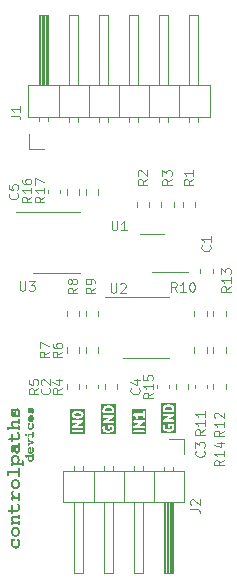
<source format=gbr>
%TF.GenerationSoftware,KiCad,Pcbnew,7.0.10-7.0.10~ubuntu22.04.1*%
%TF.CreationDate,2024-01-27T22:34:07+01:00*%
%TF.ProjectId,pmod_adc12,706d6f64-5f61-4646-9331-322e6b696361,rev?*%
%TF.SameCoordinates,Original*%
%TF.FileFunction,Legend,Top*%
%TF.FilePolarity,Positive*%
%FSLAX46Y46*%
G04 Gerber Fmt 4.6, Leading zero omitted, Abs format (unit mm)*
G04 Created by KiCad (PCBNEW 7.0.10-7.0.10~ubuntu22.04.1) date 2024-01-27 22:34:07*
%MOMM*%
%LPD*%
G01*
G04 APERTURE LIST*
%ADD10C,0.200000*%
%ADD11C,0.300000*%
%ADD12C,0.100000*%
%ADD13C,0.120000*%
G04 APERTURE END LIST*
D10*
G36*
X114166314Y-67015154D02*
G01*
X114218174Y-67041084D01*
X114266197Y-67089106D01*
X114291695Y-67165600D01*
X114291695Y-67239850D01*
X113691695Y-67239850D01*
X113691695Y-67165600D01*
X113717192Y-67089107D01*
X113765216Y-67041083D01*
X113817074Y-67015154D01*
X113946862Y-66982707D01*
X114036528Y-66982707D01*
X114166314Y-67015154D01*
G37*
G36*
X114605981Y-69230327D02*
G01*
X113377409Y-69230327D01*
X113377409Y-68749374D01*
X113491695Y-68749374D01*
X113496703Y-68764789D01*
X113496827Y-68780997D01*
X113534922Y-68895283D01*
X113548612Y-68913829D01*
X113559079Y-68934371D01*
X113635269Y-69010561D01*
X113649711Y-69017919D01*
X113661259Y-69029293D01*
X113737450Y-69067388D01*
X113748470Y-69069047D01*
X113757917Y-69074959D01*
X113910298Y-69113055D01*
X113922714Y-69112194D01*
X113934552Y-69116041D01*
X114048838Y-69116041D01*
X114060675Y-69112194D01*
X114073092Y-69113055D01*
X114225473Y-69074959D01*
X114234919Y-69069047D01*
X114245940Y-69067388D01*
X114322130Y-69029293D01*
X114333678Y-69017918D01*
X114348119Y-69010561D01*
X114424310Y-68934371D01*
X114434777Y-68913829D01*
X114448468Y-68895283D01*
X114486563Y-68780996D01*
X114486686Y-68764789D01*
X114491695Y-68749374D01*
X114491695Y-68673183D01*
X114486686Y-68657767D01*
X114486563Y-68641560D01*
X114448468Y-68527275D01*
X114434777Y-68508728D01*
X114424311Y-68488187D01*
X114386215Y-68450091D01*
X114379025Y-68446428D01*
X114374283Y-68439900D01*
X114352011Y-68432663D01*
X114331147Y-68422033D01*
X114323177Y-68423295D01*
X114315504Y-68420802D01*
X114048838Y-68420802D01*
X114033775Y-68425696D01*
X114017936Y-68425696D01*
X114005122Y-68435005D01*
X113990059Y-68439900D01*
X113980749Y-68452713D01*
X113967936Y-68462023D01*
X113963041Y-68477086D01*
X113953732Y-68489900D01*
X113953732Y-68505739D01*
X113948838Y-68520802D01*
X113948838Y-68673183D01*
X113967936Y-68731962D01*
X114017936Y-68768289D01*
X114079740Y-68768289D01*
X114129740Y-68731962D01*
X114148838Y-68673183D01*
X114148838Y-68620802D01*
X114268826Y-68620802D01*
X114291695Y-68689410D01*
X114291695Y-68733147D01*
X114266197Y-68809641D01*
X114218174Y-68857663D01*
X114166314Y-68883593D01*
X114036528Y-68916041D01*
X113946862Y-68916041D01*
X113817074Y-68883593D01*
X113765216Y-68857664D01*
X113717192Y-68809640D01*
X113691695Y-68733147D01*
X113691695Y-68658695D01*
X113719233Y-68603619D01*
X113728438Y-68542505D01*
X113699962Y-68487652D01*
X113644683Y-68460013D01*
X113583716Y-68470144D01*
X113540347Y-68514177D01*
X113502252Y-68590367D01*
X113498818Y-68613164D01*
X113491695Y-68635088D01*
X113491695Y-68749374D01*
X113377409Y-68749374D01*
X113377409Y-68198300D01*
X113493788Y-68198300D01*
X113496589Y-68203201D01*
X113496589Y-68208847D01*
X113511700Y-68229646D01*
X113524452Y-68251961D01*
X113529597Y-68254279D01*
X113532916Y-68258847D01*
X113557362Y-68266790D01*
X113580799Y-68277350D01*
X113586326Y-68276200D01*
X113591695Y-68277945D01*
X114391695Y-68277945D01*
X114450474Y-68258847D01*
X114486801Y-68208847D01*
X114486801Y-68147043D01*
X114450474Y-68097043D01*
X114391695Y-68077945D01*
X113968251Y-68077945D01*
X114441309Y-67807626D01*
X114445104Y-67803448D01*
X114450474Y-67801704D01*
X114465585Y-67780905D01*
X114482868Y-67761882D01*
X114483483Y-67756270D01*
X114486801Y-67751704D01*
X114486801Y-67726000D01*
X114489602Y-67700447D01*
X114486801Y-67695545D01*
X114486801Y-67689900D01*
X114471689Y-67669100D01*
X114458938Y-67646786D01*
X114453792Y-67644467D01*
X114450474Y-67639900D01*
X114426027Y-67631956D01*
X114402591Y-67621397D01*
X114397063Y-67622546D01*
X114391695Y-67620802D01*
X113591695Y-67620802D01*
X113532916Y-67639900D01*
X113496589Y-67689900D01*
X113496589Y-67751704D01*
X113532916Y-67801704D01*
X113591695Y-67820802D01*
X114015139Y-67820802D01*
X113542081Y-68091121D01*
X113538285Y-68095298D01*
X113532916Y-68097043D01*
X113517804Y-68117841D01*
X113500522Y-68136865D01*
X113499906Y-68142476D01*
X113496589Y-68147043D01*
X113496589Y-68172746D01*
X113493788Y-68198300D01*
X113377409Y-68198300D01*
X113377409Y-67339850D01*
X113491695Y-67339850D01*
X113496589Y-67354912D01*
X113496589Y-67370752D01*
X113505898Y-67383565D01*
X113510793Y-67398629D01*
X113523606Y-67407938D01*
X113532916Y-67420752D01*
X113547979Y-67425646D01*
X113560793Y-67434956D01*
X113576632Y-67434956D01*
X113591695Y-67439850D01*
X114391695Y-67439850D01*
X114406758Y-67434956D01*
X114422597Y-67434956D01*
X114435410Y-67425646D01*
X114450474Y-67420752D01*
X114459783Y-67407938D01*
X114472597Y-67398629D01*
X114477491Y-67383565D01*
X114486801Y-67370752D01*
X114486801Y-67354912D01*
X114491695Y-67339850D01*
X114491695Y-67149374D01*
X114486686Y-67133958D01*
X114486563Y-67117752D01*
X114448468Y-67003465D01*
X114434777Y-66984918D01*
X114424310Y-66964377D01*
X114348119Y-66888187D01*
X114333678Y-66880829D01*
X114322130Y-66869455D01*
X114245940Y-66831360D01*
X114234919Y-66829700D01*
X114225473Y-66823789D01*
X114073092Y-66785693D01*
X114060675Y-66786553D01*
X114048838Y-66782707D01*
X113934552Y-66782707D01*
X113922714Y-66786553D01*
X113910298Y-66785693D01*
X113757917Y-66823789D01*
X113748470Y-66829700D01*
X113737450Y-66831360D01*
X113661259Y-66869455D01*
X113649711Y-66880828D01*
X113635269Y-66888187D01*
X113559079Y-66964377D01*
X113548612Y-66984918D01*
X113534922Y-67003465D01*
X113496827Y-67117751D01*
X113496703Y-67133958D01*
X113491695Y-67149374D01*
X113491695Y-67339850D01*
X113377409Y-67339850D01*
X113377409Y-66668421D01*
X114605981Y-66668421D01*
X114605981Y-69230327D01*
G37*
G36*
X109066314Y-67115154D02*
G01*
X109118174Y-67141084D01*
X109166197Y-67189106D01*
X109191695Y-67265600D01*
X109191695Y-67339850D01*
X108591695Y-67339850D01*
X108591695Y-67265600D01*
X108617192Y-67189107D01*
X108665216Y-67141083D01*
X108717074Y-67115154D01*
X108846862Y-67082707D01*
X108936528Y-67082707D01*
X109066314Y-67115154D01*
G37*
G36*
X109505981Y-69330327D02*
G01*
X108277409Y-69330327D01*
X108277409Y-68849374D01*
X108391695Y-68849374D01*
X108396703Y-68864789D01*
X108396827Y-68880997D01*
X108434922Y-68995283D01*
X108448612Y-69013829D01*
X108459079Y-69034371D01*
X108535269Y-69110561D01*
X108549711Y-69117919D01*
X108561259Y-69129293D01*
X108637450Y-69167388D01*
X108648470Y-69169047D01*
X108657917Y-69174959D01*
X108810298Y-69213055D01*
X108822714Y-69212194D01*
X108834552Y-69216041D01*
X108948838Y-69216041D01*
X108960675Y-69212194D01*
X108973092Y-69213055D01*
X109125473Y-69174959D01*
X109134919Y-69169047D01*
X109145940Y-69167388D01*
X109222130Y-69129293D01*
X109233678Y-69117918D01*
X109248119Y-69110561D01*
X109324310Y-69034371D01*
X109334777Y-69013829D01*
X109348468Y-68995283D01*
X109386563Y-68880996D01*
X109386686Y-68864789D01*
X109391695Y-68849374D01*
X109391695Y-68773183D01*
X109386686Y-68757767D01*
X109386563Y-68741560D01*
X109348468Y-68627275D01*
X109334777Y-68608728D01*
X109324311Y-68588187D01*
X109286215Y-68550091D01*
X109279025Y-68546428D01*
X109274283Y-68539900D01*
X109252011Y-68532663D01*
X109231147Y-68522033D01*
X109223177Y-68523295D01*
X109215504Y-68520802D01*
X108948838Y-68520802D01*
X108933775Y-68525696D01*
X108917936Y-68525696D01*
X108905122Y-68535005D01*
X108890059Y-68539900D01*
X108880749Y-68552713D01*
X108867936Y-68562023D01*
X108863041Y-68577086D01*
X108853732Y-68589900D01*
X108853732Y-68605739D01*
X108848838Y-68620802D01*
X108848838Y-68773183D01*
X108867936Y-68831962D01*
X108917936Y-68868289D01*
X108979740Y-68868289D01*
X109029740Y-68831962D01*
X109048838Y-68773183D01*
X109048838Y-68720802D01*
X109168826Y-68720802D01*
X109191695Y-68789410D01*
X109191695Y-68833147D01*
X109166197Y-68909641D01*
X109118174Y-68957663D01*
X109066314Y-68983593D01*
X108936528Y-69016041D01*
X108846862Y-69016041D01*
X108717074Y-68983593D01*
X108665216Y-68957664D01*
X108617192Y-68909640D01*
X108591695Y-68833147D01*
X108591695Y-68758695D01*
X108619233Y-68703619D01*
X108628438Y-68642505D01*
X108599962Y-68587652D01*
X108544683Y-68560013D01*
X108483716Y-68570144D01*
X108440347Y-68614177D01*
X108402252Y-68690367D01*
X108398818Y-68713164D01*
X108391695Y-68735088D01*
X108391695Y-68849374D01*
X108277409Y-68849374D01*
X108277409Y-68298300D01*
X108393788Y-68298300D01*
X108396589Y-68303201D01*
X108396589Y-68308847D01*
X108411700Y-68329646D01*
X108424452Y-68351961D01*
X108429597Y-68354279D01*
X108432916Y-68358847D01*
X108457362Y-68366790D01*
X108480799Y-68377350D01*
X108486326Y-68376200D01*
X108491695Y-68377945D01*
X109291695Y-68377945D01*
X109350474Y-68358847D01*
X109386801Y-68308847D01*
X109386801Y-68247043D01*
X109350474Y-68197043D01*
X109291695Y-68177945D01*
X108868251Y-68177945D01*
X109341309Y-67907626D01*
X109345104Y-67903448D01*
X109350474Y-67901704D01*
X109365585Y-67880905D01*
X109382868Y-67861882D01*
X109383483Y-67856270D01*
X109386801Y-67851704D01*
X109386801Y-67826000D01*
X109389602Y-67800447D01*
X109386801Y-67795545D01*
X109386801Y-67789900D01*
X109371689Y-67769100D01*
X109358938Y-67746786D01*
X109353792Y-67744467D01*
X109350474Y-67739900D01*
X109326027Y-67731956D01*
X109302591Y-67721397D01*
X109297063Y-67722546D01*
X109291695Y-67720802D01*
X108491695Y-67720802D01*
X108432916Y-67739900D01*
X108396589Y-67789900D01*
X108396589Y-67851704D01*
X108432916Y-67901704D01*
X108491695Y-67920802D01*
X108915139Y-67920802D01*
X108442081Y-68191121D01*
X108438285Y-68195298D01*
X108432916Y-68197043D01*
X108417804Y-68217841D01*
X108400522Y-68236865D01*
X108399906Y-68242476D01*
X108396589Y-68247043D01*
X108396589Y-68272746D01*
X108393788Y-68298300D01*
X108277409Y-68298300D01*
X108277409Y-67439850D01*
X108391695Y-67439850D01*
X108396589Y-67454912D01*
X108396589Y-67470752D01*
X108405898Y-67483565D01*
X108410793Y-67498629D01*
X108423606Y-67507938D01*
X108432916Y-67520752D01*
X108447979Y-67525646D01*
X108460793Y-67534956D01*
X108476632Y-67534956D01*
X108491695Y-67539850D01*
X109291695Y-67539850D01*
X109306758Y-67534956D01*
X109322597Y-67534956D01*
X109335410Y-67525646D01*
X109350474Y-67520752D01*
X109359783Y-67507938D01*
X109372597Y-67498629D01*
X109377491Y-67483565D01*
X109386801Y-67470752D01*
X109386801Y-67454912D01*
X109391695Y-67439850D01*
X109391695Y-67249374D01*
X109386686Y-67233958D01*
X109386563Y-67217752D01*
X109348468Y-67103465D01*
X109334777Y-67084918D01*
X109324310Y-67064377D01*
X109248119Y-66988187D01*
X109233678Y-66980829D01*
X109222130Y-66969455D01*
X109145940Y-66931360D01*
X109134919Y-66929700D01*
X109125473Y-66923789D01*
X108973092Y-66885693D01*
X108960675Y-66886553D01*
X108948838Y-66882707D01*
X108834552Y-66882707D01*
X108822714Y-66886553D01*
X108810298Y-66885693D01*
X108657917Y-66923789D01*
X108648470Y-66929700D01*
X108637450Y-66931360D01*
X108561259Y-66969455D01*
X108549711Y-66980828D01*
X108535269Y-66988187D01*
X108459079Y-67064377D01*
X108448612Y-67084918D01*
X108434922Y-67103465D01*
X108396827Y-67217751D01*
X108396703Y-67233958D01*
X108391695Y-67249374D01*
X108391695Y-67439850D01*
X108277409Y-67439850D01*
X108277409Y-66768421D01*
X109505981Y-66768421D01*
X109505981Y-69330327D01*
G37*
G36*
X112105981Y-69292231D02*
G01*
X110879502Y-69292231D01*
X110879502Y-69108847D01*
X110996589Y-69108847D01*
X111032916Y-69158847D01*
X111091695Y-69177945D01*
X111891695Y-69177945D01*
X111950474Y-69158847D01*
X111986801Y-69108847D01*
X111986801Y-69047043D01*
X111950474Y-68997043D01*
X111891695Y-68977945D01*
X111091695Y-68977945D01*
X111032916Y-68997043D01*
X110996589Y-69047043D01*
X110996589Y-69108847D01*
X110879502Y-69108847D01*
X110879502Y-68717348D01*
X110993788Y-68717348D01*
X110996589Y-68722249D01*
X110996589Y-68727895D01*
X111011700Y-68748694D01*
X111024452Y-68771009D01*
X111029597Y-68773327D01*
X111032916Y-68777895D01*
X111057362Y-68785838D01*
X111080799Y-68796398D01*
X111086326Y-68795248D01*
X111091695Y-68796993D01*
X111891695Y-68796993D01*
X111950474Y-68777895D01*
X111986801Y-68727895D01*
X111986801Y-68666091D01*
X111950474Y-68616091D01*
X111891695Y-68596993D01*
X111468251Y-68596993D01*
X111941309Y-68326674D01*
X111945104Y-68322496D01*
X111950474Y-68320752D01*
X111965585Y-68299953D01*
X111982868Y-68280930D01*
X111983483Y-68275318D01*
X111986801Y-68270752D01*
X111986801Y-68245048D01*
X111989602Y-68219495D01*
X111986801Y-68214593D01*
X111986801Y-68208948D01*
X111971689Y-68188148D01*
X111958938Y-68165834D01*
X111953792Y-68163515D01*
X111950474Y-68158948D01*
X111926027Y-68151004D01*
X111902591Y-68140445D01*
X111897063Y-68141594D01*
X111891695Y-68139850D01*
X111091695Y-68139850D01*
X111032916Y-68158948D01*
X110996589Y-68208948D01*
X110996589Y-68270752D01*
X111032916Y-68320752D01*
X111091695Y-68339850D01*
X111515139Y-68339850D01*
X111042081Y-68610169D01*
X111038285Y-68614346D01*
X111032916Y-68616091D01*
X111017804Y-68636889D01*
X111000522Y-68655913D01*
X110999906Y-68661524D01*
X110996589Y-68666091D01*
X110996589Y-68691794D01*
X110993788Y-68717348D01*
X110879502Y-68717348D01*
X110879502Y-67641378D01*
X110995421Y-67641378D01*
X110996589Y-67670344D01*
X110996589Y-67699324D01*
X110997826Y-67701026D01*
X110997911Y-67703131D01*
X111015880Y-67725875D01*
X111032916Y-67749324D01*
X111034918Y-67749974D01*
X111036224Y-67751627D01*
X111142274Y-67822327D01*
X111199984Y-67880038D01*
X111230823Y-67941715D01*
X111274191Y-67985748D01*
X111335159Y-67995879D01*
X111390438Y-67968240D01*
X111418914Y-67913388D01*
X111409709Y-67852273D01*
X111371614Y-67776082D01*
X111364070Y-67768422D01*
X111791695Y-67768422D01*
X111791695Y-67896994D01*
X111810793Y-67955773D01*
X111860793Y-67992100D01*
X111922597Y-67992100D01*
X111972597Y-67955773D01*
X111991695Y-67896994D01*
X111991695Y-67439851D01*
X111972597Y-67381072D01*
X111922597Y-67344745D01*
X111860793Y-67344745D01*
X111810793Y-67381072D01*
X111791695Y-67439851D01*
X111791695Y-67568422D01*
X111091695Y-67568422D01*
X111089692Y-67569072D01*
X111087665Y-67568503D01*
X111060477Y-67578565D01*
X111032916Y-67587520D01*
X111031678Y-67589223D01*
X111029704Y-67589954D01*
X111013628Y-67614067D01*
X110996589Y-67637520D01*
X110996589Y-67639626D01*
X110995421Y-67641378D01*
X110879502Y-67641378D01*
X110879502Y-67230459D01*
X112105981Y-67230459D01*
X112105981Y-69292231D01*
G37*
G36*
X106504409Y-67572297D02*
G01*
X106556268Y-67598226D01*
X106571414Y-67613372D01*
X106591695Y-67653933D01*
X106591695Y-67682910D01*
X106571414Y-67723471D01*
X106556268Y-67738617D01*
X106504409Y-67764546D01*
X106374623Y-67796994D01*
X106208767Y-67796994D01*
X106078979Y-67764546D01*
X106027120Y-67738617D01*
X106011975Y-67723471D01*
X105991695Y-67682910D01*
X105991695Y-67653933D01*
X106011975Y-67613372D01*
X106027120Y-67598226D01*
X106078980Y-67572297D01*
X106208767Y-67539851D01*
X106374624Y-67539851D01*
X106504409Y-67572297D01*
G37*
G36*
X106905981Y-69292231D02*
G01*
X105677409Y-69292231D01*
X105677409Y-69108847D01*
X105796589Y-69108847D01*
X105832916Y-69158847D01*
X105891695Y-69177945D01*
X106691695Y-69177945D01*
X106750474Y-69158847D01*
X106786801Y-69108847D01*
X106786801Y-69047043D01*
X106750474Y-68997043D01*
X106691695Y-68977945D01*
X105891695Y-68977945D01*
X105832916Y-68997043D01*
X105796589Y-69047043D01*
X105796589Y-69108847D01*
X105677409Y-69108847D01*
X105677409Y-68717348D01*
X105793788Y-68717348D01*
X105796589Y-68722249D01*
X105796589Y-68727895D01*
X105811700Y-68748694D01*
X105824452Y-68771009D01*
X105829597Y-68773327D01*
X105832916Y-68777895D01*
X105857362Y-68785838D01*
X105880799Y-68796398D01*
X105886326Y-68795248D01*
X105891695Y-68796993D01*
X106691695Y-68796993D01*
X106750474Y-68777895D01*
X106786801Y-68727895D01*
X106786801Y-68666091D01*
X106750474Y-68616091D01*
X106691695Y-68596993D01*
X106268251Y-68596993D01*
X106741309Y-68326674D01*
X106745104Y-68322496D01*
X106750474Y-68320752D01*
X106765585Y-68299953D01*
X106782868Y-68280930D01*
X106783483Y-68275318D01*
X106786801Y-68270752D01*
X106786801Y-68245048D01*
X106789602Y-68219495D01*
X106786801Y-68214593D01*
X106786801Y-68208948D01*
X106771689Y-68188148D01*
X106758938Y-68165834D01*
X106753792Y-68163515D01*
X106750474Y-68158948D01*
X106726027Y-68151004D01*
X106702591Y-68140445D01*
X106697063Y-68141594D01*
X106691695Y-68139850D01*
X105891695Y-68139850D01*
X105832916Y-68158948D01*
X105796589Y-68208948D01*
X105796589Y-68270752D01*
X105832916Y-68320752D01*
X105891695Y-68339850D01*
X106315139Y-68339850D01*
X105842081Y-68610169D01*
X105838285Y-68614346D01*
X105832916Y-68616091D01*
X105817804Y-68636889D01*
X105800522Y-68655913D01*
X105799906Y-68661524D01*
X105796589Y-68666091D01*
X105796589Y-68691794D01*
X105793788Y-68717348D01*
X105677409Y-68717348D01*
X105677409Y-67706517D01*
X105791695Y-67706517D01*
X105798818Y-67728440D01*
X105802252Y-67751238D01*
X105840347Y-67827429D01*
X105851720Y-67838976D01*
X105859079Y-67853419D01*
X105897174Y-67891513D01*
X105911614Y-67898871D01*
X105923164Y-67910246D01*
X105999355Y-67948341D01*
X106010375Y-67950000D01*
X106019822Y-67955912D01*
X106172203Y-67994008D01*
X106184619Y-67993147D01*
X106196457Y-67996994D01*
X106386933Y-67996994D01*
X106398770Y-67993147D01*
X106411187Y-67994008D01*
X106563568Y-67955912D01*
X106573014Y-67950000D01*
X106584035Y-67948341D01*
X106660225Y-67910246D01*
X106671771Y-67898873D01*
X106686214Y-67891515D01*
X106724310Y-67853420D01*
X106731669Y-67838977D01*
X106743043Y-67827429D01*
X106781138Y-67751238D01*
X106784571Y-67728440D01*
X106791695Y-67706517D01*
X106791695Y-67630327D01*
X106784571Y-67608403D01*
X106781138Y-67585606D01*
X106743043Y-67509415D01*
X106731669Y-67497866D01*
X106724310Y-67483424D01*
X106686214Y-67445329D01*
X106671771Y-67437970D01*
X106660225Y-67426598D01*
X106584035Y-67388503D01*
X106573014Y-67386843D01*
X106563568Y-67380932D01*
X106411186Y-67342837D01*
X106398770Y-67343697D01*
X106386933Y-67339851D01*
X106196457Y-67339851D01*
X106184619Y-67343697D01*
X106172204Y-67342837D01*
X106019823Y-67380932D01*
X106010376Y-67386843D01*
X105999355Y-67388503D01*
X105923164Y-67426598D01*
X105911614Y-67437972D01*
X105897174Y-67445331D01*
X105859079Y-67483425D01*
X105851720Y-67497867D01*
X105840347Y-67509415D01*
X105802252Y-67585606D01*
X105798818Y-67608403D01*
X105791695Y-67630327D01*
X105791695Y-67706517D01*
X105677409Y-67706517D01*
X105677409Y-67225565D01*
X106905981Y-67225565D01*
X106905981Y-69292231D01*
G37*
G36*
X102516311Y-71013954D02*
G01*
X102527107Y-71015866D01*
X102536220Y-71019295D01*
X102543780Y-71024125D01*
X102549915Y-71030241D01*
X102554754Y-71037526D01*
X102558425Y-71045865D01*
X102561057Y-71055142D01*
X102562777Y-71065240D01*
X102563715Y-71076044D01*
X102564000Y-71087438D01*
X102564000Y-71217376D01*
X102521794Y-71217376D01*
X102529042Y-71228337D01*
X102535702Y-71238983D01*
X102541790Y-71249371D01*
X102547324Y-71259556D01*
X102552319Y-71269595D01*
X102556794Y-71279543D01*
X102560763Y-71289457D01*
X102564244Y-71299392D01*
X102567253Y-71309406D01*
X102569807Y-71319553D01*
X102571923Y-71329890D01*
X102573617Y-71340474D01*
X102574905Y-71351360D01*
X102575805Y-71362604D01*
X102576333Y-71374263D01*
X102576505Y-71386392D01*
X102576164Y-71402365D01*
X102575152Y-71417931D01*
X102573487Y-71433084D01*
X102571187Y-71447816D01*
X102568268Y-71462121D01*
X102564749Y-71475993D01*
X102560647Y-71489425D01*
X102555979Y-71502410D01*
X102550763Y-71514942D01*
X102545017Y-71527015D01*
X102538757Y-71538621D01*
X102532002Y-71549755D01*
X102524768Y-71560409D01*
X102517074Y-71570577D01*
X102508937Y-71580254D01*
X102500374Y-71589431D01*
X102491403Y-71598102D01*
X102482042Y-71606262D01*
X102472307Y-71613903D01*
X102462216Y-71621019D01*
X102451788Y-71627604D01*
X102441038Y-71633650D01*
X102429986Y-71639151D01*
X102418648Y-71644101D01*
X102407041Y-71648494D01*
X102395184Y-71652322D01*
X102383094Y-71655579D01*
X102370788Y-71658258D01*
X102358284Y-71660353D01*
X102345599Y-71661858D01*
X102332751Y-71662766D01*
X102319757Y-71663070D01*
X102306748Y-71662766D01*
X102293891Y-71661858D01*
X102281204Y-71660353D01*
X102268703Y-71658256D01*
X102256406Y-71655575D01*
X102244329Y-71652315D01*
X102232490Y-71648484D01*
X102220905Y-71644086D01*
X102209593Y-71639130D01*
X102198570Y-71633620D01*
X102187853Y-71627564D01*
X102177458Y-71620968D01*
X102167405Y-71613838D01*
X102157708Y-71606180D01*
X102148387Y-71598002D01*
X102139457Y-71589309D01*
X102130935Y-71580107D01*
X102122840Y-71570404D01*
X102115187Y-71560204D01*
X102107994Y-71549516D01*
X102101279Y-71538345D01*
X102095058Y-71526697D01*
X102089348Y-71514579D01*
X102084166Y-71501998D01*
X102079530Y-71488959D01*
X102075457Y-71475469D01*
X102071963Y-71461534D01*
X102069067Y-71447162D01*
X102066784Y-71432357D01*
X102065132Y-71417126D01*
X102064128Y-71401477D01*
X102063790Y-71385415D01*
X102175946Y-71385415D01*
X102176139Y-71395053D01*
X102176711Y-71404438D01*
X102177652Y-71413567D01*
X102178952Y-71422435D01*
X102180601Y-71431041D01*
X102182587Y-71439379D01*
X102184903Y-71447447D01*
X102187536Y-71455241D01*
X102190477Y-71462757D01*
X102193716Y-71469993D01*
X102201047Y-71483608D01*
X102209447Y-71496059D01*
X102218836Y-71507316D01*
X102229131Y-71517354D01*
X102240251Y-71526142D01*
X102252116Y-71533655D01*
X102264643Y-71539865D01*
X102277752Y-71544742D01*
X102291362Y-71548261D01*
X102305390Y-71550392D01*
X102319757Y-71551109D01*
X102334842Y-71550343D01*
X102349428Y-71548074D01*
X102363447Y-71544350D01*
X102376836Y-71539214D01*
X102389529Y-71532715D01*
X102401460Y-71524896D01*
X102412565Y-71515804D01*
X102422778Y-71505484D01*
X102432034Y-71493984D01*
X102440268Y-71481347D01*
X102447413Y-71467621D01*
X102450558Y-71460363D01*
X102453406Y-71452850D01*
X102455950Y-71445088D01*
X102458181Y-71437081D01*
X102460091Y-71428837D01*
X102461672Y-71420360D01*
X102462916Y-71411656D01*
X102463815Y-71402732D01*
X102464360Y-71393592D01*
X102464544Y-71384242D01*
X102464363Y-71374893D01*
X102463827Y-71365753D01*
X102462943Y-71356829D01*
X102461719Y-71348125D01*
X102460165Y-71339648D01*
X102458288Y-71331403D01*
X102456096Y-71323397D01*
X102453599Y-71315635D01*
X102450803Y-71308122D01*
X102447718Y-71300864D01*
X102440711Y-71287137D01*
X102432644Y-71274501D01*
X102423584Y-71263000D01*
X102413597Y-71252681D01*
X102402748Y-71243589D01*
X102391105Y-71235770D01*
X102378732Y-71229270D01*
X102365697Y-71224135D01*
X102352064Y-71220410D01*
X102337901Y-71218142D01*
X102323274Y-71217376D01*
X102321906Y-71217376D01*
X102313906Y-71217568D01*
X102306067Y-71218142D01*
X102290894Y-71220413D01*
X102276438Y-71224143D01*
X102262747Y-71229289D01*
X102249870Y-71235806D01*
X102237856Y-71243651D01*
X102226754Y-71252779D01*
X102216613Y-71263147D01*
X102207481Y-71274710D01*
X102199409Y-71287424D01*
X102192444Y-71301245D01*
X102189392Y-71308557D01*
X102186635Y-71316129D01*
X102184180Y-71323956D01*
X102182032Y-71332032D01*
X102180198Y-71340352D01*
X102178684Y-71348910D01*
X102177495Y-71357701D01*
X102176639Y-71366719D01*
X102176121Y-71375959D01*
X102175946Y-71385415D01*
X102063790Y-71385415D01*
X102064001Y-71372979D01*
X102064637Y-71360868D01*
X102065700Y-71349067D01*
X102067194Y-71337561D01*
X102069122Y-71326338D01*
X102071487Y-71315382D01*
X102074292Y-71304679D01*
X102077541Y-71294214D01*
X102081236Y-71283974D01*
X102085381Y-71273945D01*
X102089978Y-71264110D01*
X102095032Y-71254458D01*
X102100544Y-71244972D01*
X102106519Y-71235640D01*
X102112960Y-71226446D01*
X102119868Y-71217376D01*
X101987196Y-71217376D01*
X101987196Y-71235352D01*
X101986907Y-71246972D01*
X101985955Y-71257913D01*
X101984215Y-71268074D01*
X101981559Y-71277354D01*
X101977862Y-71285652D01*
X101972995Y-71292865D01*
X101966834Y-71298893D01*
X101959251Y-71303633D01*
X101950120Y-71306985D01*
X101939314Y-71308847D01*
X101931117Y-71309211D01*
X101919425Y-71308426D01*
X101909435Y-71306129D01*
X101901027Y-71302402D01*
X101894081Y-71297330D01*
X101888476Y-71290998D01*
X101884091Y-71283488D01*
X101880806Y-71274886D01*
X101878498Y-71265275D01*
X101877049Y-71254739D01*
X101876337Y-71243362D01*
X101876212Y-71235352D01*
X101876212Y-71105415D01*
X102452039Y-71105415D01*
X102452039Y-71087438D01*
X102452072Y-71083376D01*
X102452356Y-71075503D01*
X102453379Y-71064370D01*
X102455219Y-71054120D01*
X102457984Y-71044835D01*
X102461783Y-71036596D01*
X102466726Y-71029484D01*
X102472921Y-71023580D01*
X102480478Y-71018965D01*
X102489505Y-71015721D01*
X102500113Y-71013928D01*
X102508117Y-71013579D01*
X102516311Y-71013954D01*
G37*
G36*
X102375053Y-70869574D02*
G01*
X102380674Y-70867075D01*
X102391347Y-70861479D01*
X102401269Y-70855079D01*
X102410445Y-70847866D01*
X102418881Y-70839833D01*
X102426582Y-70830972D01*
X102433555Y-70821275D01*
X102439804Y-70810733D01*
X102445337Y-70799338D01*
X102450157Y-70787084D01*
X102454272Y-70773961D01*
X102457687Y-70759961D01*
X102460408Y-70745077D01*
X102461509Y-70737301D01*
X102462439Y-70729301D01*
X102463199Y-70721076D01*
X102463788Y-70712624D01*
X102464209Y-70703946D01*
X102464460Y-70695039D01*
X102464544Y-70685903D01*
X102464447Y-70676234D01*
X102464166Y-70666755D01*
X102463713Y-70657464D01*
X102463100Y-70648361D01*
X102462339Y-70639444D01*
X102461442Y-70630714D01*
X102460423Y-70622169D01*
X102459293Y-70613809D01*
X102458064Y-70605632D01*
X102456749Y-70597639D01*
X102453910Y-70582197D01*
X102450874Y-70567478D01*
X102447740Y-70553475D01*
X102444606Y-70540182D01*
X102441570Y-70527592D01*
X102438731Y-70515699D01*
X102436187Y-70504498D01*
X102434037Y-70493981D01*
X102432380Y-70484143D01*
X102431313Y-70474976D01*
X102430936Y-70466475D01*
X102431516Y-70458151D01*
X102433209Y-70450270D01*
X102437072Y-70440593D01*
X102442612Y-70432043D01*
X102449657Y-70424815D01*
X102458036Y-70419104D01*
X102467577Y-70415105D01*
X102475393Y-70413347D01*
X102483692Y-70412742D01*
X102497840Y-70415394D01*
X102510513Y-70422936D01*
X102516321Y-70428349D01*
X102521788Y-70434753D01*
X102526926Y-70442070D01*
X102531744Y-70450224D01*
X102536251Y-70459138D01*
X102540458Y-70468733D01*
X102544373Y-70478933D01*
X102548007Y-70489661D01*
X102551368Y-70500840D01*
X102554468Y-70512391D01*
X102557316Y-70524238D01*
X102559921Y-70536304D01*
X102562292Y-70548512D01*
X102564441Y-70560783D01*
X102566376Y-70573042D01*
X102568107Y-70585210D01*
X102569644Y-70597210D01*
X102570996Y-70608966D01*
X102572174Y-70620400D01*
X102573186Y-70631434D01*
X102574043Y-70641992D01*
X102574754Y-70651996D01*
X102575330Y-70661369D01*
X102575778Y-70670033D01*
X102576336Y-70684928D01*
X102576505Y-70696064D01*
X102576192Y-70712178D01*
X102575263Y-70727977D01*
X102573730Y-70743450D01*
X102571607Y-70758583D01*
X102568907Y-70773363D01*
X102565643Y-70787777D01*
X102561828Y-70801812D01*
X102557475Y-70815456D01*
X102552598Y-70828694D01*
X102547209Y-70841516D01*
X102541321Y-70853906D01*
X102534949Y-70865853D01*
X102528104Y-70877343D01*
X102520800Y-70888364D01*
X102513051Y-70898903D01*
X102504868Y-70908946D01*
X102496266Y-70918481D01*
X102487258Y-70927494D01*
X102477856Y-70935973D01*
X102468074Y-70943905D01*
X102457925Y-70951277D01*
X102447422Y-70958076D01*
X102436578Y-70964289D01*
X102425407Y-70969903D01*
X102413921Y-70974905D01*
X102402133Y-70979282D01*
X102390058Y-70983021D01*
X102377707Y-70986109D01*
X102365094Y-70988534D01*
X102352232Y-70990281D01*
X102339134Y-70991340D01*
X102325814Y-70991695D01*
X102312066Y-70991330D01*
X102298528Y-70990247D01*
X102285216Y-70988460D01*
X102272144Y-70985986D01*
X102259327Y-70982841D01*
X102246780Y-70979041D01*
X102234517Y-70974602D01*
X102222554Y-70969539D01*
X102210905Y-70963870D01*
X102199586Y-70957610D01*
X102188610Y-70950774D01*
X102177993Y-70943380D01*
X102167749Y-70935442D01*
X102157894Y-70926977D01*
X102148442Y-70918002D01*
X102139408Y-70908531D01*
X102130806Y-70898580D01*
X102122653Y-70888167D01*
X102114961Y-70877307D01*
X102107747Y-70866015D01*
X102101025Y-70854308D01*
X102094809Y-70842202D01*
X102089116Y-70829713D01*
X102083959Y-70816857D01*
X102079353Y-70803650D01*
X102075313Y-70790107D01*
X102071854Y-70776245D01*
X102068990Y-70762080D01*
X102066737Y-70747628D01*
X102065110Y-70732904D01*
X102064123Y-70717925D01*
X102063790Y-70702707D01*
X102063811Y-70701730D01*
X102175946Y-70701730D01*
X102176413Y-70716853D01*
X102177794Y-70731560D01*
X102180058Y-70745802D01*
X102183176Y-70759530D01*
X102187119Y-70772695D01*
X102191856Y-70785247D01*
X102197358Y-70797138D01*
X102203595Y-70808318D01*
X102210537Y-70818737D01*
X102218155Y-70828347D01*
X102226418Y-70837098D01*
X102235297Y-70844942D01*
X102244763Y-70851828D01*
X102254785Y-70857708D01*
X102265334Y-70862533D01*
X102276379Y-70866252D01*
X102276379Y-70537013D01*
X102265140Y-70540926D01*
X102254448Y-70545894D01*
X102244328Y-70551873D01*
X102234803Y-70558821D01*
X102225899Y-70566692D01*
X102217639Y-70575443D01*
X102210050Y-70585031D01*
X102203155Y-70595411D01*
X102196979Y-70606540D01*
X102191547Y-70618374D01*
X102186883Y-70630869D01*
X102183011Y-70643982D01*
X102179957Y-70657668D01*
X102177745Y-70671884D01*
X102176400Y-70686586D01*
X102175946Y-70701730D01*
X102063811Y-70701730D01*
X102064119Y-70687194D01*
X102065098Y-70671952D01*
X102066714Y-70656995D01*
X102068953Y-70642339D01*
X102071802Y-70627997D01*
X102075248Y-70613984D01*
X102079278Y-70600314D01*
X102083879Y-70587003D01*
X102089038Y-70574065D01*
X102094740Y-70561513D01*
X102100974Y-70549364D01*
X102107726Y-70537630D01*
X102114983Y-70526328D01*
X102122732Y-70515470D01*
X102130959Y-70505073D01*
X102139652Y-70495150D01*
X102148797Y-70485715D01*
X102158381Y-70476784D01*
X102168391Y-70468371D01*
X102178813Y-70460491D01*
X102189635Y-70453157D01*
X102200844Y-70446385D01*
X102212426Y-70440189D01*
X102224368Y-70434583D01*
X102236656Y-70429583D01*
X102249279Y-70425202D01*
X102262222Y-70421455D01*
X102275472Y-70418357D01*
X102289017Y-70415922D01*
X102302843Y-70414165D01*
X102316937Y-70413100D01*
X102331285Y-70412742D01*
X102375053Y-70412742D01*
X102375053Y-70869574D01*
G37*
G36*
X102132374Y-70061618D02*
G01*
X102124177Y-70061982D01*
X102113371Y-70063844D01*
X102104240Y-70067196D01*
X102096657Y-70071937D01*
X102090496Y-70077964D01*
X102085629Y-70085178D01*
X102081932Y-70093475D01*
X102079276Y-70102755D01*
X102077536Y-70112916D01*
X102076584Y-70123858D01*
X102076295Y-70135478D01*
X102076295Y-70283391D01*
X102076584Y-70294785D01*
X102077536Y-70305589D01*
X102079276Y-70315688D01*
X102081932Y-70324964D01*
X102085629Y-70333303D01*
X102090496Y-70340588D01*
X102096657Y-70346704D01*
X102104240Y-70351535D01*
X102113371Y-70354964D01*
X102124177Y-70356876D01*
X102132374Y-70357250D01*
X102140570Y-70356876D01*
X102151376Y-70354964D01*
X102160507Y-70351535D01*
X102168090Y-70346704D01*
X102174252Y-70340588D01*
X102179118Y-70333303D01*
X102182815Y-70324964D01*
X102185471Y-70315688D01*
X102187211Y-70305589D01*
X102188163Y-70294785D01*
X102188452Y-70283391D01*
X102188452Y-70267759D01*
X102564000Y-70080767D01*
X102564000Y-69964117D01*
X102188452Y-69777124D01*
X102188452Y-69759148D01*
X102188163Y-69747754D01*
X102187211Y-69736950D01*
X102185471Y-69726852D01*
X102182815Y-69717575D01*
X102179118Y-69709236D01*
X102174252Y-69701951D01*
X102168090Y-69695835D01*
X102160507Y-69691004D01*
X102151376Y-69687575D01*
X102140570Y-69685663D01*
X102132374Y-69685289D01*
X102124177Y-69685653D01*
X102113371Y-69687515D01*
X102104240Y-69690867D01*
X102096657Y-69695608D01*
X102090496Y-69701635D01*
X102085629Y-69708848D01*
X102081932Y-69717146D01*
X102079276Y-69726426D01*
X102077536Y-69736587D01*
X102076584Y-69747528D01*
X102076295Y-69759148D01*
X102076295Y-69910383D01*
X102076584Y-69921782D01*
X102077536Y-69932600D01*
X102079276Y-69942718D01*
X102081932Y-69952018D01*
X102085629Y-69960384D01*
X102090496Y-69967697D01*
X102096657Y-69973839D01*
X102104240Y-69978692D01*
X102113371Y-69982139D01*
X102124177Y-69984061D01*
X102132374Y-69984438D01*
X102140570Y-69984061D01*
X102151376Y-69982139D01*
X102160507Y-69978692D01*
X102168090Y-69973839D01*
X102174252Y-69967697D01*
X102179118Y-69960384D01*
X102182815Y-69952018D01*
X102185471Y-69942718D01*
X102187211Y-69932600D01*
X102188163Y-69921782D01*
X102188452Y-69910383D01*
X102188452Y-69899246D01*
X102428005Y-70019023D01*
X102188452Y-70141144D01*
X102188452Y-70135478D01*
X102188163Y-70124083D01*
X102187211Y-70113279D01*
X102185471Y-70103181D01*
X102182815Y-70093904D01*
X102179118Y-70085565D01*
X102174252Y-70078280D01*
X102168090Y-70072164D01*
X102160507Y-70067334D01*
X102151376Y-70063905D01*
X102140570Y-70061993D01*
X102132374Y-70061618D01*
G37*
G36*
X102508117Y-69083279D02*
G01*
X102499727Y-69083680D01*
X102488723Y-69085711D01*
X102479488Y-69089327D01*
X102471879Y-69094378D01*
X102465752Y-69100715D01*
X102460962Y-69108186D01*
X102457366Y-69116643D01*
X102454819Y-69125936D01*
X102453178Y-69135916D01*
X102452300Y-69146431D01*
X102452039Y-69157334D01*
X102452039Y-69293914D01*
X102076295Y-69293914D01*
X102076295Y-69493412D01*
X102076533Y-69504835D01*
X102077352Y-69515718D01*
X102078909Y-69525935D01*
X102081365Y-69535356D01*
X102084877Y-69543855D01*
X102089603Y-69551305D01*
X102095702Y-69557577D01*
X102103333Y-69562545D01*
X102112654Y-69566080D01*
X102123823Y-69568056D01*
X102132374Y-69568443D01*
X102140377Y-69568056D01*
X102150985Y-69566080D01*
X102160013Y-69562545D01*
X102167570Y-69557577D01*
X102173765Y-69551305D01*
X102178707Y-69543855D01*
X102182506Y-69535356D01*
X102185271Y-69525935D01*
X102187111Y-69515718D01*
X102188135Y-69504835D01*
X102188452Y-69493412D01*
X102188452Y-69405875D01*
X102452039Y-69405875D01*
X102452039Y-69542651D01*
X102452164Y-69550661D01*
X102452880Y-69562038D01*
X102454344Y-69572574D01*
X102456680Y-69582185D01*
X102460016Y-69590788D01*
X102464479Y-69598297D01*
X102470195Y-69604630D01*
X102477290Y-69609701D01*
X102485891Y-69613428D01*
X102496124Y-69615726D01*
X102503916Y-69616422D01*
X102508117Y-69616510D01*
X102517250Y-69615909D01*
X102526740Y-69613790D01*
X102536102Y-69609679D01*
X102542748Y-69605003D01*
X102548843Y-69598740D01*
X102554184Y-69590690D01*
X102558565Y-69580652D01*
X102560852Y-69572758D01*
X102562560Y-69563833D01*
X102563630Y-69553817D01*
X102564000Y-69542651D01*
X102564000Y-69157334D01*
X102563840Y-69149289D01*
X102562965Y-69137869D01*
X102561258Y-69127298D01*
X102558639Y-69117660D01*
X102555028Y-69109037D01*
X102550348Y-69101513D01*
X102544517Y-69095170D01*
X102537458Y-69090093D01*
X102529091Y-69086363D01*
X102519337Y-69084064D01*
X102508117Y-69083279D01*
G37*
G36*
X101871327Y-69309546D02*
G01*
X101871327Y-69441828D01*
X101988759Y-69441828D01*
X101988759Y-69309546D01*
X101871327Y-69309546D01*
G37*
G36*
X102224013Y-68409755D02*
G01*
X102137845Y-68409755D01*
X102128512Y-68409953D01*
X102119852Y-68410549D01*
X102111855Y-68411549D01*
X102101082Y-68413817D01*
X102091745Y-68417020D01*
X102083811Y-68421174D01*
X102077249Y-68426297D01*
X102072026Y-68432405D01*
X102068107Y-68439513D01*
X102065461Y-68447639D01*
X102064055Y-68456799D01*
X102063790Y-68463489D01*
X102064273Y-68471835D01*
X102066271Y-68480874D01*
X102069886Y-68488487D01*
X102075190Y-68494803D01*
X102082255Y-68499951D01*
X102091151Y-68504062D01*
X102097398Y-68506085D01*
X102093350Y-68514408D01*
X102089559Y-68522965D01*
X102086025Y-68531755D01*
X102082750Y-68540779D01*
X102079733Y-68550037D01*
X102076975Y-68559528D01*
X102074478Y-68569253D01*
X102072241Y-68579211D01*
X102070265Y-68589403D01*
X102068551Y-68599828D01*
X102067098Y-68610487D01*
X102065909Y-68621379D01*
X102064983Y-68632505D01*
X102064321Y-68643865D01*
X102063923Y-68655458D01*
X102063790Y-68667285D01*
X102064117Y-68682995D01*
X102065088Y-68698391D01*
X102066690Y-68713461D01*
X102068912Y-68728192D01*
X102071741Y-68742573D01*
X102075163Y-68756590D01*
X102079167Y-68770233D01*
X102083739Y-68783490D01*
X102088867Y-68796347D01*
X102094538Y-68808793D01*
X102100739Y-68820815D01*
X102107458Y-68832403D01*
X102114683Y-68843543D01*
X102122400Y-68854224D01*
X102130597Y-68864433D01*
X102139261Y-68874159D01*
X102148380Y-68883388D01*
X102157940Y-68892110D01*
X102167930Y-68900312D01*
X102178336Y-68907982D01*
X102189146Y-68915108D01*
X102200348Y-68921678D01*
X102211927Y-68927679D01*
X102223873Y-68933101D01*
X102236172Y-68937929D01*
X102248811Y-68942153D01*
X102261779Y-68945760D01*
X102275061Y-68948739D01*
X102288646Y-68951077D01*
X102302521Y-68952761D01*
X102316673Y-68953781D01*
X102331090Y-68954124D01*
X102341060Y-68953943D01*
X102351201Y-68953385D01*
X102361483Y-68952428D01*
X102371872Y-68951051D01*
X102382337Y-68949231D01*
X102392846Y-68946947D01*
X102403366Y-68944177D01*
X102413866Y-68940898D01*
X102424314Y-68937089D01*
X102434677Y-68932729D01*
X102444924Y-68927794D01*
X102455023Y-68922264D01*
X102464940Y-68916116D01*
X102474646Y-68909328D01*
X102484107Y-68901879D01*
X102493291Y-68893747D01*
X102502167Y-68884909D01*
X102510702Y-68875345D01*
X102518865Y-68865031D01*
X102526623Y-68853946D01*
X102533945Y-68842068D01*
X102540797Y-68829376D01*
X102547149Y-68815847D01*
X102552969Y-68801460D01*
X102558224Y-68786192D01*
X102562882Y-68770022D01*
X102566911Y-68752927D01*
X102570279Y-68734887D01*
X102572955Y-68715878D01*
X102574906Y-68695880D01*
X102576100Y-68674870D01*
X102576505Y-68652826D01*
X102576343Y-68637264D01*
X102575862Y-68622090D01*
X102575073Y-68607312D01*
X102573983Y-68592935D01*
X102572603Y-68578968D01*
X102570942Y-68565416D01*
X102569008Y-68552287D01*
X102566811Y-68539589D01*
X102564361Y-68527327D01*
X102561665Y-68515508D01*
X102558734Y-68504141D01*
X102555577Y-68493231D01*
X102552203Y-68482785D01*
X102548621Y-68472811D01*
X102544840Y-68463315D01*
X102540870Y-68454305D01*
X102536719Y-68445787D01*
X102532397Y-68437768D01*
X102527913Y-68430256D01*
X102523277Y-68423257D01*
X102518497Y-68416777D01*
X102508543Y-68405406D01*
X102498125Y-68396199D01*
X102487317Y-68389211D01*
X102476193Y-68384498D01*
X102464825Y-68382114D01*
X102459073Y-68381814D01*
X102450710Y-68382476D01*
X102442723Y-68384392D01*
X102435210Y-68387456D01*
X102428267Y-68391561D01*
X102421993Y-68396602D01*
X102416485Y-68402471D01*
X102411841Y-68409062D01*
X102408157Y-68416270D01*
X102405533Y-68423988D01*
X102404064Y-68432110D01*
X102403776Y-68437697D01*
X102404459Y-68445696D01*
X102407763Y-68455960D01*
X102413271Y-68465198D01*
X102420381Y-68474602D01*
X102425715Y-68481550D01*
X102431315Y-68489453D01*
X102437005Y-68498663D01*
X102442605Y-68509534D01*
X102447939Y-68522417D01*
X102452827Y-68537666D01*
X102455049Y-68546287D01*
X102457093Y-68555632D01*
X102458936Y-68565745D01*
X102460557Y-68576669D01*
X102461933Y-68588449D01*
X102463042Y-68601130D01*
X102463861Y-68614754D01*
X102464369Y-68629366D01*
X102464544Y-68645010D01*
X102464414Y-68657094D01*
X102464024Y-68668798D01*
X102463374Y-68680123D01*
X102462464Y-68691068D01*
X102461294Y-68701633D01*
X102459863Y-68711818D01*
X102458172Y-68721622D01*
X102456221Y-68731045D01*
X102454010Y-68740086D01*
X102451537Y-68748746D01*
X102448805Y-68757025D01*
X102445811Y-68764921D01*
X102442557Y-68772435D01*
X102439042Y-68779566D01*
X102431229Y-68792679D01*
X102422372Y-68804258D01*
X102412470Y-68814301D01*
X102401524Y-68822805D01*
X102389531Y-68829767D01*
X102376491Y-68835187D01*
X102362405Y-68839061D01*
X102347271Y-68841387D01*
X102339312Y-68841969D01*
X102331090Y-68842163D01*
X102322530Y-68841963D01*
X102314149Y-68841369D01*
X102305951Y-68840385D01*
X102297944Y-68839016D01*
X102290133Y-68837269D01*
X102282525Y-68835150D01*
X102267941Y-68829813D01*
X102254240Y-68823052D01*
X102241472Y-68814909D01*
X102229687Y-68805429D01*
X102218933Y-68794658D01*
X102209260Y-68782638D01*
X102204844Y-68776174D01*
X102200717Y-68769415D01*
X102196885Y-68762366D01*
X102193354Y-68755032D01*
X102190129Y-68747420D01*
X102187218Y-68739535D01*
X102184627Y-68731382D01*
X102182361Y-68722967D01*
X102180426Y-68714296D01*
X102178830Y-68705373D01*
X102177578Y-68696206D01*
X102176676Y-68686798D01*
X102176130Y-68677156D01*
X102175946Y-68667285D01*
X102176060Y-68658158D01*
X102176400Y-68649246D01*
X102176963Y-68640550D01*
X102177745Y-68632074D01*
X102178743Y-68623822D01*
X102179955Y-68615796D01*
X102181376Y-68607999D01*
X102183896Y-68596742D01*
X102186871Y-68586019D01*
X102190290Y-68575840D01*
X102194142Y-68566218D01*
X102198418Y-68557161D01*
X102203106Y-68548681D01*
X102209099Y-68541847D01*
X102215770Y-68536353D01*
X102222971Y-68531960D01*
X102230556Y-68528427D01*
X102238378Y-68525514D01*
X102246290Y-68522982D01*
X102254146Y-68520591D01*
X102261798Y-68518101D01*
X102269099Y-68515272D01*
X102279074Y-68509869D01*
X102287434Y-68502354D01*
X102291866Y-68495771D01*
X102295214Y-68487650D01*
X102297330Y-68477750D01*
X102298068Y-68465833D01*
X102297668Y-68457443D01*
X102295636Y-68446440D01*
X102292020Y-68437205D01*
X102286969Y-68429596D01*
X102280633Y-68423469D01*
X102273161Y-68418679D01*
X102264704Y-68415082D01*
X102255411Y-68412536D01*
X102245432Y-68410895D01*
X102234916Y-68410016D01*
X102224013Y-68409755D01*
G37*
G36*
X102375053Y-68184075D02*
G01*
X102380674Y-68181576D01*
X102391347Y-68175980D01*
X102401269Y-68169580D01*
X102410445Y-68162367D01*
X102418881Y-68154334D01*
X102426582Y-68145473D01*
X102433555Y-68135776D01*
X102439804Y-68125234D01*
X102445337Y-68113839D01*
X102450157Y-68101585D01*
X102454272Y-68088462D01*
X102457687Y-68074462D01*
X102460408Y-68059578D01*
X102461509Y-68051802D01*
X102462439Y-68043802D01*
X102463199Y-68035577D01*
X102463788Y-68027125D01*
X102464209Y-68018447D01*
X102464460Y-68009540D01*
X102464544Y-68000404D01*
X102464447Y-67990736D01*
X102464166Y-67981256D01*
X102463713Y-67971965D01*
X102463100Y-67962862D01*
X102462339Y-67953945D01*
X102461442Y-67945215D01*
X102460423Y-67936670D01*
X102459293Y-67928310D01*
X102458064Y-67920133D01*
X102456749Y-67912140D01*
X102453910Y-67896698D01*
X102450874Y-67881979D01*
X102447740Y-67867976D01*
X102444606Y-67854683D01*
X102441570Y-67842093D01*
X102438731Y-67830200D01*
X102436187Y-67818999D01*
X102434037Y-67808482D01*
X102432380Y-67798644D01*
X102431313Y-67789477D01*
X102430936Y-67780976D01*
X102431516Y-67772653D01*
X102433209Y-67764771D01*
X102437072Y-67755094D01*
X102442612Y-67746544D01*
X102449657Y-67739316D01*
X102458036Y-67733606D01*
X102467577Y-67729607D01*
X102475393Y-67727848D01*
X102483692Y-67727243D01*
X102497840Y-67729895D01*
X102510513Y-67737438D01*
X102516321Y-67742850D01*
X102521788Y-67749254D01*
X102526926Y-67756571D01*
X102531744Y-67764725D01*
X102536251Y-67773639D01*
X102540458Y-67783234D01*
X102544373Y-67793434D01*
X102548007Y-67804162D01*
X102551368Y-67815341D01*
X102554468Y-67826892D01*
X102557316Y-67838740D01*
X102559921Y-67850806D01*
X102562292Y-67863013D01*
X102564441Y-67875284D01*
X102566376Y-67887543D01*
X102568107Y-67899711D01*
X102569644Y-67911711D01*
X102570996Y-67923467D01*
X102572174Y-67934901D01*
X102573186Y-67945935D01*
X102574043Y-67956493D01*
X102574754Y-67966497D01*
X102575330Y-67975870D01*
X102575778Y-67984534D01*
X102576336Y-67999430D01*
X102576505Y-68010565D01*
X102576192Y-68026679D01*
X102575263Y-68042478D01*
X102573730Y-68057951D01*
X102571607Y-68073084D01*
X102568907Y-68087864D01*
X102565643Y-68102278D01*
X102561828Y-68116313D01*
X102557475Y-68129957D01*
X102552598Y-68143196D01*
X102547209Y-68156017D01*
X102541321Y-68168407D01*
X102534949Y-68180354D01*
X102528104Y-68191844D01*
X102520800Y-68202865D01*
X102513051Y-68213404D01*
X102504868Y-68223447D01*
X102496266Y-68232982D01*
X102487258Y-68241995D01*
X102477856Y-68250474D01*
X102468074Y-68258406D01*
X102457925Y-68265778D01*
X102447422Y-68272577D01*
X102436578Y-68278790D01*
X102425407Y-68284404D01*
X102413921Y-68289406D01*
X102402133Y-68293783D01*
X102390058Y-68297522D01*
X102377707Y-68300610D01*
X102365094Y-68303035D01*
X102352232Y-68304782D01*
X102339134Y-68305841D01*
X102325814Y-68306196D01*
X102312066Y-68305831D01*
X102298528Y-68304748D01*
X102285216Y-68302961D01*
X102272144Y-68300487D01*
X102259327Y-68297342D01*
X102246780Y-68293542D01*
X102234517Y-68289103D01*
X102222554Y-68284040D01*
X102210905Y-68278371D01*
X102199586Y-68272111D01*
X102188610Y-68265275D01*
X102177993Y-68257881D01*
X102167749Y-68249943D01*
X102157894Y-68241478D01*
X102148442Y-68232503D01*
X102139408Y-68223032D01*
X102130806Y-68213081D01*
X102122653Y-68202668D01*
X102114961Y-68191808D01*
X102107747Y-68180516D01*
X102101025Y-68168809D01*
X102094809Y-68156703D01*
X102089116Y-68144214D01*
X102083959Y-68131358D01*
X102079353Y-68118151D01*
X102075313Y-68104608D01*
X102071854Y-68090746D01*
X102068990Y-68076581D01*
X102066737Y-68062129D01*
X102065110Y-68047405D01*
X102064123Y-68032426D01*
X102063790Y-68017208D01*
X102063811Y-68016231D01*
X102175946Y-68016231D01*
X102176413Y-68031354D01*
X102177794Y-68046061D01*
X102180058Y-68060303D01*
X102183176Y-68074031D01*
X102187119Y-68087196D01*
X102191856Y-68099748D01*
X102197358Y-68111639D01*
X102203595Y-68122819D01*
X102210537Y-68133238D01*
X102218155Y-68142848D01*
X102226418Y-68151600D01*
X102235297Y-68159443D01*
X102244763Y-68166329D01*
X102254785Y-68172209D01*
X102265334Y-68177034D01*
X102276379Y-68180753D01*
X102276379Y-67851514D01*
X102265140Y-67855427D01*
X102254448Y-67860395D01*
X102244328Y-67866374D01*
X102234803Y-67873322D01*
X102225899Y-67881193D01*
X102217639Y-67889944D01*
X102210050Y-67899532D01*
X102203155Y-67909912D01*
X102196979Y-67921041D01*
X102191547Y-67932875D01*
X102186883Y-67945370D01*
X102183011Y-67958483D01*
X102179957Y-67972169D01*
X102177745Y-67986385D01*
X102176400Y-68001087D01*
X102175946Y-68016231D01*
X102063811Y-68016231D01*
X102064119Y-68001695D01*
X102065098Y-67986453D01*
X102066714Y-67971496D01*
X102068953Y-67956840D01*
X102071802Y-67942498D01*
X102075248Y-67928485D01*
X102079278Y-67914815D01*
X102083879Y-67901504D01*
X102089038Y-67888566D01*
X102094740Y-67876014D01*
X102100974Y-67863865D01*
X102107726Y-67852131D01*
X102114983Y-67840829D01*
X102122732Y-67829971D01*
X102130959Y-67819574D01*
X102139652Y-67809651D01*
X102148797Y-67800216D01*
X102158381Y-67791285D01*
X102168391Y-67782872D01*
X102178813Y-67774992D01*
X102189635Y-67767658D01*
X102200844Y-67760886D01*
X102212426Y-67754690D01*
X102224368Y-67749084D01*
X102236656Y-67744084D01*
X102249279Y-67739703D01*
X102262222Y-67735956D01*
X102275472Y-67732858D01*
X102289017Y-67730423D01*
X102302843Y-67728666D01*
X102316937Y-67727601D01*
X102331285Y-67727243D01*
X102375053Y-67727243D01*
X102375053Y-68184075D01*
G37*
G36*
X102179268Y-67105108D02*
G01*
X102137845Y-67105108D01*
X102128512Y-67105305D01*
X102119852Y-67105900D01*
X102111855Y-67106894D01*
X102101082Y-67109143D01*
X102091745Y-67112310D01*
X102083811Y-67116406D01*
X102077249Y-67121441D01*
X102072026Y-67127426D01*
X102068107Y-67134371D01*
X102065461Y-67142288D01*
X102064055Y-67151186D01*
X102063790Y-67157669D01*
X102064670Y-67166456D01*
X102067448Y-67174059D01*
X102072333Y-67180693D01*
X102079535Y-67186575D01*
X102087455Y-67191058D01*
X102093099Y-67193621D01*
X102089421Y-67201820D01*
X102086006Y-67210084D01*
X102082849Y-67218422D01*
X102079947Y-67226844D01*
X102077297Y-67235361D01*
X102074896Y-67243980D01*
X102072739Y-67252713D01*
X102070824Y-67261570D01*
X102069148Y-67270559D01*
X102067706Y-67279690D01*
X102066495Y-67288974D01*
X102065512Y-67298420D01*
X102064754Y-67308037D01*
X102064216Y-67317836D01*
X102063896Y-67327827D01*
X102063790Y-67338018D01*
X102063976Y-67350507D01*
X102064529Y-67362763D01*
X102065442Y-67374774D01*
X102066708Y-67386530D01*
X102068319Y-67398020D01*
X102070269Y-67409233D01*
X102072549Y-67420159D01*
X102075154Y-67430787D01*
X102078074Y-67441107D01*
X102081305Y-67451107D01*
X102084837Y-67460778D01*
X102088664Y-67470108D01*
X102092779Y-67479087D01*
X102097174Y-67487704D01*
X102101842Y-67495948D01*
X102106777Y-67503810D01*
X102111970Y-67511277D01*
X102117415Y-67518340D01*
X102123104Y-67524988D01*
X102129030Y-67531210D01*
X102135186Y-67536995D01*
X102141564Y-67542334D01*
X102148158Y-67547214D01*
X102154960Y-67551626D01*
X102161963Y-67555559D01*
X102169159Y-67559002D01*
X102176543Y-67561945D01*
X102184105Y-67564377D01*
X102191839Y-67566286D01*
X102199738Y-67567664D01*
X102207795Y-67568498D01*
X102216002Y-67568778D01*
X102223920Y-67568584D01*
X102239022Y-67567016D01*
X102253164Y-67563846D01*
X102266369Y-67559038D01*
X102278659Y-67552554D01*
X102290057Y-67544359D01*
X102300586Y-67534415D01*
X102310268Y-67522688D01*
X102314799Y-67516144D01*
X102319126Y-67509140D01*
X102323253Y-67501672D01*
X102327182Y-67493735D01*
X102330917Y-67485325D01*
X102334459Y-67476438D01*
X102337813Y-67467067D01*
X102340980Y-67457210D01*
X102343964Y-67446861D01*
X102346767Y-67436017D01*
X102349393Y-67424671D01*
X102351844Y-67412821D01*
X102354122Y-67400461D01*
X102356231Y-67387587D01*
X102358174Y-67374194D01*
X102359953Y-67360278D01*
X102361571Y-67345833D01*
X102362596Y-67334583D01*
X102363493Y-67325362D01*
X102364618Y-67315074D01*
X102366019Y-67303984D01*
X102367745Y-67292358D01*
X102369847Y-67280462D01*
X102372371Y-67268562D01*
X102375368Y-67256923D01*
X102378887Y-67245810D01*
X102382975Y-67235490D01*
X102387683Y-67226227D01*
X102393059Y-67218288D01*
X102399153Y-67211938D01*
X102406012Y-67207443D01*
X102413686Y-67205068D01*
X102417845Y-67204759D01*
X102427032Y-67207451D01*
X102433589Y-67212793D01*
X102439758Y-67220724D01*
X102445450Y-67231011D01*
X102448934Y-67239064D01*
X102452139Y-67247991D01*
X102455037Y-67257724D01*
X102457601Y-67268194D01*
X102459806Y-67279332D01*
X102461623Y-67291069D01*
X102463025Y-67303336D01*
X102463987Y-67316063D01*
X102464481Y-67329183D01*
X102464544Y-67335868D01*
X102464379Y-67347033D01*
X102463884Y-67357884D01*
X102463060Y-67368420D01*
X102461906Y-67378638D01*
X102460422Y-67388537D01*
X102458609Y-67398115D01*
X102456465Y-67407369D01*
X102453993Y-67416297D01*
X102451190Y-67424899D01*
X102448057Y-67433170D01*
X102444595Y-67441111D01*
X102440803Y-67448718D01*
X102436682Y-67455989D01*
X102432230Y-67462923D01*
X102427449Y-67469518D01*
X102422339Y-67475771D01*
X102414253Y-67478837D01*
X102406927Y-67482332D01*
X102398355Y-67487687D01*
X102391166Y-67493872D01*
X102385378Y-67500927D01*
X102381010Y-67508889D01*
X102378080Y-67517797D01*
X102376606Y-67527692D01*
X102376421Y-67533021D01*
X102376809Y-67541390D01*
X102378785Y-67552414D01*
X102382323Y-67561720D01*
X102387295Y-67569439D01*
X102393576Y-67575702D01*
X102401038Y-67580642D01*
X102409556Y-67584388D01*
X102419002Y-67587074D01*
X102429251Y-67588829D01*
X102440175Y-67589786D01*
X102451648Y-67590076D01*
X102488577Y-67590076D01*
X102499430Y-67589814D01*
X102509905Y-67588930D01*
X102519852Y-67587274D01*
X102529120Y-67584698D01*
X102537559Y-67581052D01*
X102545017Y-67576189D01*
X102551345Y-67569959D01*
X102556391Y-67562214D01*
X102560005Y-67552805D01*
X102562036Y-67541583D01*
X102562436Y-67533021D01*
X102561923Y-67524123D01*
X102560234Y-67516288D01*
X102557151Y-67508951D01*
X102552451Y-67501547D01*
X102548954Y-67497069D01*
X102551968Y-67488536D01*
X102554850Y-67479723D01*
X102557591Y-67470637D01*
X102560183Y-67461287D01*
X102562617Y-67451680D01*
X102564884Y-67441825D01*
X102566976Y-67431730D01*
X102568884Y-67421402D01*
X102570600Y-67410850D01*
X102572115Y-67400081D01*
X102573421Y-67389104D01*
X102574508Y-67377927D01*
X102575369Y-67366557D01*
X102575994Y-67355003D01*
X102576376Y-67343273D01*
X102576505Y-67331374D01*
X102576313Y-67317936D01*
X102575741Y-67304742D01*
X102574798Y-67291803D01*
X102573491Y-67279131D01*
X102571827Y-67266738D01*
X102569815Y-67254637D01*
X102567462Y-67242839D01*
X102564775Y-67231357D01*
X102561763Y-67220202D01*
X102558432Y-67209386D01*
X102554791Y-67198922D01*
X102550848Y-67188822D01*
X102546609Y-67179097D01*
X102542083Y-67169760D01*
X102537277Y-67160822D01*
X102532199Y-67152295D01*
X102526857Y-67144193D01*
X102521257Y-67136526D01*
X102515409Y-67129306D01*
X102509319Y-67122547D01*
X102502995Y-67116259D01*
X102496445Y-67110454D01*
X102489677Y-67105146D01*
X102482697Y-67100345D01*
X102475515Y-67096064D01*
X102468136Y-67092315D01*
X102460570Y-67089109D01*
X102452824Y-67086460D01*
X102444905Y-67084378D01*
X102436821Y-67082876D01*
X102428580Y-67081966D01*
X102420189Y-67081660D01*
X102410854Y-67081999D01*
X102401621Y-67083008D01*
X102392518Y-67084672D01*
X102383568Y-67086979D01*
X102374799Y-67089915D01*
X102366234Y-67093469D01*
X102357900Y-67097625D01*
X102349823Y-67102372D01*
X102342027Y-67107696D01*
X102334538Y-67113584D01*
X102327382Y-67120022D01*
X102320584Y-67126998D01*
X102314169Y-67134498D01*
X102308164Y-67142510D01*
X102302593Y-67151019D01*
X102297482Y-67160013D01*
X102292794Y-67169205D01*
X102288495Y-67178903D01*
X102284559Y-67189055D01*
X102280961Y-67199609D01*
X102277676Y-67210512D01*
X102274678Y-67221712D01*
X102271941Y-67233156D01*
X102269440Y-67244793D01*
X102267149Y-67256570D01*
X102265043Y-67268435D01*
X102263096Y-67280334D01*
X102261284Y-67292217D01*
X102259579Y-67304030D01*
X102257958Y-67315722D01*
X102256394Y-67327240D01*
X102254861Y-67338531D01*
X102253335Y-67349543D01*
X102251790Y-67360224D01*
X102250200Y-67370522D01*
X102248540Y-67380383D01*
X102246784Y-67389757D01*
X102244906Y-67398590D01*
X102242882Y-67406831D01*
X102240686Y-67414426D01*
X102235675Y-67427471D01*
X102229668Y-67437308D01*
X102222462Y-67443517D01*
X102213853Y-67445680D01*
X102204845Y-67441924D01*
X102198027Y-67434013D01*
X102193272Y-67425608D01*
X102188919Y-67415364D01*
X102186283Y-67407636D01*
X102183887Y-67399278D01*
X102181759Y-67390362D01*
X102179923Y-67380964D01*
X102178403Y-67371158D01*
X102177226Y-67361018D01*
X102176417Y-67350618D01*
X102176000Y-67340034D01*
X102175946Y-67334696D01*
X102176168Y-67321365D01*
X102176813Y-67309072D01*
X102177854Y-67297763D01*
X102179263Y-67287386D01*
X102181011Y-67277888D01*
X102183069Y-67269216D01*
X102185410Y-67261318D01*
X102190828Y-67247633D01*
X102197036Y-67236410D01*
X102203810Y-67227229D01*
X102210924Y-67219666D01*
X102218150Y-67213301D01*
X102225263Y-67207712D01*
X102232037Y-67202478D01*
X102238246Y-67197177D01*
X102243663Y-67191387D01*
X102248063Y-67184686D01*
X102251219Y-67176654D01*
X102252906Y-67166868D01*
X102253127Y-67161186D01*
X102252766Y-67152957D01*
X102250913Y-67142118D01*
X102247577Y-67132970D01*
X102242854Y-67125382D01*
X102236844Y-67119227D01*
X102229646Y-67114373D01*
X102221357Y-67110692D01*
X102212076Y-67108055D01*
X102201902Y-67106331D01*
X102190933Y-67105392D01*
X102179268Y-67105108D01*
G37*
D11*
G36*
X100886020Y-78192882D02*
G01*
X100756767Y-78192882D01*
X100742768Y-78193178D01*
X100729779Y-78194073D01*
X100717783Y-78195573D01*
X100701623Y-78198974D01*
X100687617Y-78203778D01*
X100675717Y-78210010D01*
X100665874Y-78217694D01*
X100658039Y-78226856D01*
X100652161Y-78237518D01*
X100648192Y-78249708D01*
X100646083Y-78263448D01*
X100645685Y-78273482D01*
X100646409Y-78286000D01*
X100649407Y-78299560D01*
X100654830Y-78310979D01*
X100662786Y-78320452D01*
X100673383Y-78328175D01*
X100686727Y-78334342D01*
X100696097Y-78337376D01*
X100690025Y-78349861D01*
X100684338Y-78362696D01*
X100679038Y-78375882D01*
X100674125Y-78389418D01*
X100669599Y-78403304D01*
X100665463Y-78417541D01*
X100661717Y-78432128D01*
X100658362Y-78447065D01*
X100655398Y-78462353D01*
X100652826Y-78477991D01*
X100650648Y-78493979D01*
X100648864Y-78510318D01*
X100647475Y-78527007D01*
X100646481Y-78544046D01*
X100645885Y-78561436D01*
X100645685Y-78579176D01*
X100646175Y-78602742D01*
X100647632Y-78625836D01*
X100650036Y-78648440D01*
X100653369Y-78670537D01*
X100657612Y-78692108D01*
X100662745Y-78713134D01*
X100668750Y-78733599D01*
X100675608Y-78753483D01*
X100683300Y-78772769D01*
X100691807Y-78791438D01*
X100701109Y-78809472D01*
X100711188Y-78826853D01*
X100722025Y-78843563D01*
X100733600Y-78859585D01*
X100745896Y-78874898D01*
X100758892Y-78889487D01*
X100772570Y-78903331D01*
X100786911Y-78916414D01*
X100801895Y-78928717D01*
X100817505Y-78940222D01*
X100833720Y-78950911D01*
X100850522Y-78960766D01*
X100867891Y-78969768D01*
X100885810Y-78977899D01*
X100904258Y-78985142D01*
X100923217Y-78991478D01*
X100942668Y-78996889D01*
X100962592Y-79001357D01*
X100982969Y-79004864D01*
X101003782Y-79007391D01*
X101025010Y-79008920D01*
X101046635Y-79009434D01*
X101061590Y-79009163D01*
X101076802Y-79008326D01*
X101092225Y-79006891D01*
X101107809Y-79004825D01*
X101123506Y-79002095D01*
X101139269Y-78998669D01*
X101155050Y-78994514D01*
X101170800Y-78989596D01*
X101186471Y-78983883D01*
X101202016Y-78977342D01*
X101217386Y-78969940D01*
X101232534Y-78961644D01*
X101247411Y-78952422D01*
X101261969Y-78942241D01*
X101276160Y-78931068D01*
X101289937Y-78918869D01*
X101303251Y-78905613D01*
X101316054Y-78891265D01*
X101328298Y-78875795D01*
X101339935Y-78859168D01*
X101350917Y-78841351D01*
X101361196Y-78822313D01*
X101370724Y-78802019D01*
X101379454Y-78780438D01*
X101387336Y-78757536D01*
X101394323Y-78733281D01*
X101400366Y-78707640D01*
X101405419Y-78680579D01*
X101409433Y-78652066D01*
X101412359Y-78622068D01*
X101414150Y-78590553D01*
X101414757Y-78557487D01*
X101414514Y-78534144D01*
X101413793Y-78511384D01*
X101412609Y-78489216D01*
X101410975Y-78467651D01*
X101408905Y-78446700D01*
X101406413Y-78426373D01*
X101403512Y-78406680D01*
X101400217Y-78387632D01*
X101396541Y-78369239D01*
X101392498Y-78351511D01*
X101388102Y-78334460D01*
X101383366Y-78318095D01*
X101378305Y-78302426D01*
X101372932Y-78287465D01*
X101367260Y-78273222D01*
X101361305Y-78259706D01*
X101355079Y-78246929D01*
X101348596Y-78234901D01*
X101341870Y-78223633D01*
X101334916Y-78213133D01*
X101327746Y-78203414D01*
X101312815Y-78186358D01*
X101297188Y-78172548D01*
X101280976Y-78162066D01*
X101264289Y-78154995D01*
X101247238Y-78151420D01*
X101238609Y-78150969D01*
X101226066Y-78151963D01*
X101214085Y-78154837D01*
X101202815Y-78159433D01*
X101192401Y-78165591D01*
X101182990Y-78173151D01*
X101174728Y-78181955D01*
X101167761Y-78191842D01*
X101162236Y-78202654D01*
X101158299Y-78214231D01*
X101156097Y-78226414D01*
X101155665Y-78234794D01*
X101156688Y-78246793D01*
X101161645Y-78262189D01*
X101169907Y-78276046D01*
X101180572Y-78290151D01*
X101188572Y-78300573D01*
X101196973Y-78312428D01*
X101205507Y-78326243D01*
X101213908Y-78342549D01*
X101221908Y-78361874D01*
X101229241Y-78384747D01*
X101232574Y-78397679D01*
X101235639Y-78411697D01*
X101238404Y-78426866D01*
X101240835Y-78443252D01*
X101242899Y-78460923D01*
X101244563Y-78479943D01*
X101245792Y-78500379D01*
X101246554Y-78522297D01*
X101246816Y-78545764D01*
X101246621Y-78563889D01*
X101246036Y-78581446D01*
X101245061Y-78598433D01*
X101243696Y-78614851D01*
X101241941Y-78630698D01*
X101239795Y-78645975D01*
X101237259Y-78660681D01*
X101234332Y-78674815D01*
X101231015Y-78688378D01*
X101227306Y-78701368D01*
X101223207Y-78713786D01*
X101218717Y-78725630D01*
X101213836Y-78736901D01*
X101208563Y-78747598D01*
X101196844Y-78767267D01*
X101183558Y-78784636D01*
X101168706Y-78799700D01*
X101152286Y-78812456D01*
X101134296Y-78822900D01*
X101114737Y-78831029D01*
X101093608Y-78836840D01*
X101070907Y-78840329D01*
X101058968Y-78841202D01*
X101046635Y-78841493D01*
X101033796Y-78841194D01*
X101021223Y-78840302D01*
X101008927Y-78838826D01*
X100996917Y-78836773D01*
X100985200Y-78834153D01*
X100973788Y-78830973D01*
X100951911Y-78822969D01*
X100931360Y-78812826D01*
X100912209Y-78800612D01*
X100894531Y-78786393D01*
X100878400Y-78770235D01*
X100863891Y-78752206D01*
X100857267Y-78742510D01*
X100851076Y-78732371D01*
X100845328Y-78721797D01*
X100840031Y-78710797D01*
X100835194Y-78699379D01*
X100830828Y-78687551D01*
X100826940Y-78675322D01*
X100823541Y-78662700D01*
X100820640Y-78649692D01*
X100818245Y-78636309D01*
X100816367Y-78622557D01*
X100815014Y-78608445D01*
X100814195Y-78593982D01*
X100813920Y-78579176D01*
X100814091Y-78565486D01*
X100814601Y-78552117D01*
X100815444Y-78539074D01*
X100816617Y-78526360D01*
X100818115Y-78513981D01*
X100819932Y-78501942D01*
X100822065Y-78490248D01*
X100825844Y-78473362D01*
X100830306Y-78457277D01*
X100835435Y-78442009D01*
X100841214Y-78427575D01*
X100847627Y-78413990D01*
X100854660Y-78401270D01*
X100863649Y-78391019D01*
X100873655Y-78382778D01*
X100884457Y-78376188D01*
X100895834Y-78370889D01*
X100907567Y-78366520D01*
X100919436Y-78362722D01*
X100931219Y-78359136D01*
X100942697Y-78355401D01*
X100953649Y-78351157D01*
X100968611Y-78343052D01*
X100981151Y-78331779D01*
X100987800Y-78321905D01*
X100992821Y-78309723D01*
X100995995Y-78294874D01*
X100997102Y-78276999D01*
X100996502Y-78264414D01*
X100993454Y-78247908D01*
X100988030Y-78234056D01*
X100980453Y-78222643D01*
X100970949Y-78213452D01*
X100959742Y-78206267D01*
X100947056Y-78200872D01*
X100933117Y-78197053D01*
X100918148Y-78194591D01*
X100902374Y-78193273D01*
X100886020Y-78192882D01*
G37*
G36*
X101049968Y-77156187D02*
G01*
X101069461Y-77157840D01*
X101088674Y-77160562D01*
X101107584Y-77164328D01*
X101126167Y-77169112D01*
X101144397Y-77174889D01*
X101162250Y-77181633D01*
X101179703Y-77189318D01*
X101196730Y-77197919D01*
X101213307Y-77207409D01*
X101229409Y-77217762D01*
X101245013Y-77228954D01*
X101260094Y-77240958D01*
X101274628Y-77253749D01*
X101288589Y-77267301D01*
X101301954Y-77281587D01*
X101314698Y-77296583D01*
X101326797Y-77312262D01*
X101338226Y-77328599D01*
X101348961Y-77345568D01*
X101358978Y-77363143D01*
X101368252Y-77381299D01*
X101376758Y-77400009D01*
X101384473Y-77419248D01*
X101391371Y-77438991D01*
X101397429Y-77459211D01*
X101402622Y-77479882D01*
X101406926Y-77500980D01*
X101410315Y-77522477D01*
X101412767Y-77544349D01*
X101414256Y-77566570D01*
X101414757Y-77589113D01*
X101414256Y-77611631D01*
X101412767Y-77633829D01*
X101410315Y-77655681D01*
X101406926Y-77677163D01*
X101402622Y-77698246D01*
X101397429Y-77718907D01*
X101391371Y-77739118D01*
X101384473Y-77758854D01*
X101376758Y-77778090D01*
X101368252Y-77796798D01*
X101358978Y-77814953D01*
X101348961Y-77832530D01*
X101338226Y-77849502D01*
X101326797Y-77865843D01*
X101314698Y-77881527D01*
X101301954Y-77896530D01*
X101288589Y-77910823D01*
X101274628Y-77924383D01*
X101260094Y-77937182D01*
X101245013Y-77949195D01*
X101229409Y-77960396D01*
X101213307Y-77970759D01*
X101196730Y-77980258D01*
X101179703Y-77988867D01*
X101162250Y-77996560D01*
X101144397Y-78003312D01*
X101126167Y-78009096D01*
X101107584Y-78013887D01*
X101088674Y-78017658D01*
X101069461Y-78020384D01*
X101049968Y-78022038D01*
X101030221Y-78022595D01*
X101010217Y-78022043D01*
X100990499Y-78020402D01*
X100971092Y-78017696D01*
X100952017Y-78013949D01*
X100933298Y-78009186D01*
X100914958Y-78003430D01*
X100897019Y-77996706D01*
X100879504Y-77989036D01*
X100862436Y-77980447D01*
X100845838Y-77970961D01*
X100829732Y-77960603D01*
X100814141Y-77949396D01*
X100799089Y-77937365D01*
X100784598Y-77924533D01*
X100770691Y-77910926D01*
X100757390Y-77896566D01*
X100744719Y-77881478D01*
X100732699Y-77865686D01*
X100721355Y-77849214D01*
X100710709Y-77832086D01*
X100700783Y-77814326D01*
X100691601Y-77795958D01*
X100683185Y-77777006D01*
X100675558Y-77757494D01*
X100668743Y-77737447D01*
X100662762Y-77716887D01*
X100657639Y-77695840D01*
X100653397Y-77674330D01*
X100650057Y-77652379D01*
X100647644Y-77630013D01*
X100646179Y-77607256D01*
X100645716Y-77585596D01*
X100813920Y-77585596D01*
X100814189Y-77599828D01*
X100814990Y-77613827D01*
X100816311Y-77627579D01*
X100818141Y-77641071D01*
X100820469Y-77654286D01*
X100823282Y-77667212D01*
X100826571Y-77679833D01*
X100830324Y-77692135D01*
X100834529Y-77704104D01*
X100839175Y-77715726D01*
X100844252Y-77726985D01*
X100849747Y-77737869D01*
X100855649Y-77748361D01*
X100861948Y-77758449D01*
X100875689Y-77777351D01*
X100890879Y-77794461D01*
X100907429Y-77809662D01*
X100925247Y-77822841D01*
X100944245Y-77833881D01*
X100964331Y-77842669D01*
X100985416Y-77849088D01*
X101007410Y-77853023D01*
X101030221Y-77854361D01*
X101052795Y-77853024D01*
X101074618Y-77849094D01*
X101095594Y-77842692D01*
X101115626Y-77833936D01*
X101134614Y-77822948D01*
X101152463Y-77809848D01*
X101169074Y-77794755D01*
X101184351Y-77777791D01*
X101198195Y-77759075D01*
X101204550Y-77749097D01*
X101210510Y-77738727D01*
X101216063Y-77727979D01*
X101221197Y-77716868D01*
X101225900Y-77705410D01*
X101230160Y-77693619D01*
X101233964Y-77681510D01*
X101237301Y-77669098D01*
X101240158Y-77656399D01*
X101242522Y-77643427D01*
X101244382Y-77630197D01*
X101245726Y-77616725D01*
X101246542Y-77603025D01*
X101246816Y-77589113D01*
X101246542Y-77575200D01*
X101245726Y-77561498D01*
X101244382Y-77548022D01*
X101242522Y-77534787D01*
X101240158Y-77521809D01*
X101237301Y-77509101D01*
X101233964Y-77496681D01*
X101230160Y-77484562D01*
X101225900Y-77472760D01*
X101221197Y-77461290D01*
X101216063Y-77450167D01*
X101210510Y-77439407D01*
X101204550Y-77429023D01*
X101198195Y-77419032D01*
X101184351Y-77400289D01*
X101169074Y-77383297D01*
X101152463Y-77368178D01*
X101134614Y-77355053D01*
X101115626Y-77344043D01*
X101095594Y-77335269D01*
X101074618Y-77328852D01*
X101052795Y-77324912D01*
X101030221Y-77323572D01*
X101007941Y-77324912D01*
X100986342Y-77328845D01*
X100965528Y-77335246D01*
X100945605Y-77343988D01*
X100926676Y-77354946D01*
X100908846Y-77367993D01*
X100892218Y-77383003D01*
X100876898Y-77399849D01*
X100862990Y-77418407D01*
X100856597Y-77428287D01*
X100850597Y-77438548D01*
X100845002Y-77449173D01*
X100839825Y-77460147D01*
X100835079Y-77471454D01*
X100830777Y-77483078D01*
X100826933Y-77495004D01*
X100823559Y-77507215D01*
X100820668Y-77519696D01*
X100818273Y-77532431D01*
X100816388Y-77545404D01*
X100815026Y-77558600D01*
X100814199Y-77572003D01*
X100813920Y-77585596D01*
X100645716Y-77585596D01*
X100645685Y-77584131D01*
X100646193Y-77562040D01*
X100647698Y-77540244D01*
X100650176Y-77518769D01*
X100653601Y-77497642D01*
X100657947Y-77476889D01*
X100663189Y-77456538D01*
X100669302Y-77436615D01*
X100676259Y-77417146D01*
X100684035Y-77398159D01*
X100692604Y-77379680D01*
X100701942Y-77361735D01*
X100712023Y-77344352D01*
X100722820Y-77327556D01*
X100734309Y-77311375D01*
X100746463Y-77295836D01*
X100759258Y-77280964D01*
X100772668Y-77266787D01*
X100786667Y-77253332D01*
X100801230Y-77240624D01*
X100816331Y-77228692D01*
X100831945Y-77217560D01*
X100848045Y-77207257D01*
X100864608Y-77197808D01*
X100881606Y-77189240D01*
X100899014Y-77181581D01*
X100916808Y-77174856D01*
X100934961Y-77169093D01*
X100953447Y-77164318D01*
X100972242Y-77160557D01*
X100991320Y-77157838D01*
X101010655Y-77156187D01*
X101030221Y-77155631D01*
X101049968Y-77156187D01*
G37*
G36*
X101312175Y-77047480D02*
G01*
X101329006Y-77046303D01*
X101343637Y-77042855D01*
X101356188Y-77037261D01*
X101366776Y-77029644D01*
X101375522Y-77020130D01*
X101382543Y-77008844D01*
X101387958Y-76995910D01*
X101391887Y-76981452D01*
X101394448Y-76965596D01*
X101395760Y-76948465D01*
X101396000Y-76936399D01*
X101396000Y-76748234D01*
X101395573Y-76731955D01*
X101394166Y-76716243D01*
X101391585Y-76701322D01*
X101387638Y-76687420D01*
X101382131Y-76674762D01*
X101374873Y-76663574D01*
X101365670Y-76654082D01*
X101354330Y-76646513D01*
X101340660Y-76641092D01*
X101324467Y-76638046D01*
X101312175Y-76637445D01*
X101299590Y-76638046D01*
X101283085Y-76641092D01*
X101269233Y-76646513D01*
X101257819Y-76654082D01*
X101248628Y-76663574D01*
X101241443Y-76674762D01*
X101236049Y-76687420D01*
X101232229Y-76701322D01*
X101229768Y-76716243D01*
X101228450Y-76731955D01*
X101228058Y-76748234D01*
X101228058Y-76758492D01*
X100926467Y-76758492D01*
X100911293Y-76743941D01*
X100897396Y-76729916D01*
X100884736Y-76716344D01*
X100873271Y-76703153D01*
X100862960Y-76690271D01*
X100853762Y-76677626D01*
X100845636Y-76665147D01*
X100838540Y-76652759D01*
X100832433Y-76640393D01*
X100827274Y-76627975D01*
X100823022Y-76615433D01*
X100819635Y-76602696D01*
X100817073Y-76589690D01*
X100815294Y-76576345D01*
X100814257Y-76562587D01*
X100813920Y-76548346D01*
X100814368Y-76529501D01*
X100815716Y-76511974D01*
X100817971Y-76495752D01*
X100821142Y-76480820D01*
X100825235Y-76467164D01*
X100830257Y-76454770D01*
X100836216Y-76443623D01*
X100843119Y-76433710D01*
X100855260Y-76421122D01*
X100869566Y-76411230D01*
X100880319Y-76406109D01*
X100892052Y-76402151D01*
X100904773Y-76399341D01*
X100918489Y-76397666D01*
X100933208Y-76397110D01*
X101228058Y-76397110D01*
X101228410Y-76409082D01*
X101230245Y-76425750D01*
X101233618Y-76440836D01*
X101238498Y-76454299D01*
X101244853Y-76466099D01*
X101252651Y-76476195D01*
X101261861Y-76484546D01*
X101272450Y-76491111D01*
X101284387Y-76495852D01*
X101297639Y-76498725D01*
X101312175Y-76499692D01*
X101327043Y-76498717D01*
X101340481Y-76495786D01*
X101352483Y-76490890D01*
X101363041Y-76484020D01*
X101372148Y-76475168D01*
X101379797Y-76464325D01*
X101385981Y-76451483D01*
X101390692Y-76436632D01*
X101393923Y-76419764D01*
X101395251Y-76407394D01*
X101395916Y-76394121D01*
X101396000Y-76387145D01*
X101396000Y-76237669D01*
X101395531Y-76220570D01*
X101394015Y-76204344D01*
X101391285Y-76189167D01*
X101387174Y-76175216D01*
X101381516Y-76162668D01*
X101374143Y-76151699D01*
X101364889Y-76142486D01*
X101353588Y-76135206D01*
X101340073Y-76130036D01*
X101324177Y-76127152D01*
X101312175Y-76126587D01*
X101297639Y-76127554D01*
X101284387Y-76130428D01*
X101272450Y-76135168D01*
X101261861Y-76141734D01*
X101252651Y-76150085D01*
X101244853Y-76160181D01*
X101238498Y-76171980D01*
X101233618Y-76185443D01*
X101230245Y-76200530D01*
X101228410Y-76217198D01*
X101228058Y-76229169D01*
X100926467Y-76229169D01*
X100909545Y-76229550D01*
X100893126Y-76230681D01*
X100877214Y-76232546D01*
X100861809Y-76235127D01*
X100846915Y-76238406D01*
X100832533Y-76242367D01*
X100818665Y-76246992D01*
X100805315Y-76252264D01*
X100792484Y-76258166D01*
X100780174Y-76264680D01*
X100768387Y-76271790D01*
X100757126Y-76279478D01*
X100746393Y-76287727D01*
X100736190Y-76296520D01*
X100726519Y-76305839D01*
X100717383Y-76315668D01*
X100708783Y-76325988D01*
X100700723Y-76336783D01*
X100693203Y-76348036D01*
X100686227Y-76359729D01*
X100679796Y-76371846D01*
X100673912Y-76384368D01*
X100668579Y-76397278D01*
X100663798Y-76410561D01*
X100659571Y-76424197D01*
X100655900Y-76438170D01*
X100652788Y-76452463D01*
X100650237Y-76467059D01*
X100648249Y-76481940D01*
X100646826Y-76497089D01*
X100645971Y-76512489D01*
X100645685Y-76528122D01*
X100645987Y-76545087D01*
X100646920Y-76561306D01*
X100648522Y-76576867D01*
X100650833Y-76591856D01*
X100653893Y-76606359D01*
X100657741Y-76620462D01*
X100662417Y-76634251D01*
X100667960Y-76647814D01*
X100674410Y-76661235D01*
X100681807Y-76674602D01*
X100690189Y-76688001D01*
X100699596Y-76701518D01*
X100710068Y-76715239D01*
X100721644Y-76729251D01*
X100734364Y-76743640D01*
X100748267Y-76758492D01*
X100664443Y-76758492D01*
X100664443Y-76916468D01*
X100664725Y-76928503D01*
X100666231Y-76945664D01*
X100669096Y-76961627D01*
X100673383Y-76976250D01*
X100679155Y-76989388D01*
X100686477Y-77000899D01*
X100695413Y-77010638D01*
X100706025Y-77018463D01*
X100718378Y-77024230D01*
X100732535Y-77027795D01*
X100748561Y-77029016D01*
X100763055Y-77028042D01*
X100776198Y-77025150D01*
X100787986Y-77020385D01*
X100798411Y-77013791D01*
X100807469Y-77005415D01*
X100815153Y-76995300D01*
X100821457Y-76983492D01*
X100826376Y-76970035D01*
X100829904Y-76954975D01*
X100832036Y-76938356D01*
X100832678Y-76926434D01*
X101228058Y-76926434D01*
X101228058Y-76936399D01*
X101228492Y-76953159D01*
X101229919Y-76969179D01*
X101232529Y-76984261D01*
X101236513Y-76998207D01*
X101242059Y-77010818D01*
X101249358Y-77021895D01*
X101258600Y-77031241D01*
X101269975Y-77038656D01*
X101283671Y-77043941D01*
X101299880Y-77046899D01*
X101312175Y-77047480D01*
G37*
G36*
X101153613Y-75719483D02*
G01*
X100832678Y-75719483D01*
X100832678Y-75415254D01*
X100832202Y-75398163D01*
X100830667Y-75381957D01*
X100827907Y-75366809D01*
X100823760Y-75352894D01*
X100818061Y-75340386D01*
X100810647Y-75329458D01*
X100801355Y-75320284D01*
X100790019Y-75313039D01*
X100776478Y-75307895D01*
X100760566Y-75305027D01*
X100748561Y-75304466D01*
X100736265Y-75305008D01*
X100720057Y-75307786D01*
X100706360Y-75312791D01*
X100694986Y-75319875D01*
X100685744Y-75328890D01*
X100678444Y-75339688D01*
X100672898Y-75352122D01*
X100668914Y-75366043D01*
X100666304Y-75381304D01*
X100664877Y-75397757D01*
X100664443Y-75415254D01*
X100664443Y-75719483D01*
X100514381Y-75719483D01*
X100502201Y-75719668D01*
X100484892Y-75720727D01*
X100468851Y-75722895D01*
X100454208Y-75726365D01*
X100441096Y-75731331D01*
X100429642Y-75737984D01*
X100419979Y-75746517D01*
X100412236Y-75757123D01*
X100406544Y-75769995D01*
X100403033Y-75785326D01*
X100401968Y-75797007D01*
X100401833Y-75803307D01*
X100402444Y-75815892D01*
X100405541Y-75832398D01*
X100411052Y-75846250D01*
X100418746Y-75857663D01*
X100428393Y-75866854D01*
X100439762Y-75874039D01*
X100452624Y-75879434D01*
X100466746Y-75883254D01*
X100481900Y-75885715D01*
X100497855Y-75887033D01*
X100514381Y-75887424D01*
X100664443Y-75887424D01*
X100664443Y-75946336D01*
X100664631Y-75958351D01*
X100665706Y-75975416D01*
X100667901Y-75991220D01*
X100671406Y-76005637D01*
X100676410Y-76018540D01*
X100683104Y-76029805D01*
X100691677Y-76039304D01*
X100702320Y-76046911D01*
X100715221Y-76052501D01*
X100730572Y-76055948D01*
X100742259Y-76056992D01*
X100748561Y-76057124D01*
X100760566Y-76056563D01*
X100776478Y-76053695D01*
X100790019Y-76048551D01*
X100801355Y-76041306D01*
X100810647Y-76032132D01*
X100818061Y-76021204D01*
X100823760Y-76008696D01*
X100827907Y-75994781D01*
X100830667Y-75979633D01*
X100832202Y-75963427D01*
X100832678Y-75946336D01*
X100832678Y-75887424D01*
X101184681Y-75887424D01*
X101197770Y-75887076D01*
X101210545Y-75886038D01*
X101223000Y-75884318D01*
X101235127Y-75881925D01*
X101246920Y-75878868D01*
X101258372Y-75875154D01*
X101269477Y-75870794D01*
X101280228Y-75865795D01*
X101290619Y-75860167D01*
X101300642Y-75853917D01*
X101310291Y-75847054D01*
X101319560Y-75839588D01*
X101328441Y-75831527D01*
X101336929Y-75822878D01*
X101345016Y-75813652D01*
X101352695Y-75803857D01*
X101359961Y-75793501D01*
X101366806Y-75782592D01*
X101373224Y-75771141D01*
X101379209Y-75759154D01*
X101384752Y-75746641D01*
X101389849Y-75733611D01*
X101394492Y-75720072D01*
X101398674Y-75706033D01*
X101402389Y-75691502D01*
X101405631Y-75676488D01*
X101408392Y-75661000D01*
X101410666Y-75645046D01*
X101412446Y-75628636D01*
X101413726Y-75611777D01*
X101414498Y-75594478D01*
X101414757Y-75576748D01*
X101414591Y-75564396D01*
X101414094Y-75551347D01*
X101413269Y-75537674D01*
X101412117Y-75523447D01*
X101410642Y-75508738D01*
X101408845Y-75493619D01*
X101406730Y-75478160D01*
X101404298Y-75462433D01*
X101401551Y-75446509D01*
X101398493Y-75430460D01*
X101395125Y-75414357D01*
X101391450Y-75398272D01*
X101387470Y-75382276D01*
X101383187Y-75366439D01*
X101378605Y-75350835D01*
X101373725Y-75335533D01*
X101368549Y-75320606D01*
X101363080Y-75306125D01*
X101357321Y-75292160D01*
X101351273Y-75278785D01*
X101344940Y-75266069D01*
X101338323Y-75254084D01*
X101331424Y-75242902D01*
X101324247Y-75232594D01*
X101316793Y-75223232D01*
X101301066Y-75207628D01*
X101284261Y-75196663D01*
X101266397Y-75190906D01*
X101257074Y-75190160D01*
X101244305Y-75191067D01*
X101232142Y-75193705D01*
X101220727Y-75197952D01*
X101210201Y-75203684D01*
X101200707Y-75210778D01*
X101192387Y-75219111D01*
X101185382Y-75228560D01*
X101179835Y-75239001D01*
X101175888Y-75250312D01*
X101173683Y-75262368D01*
X101173250Y-75270760D01*
X101175069Y-75287308D01*
X101180039Y-75304286D01*
X101184745Y-75316194D01*
X101190312Y-75328818D01*
X101196527Y-75342368D01*
X101203172Y-75357054D01*
X101210033Y-75373086D01*
X101216894Y-75390674D01*
X101223539Y-75410027D01*
X101229754Y-75431357D01*
X101232632Y-75442828D01*
X101235321Y-75454872D01*
X101237795Y-75467515D01*
X101240027Y-75480783D01*
X101241989Y-75494702D01*
X101243655Y-75509299D01*
X101244997Y-75524600D01*
X101245990Y-75540631D01*
X101246605Y-75557419D01*
X101246816Y-75574989D01*
X101246452Y-75597091D01*
X101245360Y-75616877D01*
X101243539Y-75634470D01*
X101240991Y-75649993D01*
X101237714Y-75663568D01*
X101233709Y-75675319D01*
X101226337Y-75689792D01*
X101217326Y-75700851D01*
X101206677Y-75708909D01*
X101194389Y-75714381D01*
X101180463Y-75717682D01*
X101164899Y-75719226D01*
X101153613Y-75719483D01*
G37*
G36*
X100645685Y-74324368D02*
G01*
X100646033Y-74339564D01*
X100647117Y-74354464D01*
X100649001Y-74369199D01*
X100651749Y-74383898D01*
X100655424Y-74398691D01*
X100660090Y-74413709D01*
X100665811Y-74429081D01*
X100672650Y-74444938D01*
X100680670Y-74461410D01*
X100689935Y-74478627D01*
X100700509Y-74496719D01*
X100712455Y-74515816D01*
X100718963Y-74525782D01*
X100725837Y-74536048D01*
X100733086Y-74546631D01*
X100740718Y-74557546D01*
X100748741Y-74568809D01*
X100757162Y-74580438D01*
X100765990Y-74592449D01*
X100775232Y-74604856D01*
X100664443Y-74604856D01*
X100664443Y-74831709D01*
X100664815Y-74845125D01*
X100665918Y-74857675D01*
X100667735Y-74869360D01*
X100671764Y-74885264D01*
X100677303Y-74899221D01*
X100684295Y-74911230D01*
X100692681Y-74921292D01*
X100702405Y-74929407D01*
X100713408Y-74935573D01*
X100725632Y-74939793D01*
X100739018Y-74942065D01*
X100748561Y-74942498D01*
X100765399Y-74941321D01*
X100780050Y-74937874D01*
X100792629Y-74932284D01*
X100803254Y-74924677D01*
X100812040Y-74915178D01*
X100819102Y-74903914D01*
X100824556Y-74891010D01*
X100828520Y-74876593D01*
X100831107Y-74860789D01*
X100832435Y-74843724D01*
X100832678Y-74831709D01*
X100832678Y-74772798D01*
X101228058Y-74772798D01*
X101228058Y-74870397D01*
X101228246Y-74882412D01*
X101229321Y-74899477D01*
X101231516Y-74915281D01*
X101235020Y-74929698D01*
X101240025Y-74942602D01*
X101246719Y-74953866D01*
X101255292Y-74963365D01*
X101265935Y-74970973D01*
X101278836Y-74976563D01*
X101294186Y-74980009D01*
X101305874Y-74981054D01*
X101312175Y-74981186D01*
X101329006Y-74979967D01*
X101343637Y-74976412D01*
X101356188Y-74970673D01*
X101366776Y-74962901D01*
X101375522Y-74953250D01*
X101382543Y-74941872D01*
X101387958Y-74928917D01*
X101391887Y-74914540D01*
X101394448Y-74898891D01*
X101395760Y-74882123D01*
X101396000Y-74870397D01*
X101396000Y-74371263D01*
X101395531Y-74354128D01*
X101394015Y-74337803D01*
X101391285Y-74322479D01*
X101387174Y-74308346D01*
X101381516Y-74295597D01*
X101374143Y-74284423D01*
X101364889Y-74275015D01*
X101353588Y-74267563D01*
X101340073Y-74262260D01*
X101324177Y-74259297D01*
X101312175Y-74258715D01*
X101299880Y-74259277D01*
X101283671Y-74262151D01*
X101269975Y-74267316D01*
X101258600Y-74274605D01*
X101249358Y-74283855D01*
X101242059Y-74294900D01*
X101236513Y-74307574D01*
X101232529Y-74321712D01*
X101229919Y-74337150D01*
X101228492Y-74353722D01*
X101228058Y-74371263D01*
X101228058Y-74604856D01*
X100982741Y-74604856D01*
X100970910Y-74590159D01*
X100959593Y-74576008D01*
X100948779Y-74562388D01*
X100938461Y-74549281D01*
X100928629Y-74536674D01*
X100919273Y-74524550D01*
X100910386Y-74512893D01*
X100901957Y-74501688D01*
X100893979Y-74490920D01*
X100886441Y-74480572D01*
X100879336Y-74470628D01*
X100866384Y-74451894D01*
X100855052Y-74434591D01*
X100845267Y-74418594D01*
X100836957Y-74403778D01*
X100830050Y-74390017D01*
X100824474Y-74377185D01*
X100820158Y-74365159D01*
X100817027Y-74353812D01*
X100814399Y-74337790D01*
X100813920Y-74327592D01*
X100815398Y-74312882D01*
X100819438Y-74299678D01*
X100825448Y-74287634D01*
X100832838Y-74276402D01*
X100841016Y-74265633D01*
X100849391Y-74254980D01*
X100857373Y-74244095D01*
X100864368Y-74232630D01*
X100869788Y-74220239D01*
X100873039Y-74206572D01*
X100873711Y-74196580D01*
X100872730Y-74184007D01*
X100869885Y-74171948D01*
X100865321Y-74160560D01*
X100859182Y-74150001D01*
X100851613Y-74140429D01*
X100842760Y-74132003D01*
X100832767Y-74124880D01*
X100821778Y-74119218D01*
X100809940Y-74115175D01*
X100797397Y-74112908D01*
X100788714Y-74112463D01*
X100774357Y-74113880D01*
X100760353Y-74117974D01*
X100746782Y-74124509D01*
X100733723Y-74133249D01*
X100721254Y-74143960D01*
X100709456Y-74156404D01*
X100698406Y-74170347D01*
X100688184Y-74185553D01*
X100678868Y-74201785D01*
X100670539Y-74218809D01*
X100663274Y-74236388D01*
X100657153Y-74254287D01*
X100652254Y-74272270D01*
X100648658Y-74290102D01*
X100646442Y-74307546D01*
X100645685Y-74324368D01*
G37*
G36*
X101049968Y-73127939D02*
G01*
X101069461Y-73129591D01*
X101088674Y-73132313D01*
X101107584Y-73136079D01*
X101126167Y-73140864D01*
X101144397Y-73146641D01*
X101162250Y-73153385D01*
X101179703Y-73161070D01*
X101196730Y-73169670D01*
X101213307Y-73179160D01*
X101229409Y-73189514D01*
X101245013Y-73200706D01*
X101260094Y-73212710D01*
X101274628Y-73225501D01*
X101288589Y-73239052D01*
X101301954Y-73253339D01*
X101314698Y-73268334D01*
X101326797Y-73284014D01*
X101338226Y-73300351D01*
X101348961Y-73317320D01*
X101358978Y-73334895D01*
X101368252Y-73353050D01*
X101376758Y-73371761D01*
X101384473Y-73391000D01*
X101391371Y-73410742D01*
X101397429Y-73430962D01*
X101402622Y-73451634D01*
X101406926Y-73472731D01*
X101410315Y-73494229D01*
X101412767Y-73516101D01*
X101414256Y-73538321D01*
X101414757Y-73560865D01*
X101414256Y-73583382D01*
X101412767Y-73605581D01*
X101410315Y-73627433D01*
X101406926Y-73648914D01*
X101402622Y-73669998D01*
X101397429Y-73690658D01*
X101391371Y-73710870D01*
X101384473Y-73730606D01*
X101376758Y-73749841D01*
X101368252Y-73768549D01*
X101358978Y-73786705D01*
X101348961Y-73804281D01*
X101338226Y-73821253D01*
X101326797Y-73837594D01*
X101314698Y-73853279D01*
X101301954Y-73868281D01*
X101288589Y-73882575D01*
X101274628Y-73896134D01*
X101260094Y-73908933D01*
X101245013Y-73920947D01*
X101229409Y-73932147D01*
X101213307Y-73942510D01*
X101196730Y-73952009D01*
X101179703Y-73960619D01*
X101162250Y-73968312D01*
X101144397Y-73975064D01*
X101126167Y-73980848D01*
X101107584Y-73985638D01*
X101088674Y-73989410D01*
X101069461Y-73992135D01*
X101049968Y-73993790D01*
X101030221Y-73994347D01*
X101010217Y-73993795D01*
X100990499Y-73992153D01*
X100971092Y-73989447D01*
X100952017Y-73985701D01*
X100933298Y-73980938D01*
X100914958Y-73975182D01*
X100897019Y-73968457D01*
X100879504Y-73960788D01*
X100862436Y-73952199D01*
X100845838Y-73942713D01*
X100829732Y-73932354D01*
X100814141Y-73921147D01*
X100799089Y-73909116D01*
X100784598Y-73896285D01*
X100770691Y-73882677D01*
X100757390Y-73868318D01*
X100744719Y-73853230D01*
X100732699Y-73837438D01*
X100721355Y-73820966D01*
X100710709Y-73803838D01*
X100700783Y-73786078D01*
X100691601Y-73767710D01*
X100683185Y-73748758D01*
X100675558Y-73729246D01*
X100668743Y-73709198D01*
X100662762Y-73688639D01*
X100657639Y-73667592D01*
X100653397Y-73646081D01*
X100650057Y-73624131D01*
X100647644Y-73601765D01*
X100646179Y-73579007D01*
X100645716Y-73557348D01*
X100813920Y-73557348D01*
X100814189Y-73571579D01*
X100814990Y-73585579D01*
X100816311Y-73599331D01*
X100818141Y-73612822D01*
X100820469Y-73626038D01*
X100823282Y-73638963D01*
X100826571Y-73651584D01*
X100830324Y-73663886D01*
X100834529Y-73675856D01*
X100839175Y-73687477D01*
X100844252Y-73698737D01*
X100849747Y-73709620D01*
X100855649Y-73720113D01*
X100861948Y-73730200D01*
X100875689Y-73749103D01*
X100890879Y-73766212D01*
X100907429Y-73781414D01*
X100925247Y-73794592D01*
X100944245Y-73805633D01*
X100964331Y-73814420D01*
X100985416Y-73820839D01*
X101007410Y-73824775D01*
X101030221Y-73826113D01*
X101052795Y-73824776D01*
X101074618Y-73820846D01*
X101095594Y-73814443D01*
X101115626Y-73805688D01*
X101134614Y-73794700D01*
X101152463Y-73781599D01*
X101169074Y-73766507D01*
X101184351Y-73749542D01*
X101198195Y-73730826D01*
X101204550Y-73720849D01*
X101210510Y-73710479D01*
X101216063Y-73699731D01*
X101221197Y-73688620D01*
X101225900Y-73677162D01*
X101230160Y-73665370D01*
X101233964Y-73653261D01*
X101237301Y-73640850D01*
X101240158Y-73628150D01*
X101242522Y-73615178D01*
X101244382Y-73601949D01*
X101245726Y-73588477D01*
X101246542Y-73574777D01*
X101246816Y-73560865D01*
X101246542Y-73546952D01*
X101245726Y-73533250D01*
X101244382Y-73519774D01*
X101242522Y-73506539D01*
X101240158Y-73493560D01*
X101237301Y-73480853D01*
X101233964Y-73468432D01*
X101230160Y-73456314D01*
X101225900Y-73444512D01*
X101221197Y-73433042D01*
X101216063Y-73421919D01*
X101210510Y-73411158D01*
X101204550Y-73400775D01*
X101198195Y-73390784D01*
X101184351Y-73372041D01*
X101169074Y-73355049D01*
X101152463Y-73339930D01*
X101134614Y-73326805D01*
X101115626Y-73315795D01*
X101095594Y-73307020D01*
X101074618Y-73300603D01*
X101052795Y-73296664D01*
X101030221Y-73295324D01*
X101007941Y-73296663D01*
X100986342Y-73300596D01*
X100965528Y-73306997D01*
X100945605Y-73315740D01*
X100926676Y-73326698D01*
X100908846Y-73339745D01*
X100892218Y-73354754D01*
X100876898Y-73371601D01*
X100862990Y-73390158D01*
X100856597Y-73400039D01*
X100850597Y-73410299D01*
X100845002Y-73420925D01*
X100839825Y-73431899D01*
X100835079Y-73443206D01*
X100830777Y-73454830D01*
X100826933Y-73466755D01*
X100823559Y-73478967D01*
X100820668Y-73491448D01*
X100818273Y-73504183D01*
X100816388Y-73517156D01*
X100815026Y-73530352D01*
X100814199Y-73543754D01*
X100813920Y-73557348D01*
X100645716Y-73557348D01*
X100645685Y-73555882D01*
X100646193Y-73533792D01*
X100647698Y-73511995D01*
X100650176Y-73490520D01*
X100653601Y-73469393D01*
X100657947Y-73448641D01*
X100663189Y-73428290D01*
X100669302Y-73408367D01*
X100676259Y-73388898D01*
X100684035Y-73369911D01*
X100692604Y-73351431D01*
X100701942Y-73333487D01*
X100712023Y-73316103D01*
X100722820Y-73299308D01*
X100734309Y-73283127D01*
X100746463Y-73267587D01*
X100759258Y-73252716D01*
X100772668Y-73238539D01*
X100786667Y-73225083D01*
X100801230Y-73212376D01*
X100816331Y-73200443D01*
X100831945Y-73189312D01*
X100848045Y-73179008D01*
X100864608Y-73169559D01*
X100881606Y-73160992D01*
X100899014Y-73153333D01*
X100916808Y-73146608D01*
X100934961Y-73140845D01*
X100953447Y-73136069D01*
X100972242Y-73132309D01*
X100991320Y-73129590D01*
X101010655Y-73127939D01*
X101030221Y-73127383D01*
X101049968Y-73127939D01*
G37*
G36*
X100430556Y-72881479D02*
G01*
X100442848Y-72880898D01*
X100459041Y-72877934D01*
X100472711Y-72872631D01*
X100484051Y-72865180D01*
X100493254Y-72855771D01*
X100500512Y-72844597D01*
X100506019Y-72831848D01*
X100509966Y-72817716D01*
X100512547Y-72802391D01*
X100513954Y-72786066D01*
X100514381Y-72768932D01*
X100514381Y-72637627D01*
X101228058Y-72637627D01*
X101228058Y-72842791D01*
X101228246Y-72854806D01*
X101229321Y-72871871D01*
X101231516Y-72887675D01*
X101235020Y-72902092D01*
X101240025Y-72914995D01*
X101246719Y-72926260D01*
X101255292Y-72935759D01*
X101265935Y-72943366D01*
X101278836Y-72948956D01*
X101294186Y-72952403D01*
X101305874Y-72953447D01*
X101312175Y-72953579D01*
X101325875Y-72952678D01*
X101340111Y-72949499D01*
X101354154Y-72943332D01*
X101364122Y-72936318D01*
X101373265Y-72926924D01*
X101381276Y-72914848D01*
X101387848Y-72899793D01*
X101391278Y-72887951D01*
X101393840Y-72874563D01*
X101395445Y-72859539D01*
X101396000Y-72842791D01*
X101396000Y-72264815D01*
X101395760Y-72252748D01*
X101394448Y-72235617D01*
X101391887Y-72219761D01*
X101387958Y-72205303D01*
X101382543Y-72192369D01*
X101375522Y-72181083D01*
X101366776Y-72171569D01*
X101356188Y-72163953D01*
X101343637Y-72158358D01*
X101329006Y-72154910D01*
X101312175Y-72153733D01*
X101299590Y-72154333D01*
X101283085Y-72157381D01*
X101269233Y-72162805D01*
X101257819Y-72170382D01*
X101248628Y-72179886D01*
X101241443Y-72191093D01*
X101236049Y-72203779D01*
X101232229Y-72217718D01*
X101229768Y-72232687D01*
X101228450Y-72248461D01*
X101228058Y-72264815D01*
X101228058Y-72469685D01*
X100346439Y-72469685D01*
X100346439Y-72768932D01*
X100346608Y-72780967D01*
X100347593Y-72798127D01*
X100349649Y-72814091D01*
X100352992Y-72828713D01*
X100357838Y-72841852D01*
X100364402Y-72853362D01*
X100372900Y-72863102D01*
X100383549Y-72870927D01*
X100396564Y-72876693D01*
X100412161Y-72880259D01*
X100424100Y-72881342D01*
X100430556Y-72881479D01*
G37*
G36*
X101040320Y-71078298D02*
G01*
X101058897Y-71079797D01*
X101077141Y-71082269D01*
X101095033Y-71085693D01*
X101112555Y-71090051D01*
X101129688Y-71095319D01*
X101146414Y-71101479D01*
X101162712Y-71108509D01*
X101178566Y-71116389D01*
X101193956Y-71125098D01*
X101208863Y-71134615D01*
X101223268Y-71144920D01*
X101237154Y-71155991D01*
X101250501Y-71167810D01*
X101263290Y-71180353D01*
X101275502Y-71193602D01*
X101287120Y-71207535D01*
X101298124Y-71222132D01*
X101308495Y-71237372D01*
X101318215Y-71253234D01*
X101327265Y-71269698D01*
X101335627Y-71286743D01*
X101343281Y-71304349D01*
X101350209Y-71322494D01*
X101356391Y-71341158D01*
X101361811Y-71360320D01*
X101366448Y-71379961D01*
X101370284Y-71400058D01*
X101373300Y-71420592D01*
X101375477Y-71441541D01*
X101376797Y-71462886D01*
X101377242Y-71484605D01*
X101376926Y-71502894D01*
X101375964Y-71520649D01*
X101374336Y-71537926D01*
X101372021Y-71554782D01*
X101368998Y-71571275D01*
X101365248Y-71587460D01*
X101360748Y-71603394D01*
X101355480Y-71619134D01*
X101349421Y-71634737D01*
X101342552Y-71650259D01*
X101334851Y-71665757D01*
X101326299Y-71681288D01*
X101316874Y-71696908D01*
X101306556Y-71712674D01*
X101295325Y-71728642D01*
X101283159Y-71744870D01*
X101564820Y-71744870D01*
X101564820Y-71647564D01*
X101564866Y-71641314D01*
X101565254Y-71629247D01*
X101566681Y-71612281D01*
X101569291Y-71596763D01*
X101573275Y-71582793D01*
X101578821Y-71570469D01*
X101586120Y-71559890D01*
X101595362Y-71551154D01*
X101606737Y-71544359D01*
X101620433Y-71539605D01*
X101636642Y-71536989D01*
X101648937Y-71536482D01*
X101660943Y-71537063D01*
X101676854Y-71540021D01*
X101690396Y-71545307D01*
X101701731Y-71552722D01*
X101711024Y-71562067D01*
X101718438Y-71573145D01*
X101724137Y-71585756D01*
X101728284Y-71599701D01*
X101731043Y-71614784D01*
X101732579Y-71630804D01*
X101733055Y-71647564D01*
X101733055Y-71939776D01*
X101732621Y-71956867D01*
X101731194Y-71973074D01*
X101728584Y-71988221D01*
X101724600Y-72002136D01*
X101719054Y-72014644D01*
X101711754Y-72025572D01*
X101702512Y-72034746D01*
X101691138Y-72041992D01*
X101677441Y-72047135D01*
X101661233Y-72050003D01*
X101648937Y-72050565D01*
X101636642Y-72050003D01*
X101620433Y-72047135D01*
X101606737Y-72041992D01*
X101595362Y-72034746D01*
X101586120Y-72025572D01*
X101578821Y-72014644D01*
X101573275Y-72002136D01*
X101569291Y-71988221D01*
X101566681Y-71973074D01*
X101565254Y-71956867D01*
X101564820Y-71939776D01*
X101564820Y-71912812D01*
X100832678Y-71912812D01*
X100832678Y-71939776D01*
X100832244Y-71957274D01*
X100830817Y-71973727D01*
X100828207Y-71988988D01*
X100824223Y-72002909D01*
X100818677Y-72015342D01*
X100811378Y-72026140D01*
X100802136Y-72035155D01*
X100790761Y-72042239D01*
X100777064Y-72047244D01*
X100760856Y-72050022D01*
X100748561Y-72050565D01*
X100736265Y-72050003D01*
X100720057Y-72047135D01*
X100706360Y-72041992D01*
X100694986Y-72034746D01*
X100685744Y-72025572D01*
X100678444Y-72014644D01*
X100672898Y-72002136D01*
X100668914Y-71988221D01*
X100666304Y-71973074D01*
X100664877Y-71956867D01*
X100664443Y-71939776D01*
X100664443Y-71744870D01*
X100743285Y-71744870D01*
X100730549Y-71729558D01*
X100718811Y-71714459D01*
X100708048Y-71699508D01*
X100698236Y-71684636D01*
X100689349Y-71669775D01*
X100681363Y-71654860D01*
X100674254Y-71639822D01*
X100667997Y-71624593D01*
X100662568Y-71609107D01*
X100657942Y-71593296D01*
X100654095Y-71577092D01*
X100651002Y-71560429D01*
X100648640Y-71543238D01*
X100646982Y-71525453D01*
X100646006Y-71507006D01*
X100645798Y-71494570D01*
X100813920Y-71494570D01*
X100814174Y-71508749D01*
X100814927Y-71522594D01*
X100816167Y-71536097D01*
X100817882Y-71549251D01*
X100820060Y-71562049D01*
X100822687Y-71574482D01*
X100825753Y-71586543D01*
X100829243Y-71598224D01*
X100837451Y-71620417D01*
X100847212Y-71641000D01*
X100858428Y-71659913D01*
X100871000Y-71677093D01*
X100884828Y-71692480D01*
X100899815Y-71706014D01*
X100915862Y-71717633D01*
X100932869Y-71727276D01*
X100950739Y-71734882D01*
X100969372Y-71740390D01*
X100988669Y-71743740D01*
X101008533Y-71744870D01*
X101019475Y-71744572D01*
X101040711Y-71742220D01*
X101061024Y-71737594D01*
X101080344Y-71730778D01*
X101098600Y-71721855D01*
X101115721Y-71710907D01*
X101131638Y-71698018D01*
X101146279Y-71683270D01*
X101159575Y-71666746D01*
X101171456Y-71648528D01*
X101181849Y-71628701D01*
X101190686Y-71607346D01*
X101194499Y-71596122D01*
X101197896Y-71584547D01*
X101200869Y-71572631D01*
X101203409Y-71560386D01*
X101205506Y-71547821D01*
X101207153Y-71534946D01*
X101208340Y-71521773D01*
X101209059Y-71508311D01*
X101209300Y-71494570D01*
X101209059Y-71481144D01*
X101208340Y-71467967D01*
X101207154Y-71455050D01*
X101205510Y-71442405D01*
X101203415Y-71430044D01*
X101200881Y-71417978D01*
X101197915Y-71406218D01*
X101194527Y-71394777D01*
X101186521Y-71372898D01*
X101176935Y-71352432D01*
X101165844Y-71333473D01*
X101153320Y-71316114D01*
X101139435Y-71300449D01*
X101124264Y-71286570D01*
X101107878Y-71274571D01*
X101090351Y-71264544D01*
X101071756Y-71256583D01*
X101052165Y-71250782D01*
X101031653Y-71247233D01*
X101010677Y-71246050D01*
X101001046Y-71246318D01*
X100980719Y-71248601D01*
X100961140Y-71253099D01*
X100942396Y-71259741D01*
X100924573Y-71268455D01*
X100907760Y-71279170D01*
X100892041Y-71291815D01*
X100877504Y-71306319D01*
X100864236Y-71322610D01*
X100852324Y-71340617D01*
X100841854Y-71360269D01*
X100832912Y-71381495D01*
X100829042Y-71392675D01*
X100825586Y-71404222D01*
X100822556Y-71416127D01*
X100819962Y-71428381D01*
X100817816Y-71440975D01*
X100816128Y-71453899D01*
X100814908Y-71467146D01*
X100814169Y-71480706D01*
X100813920Y-71494570D01*
X100645798Y-71494570D01*
X100645685Y-71487829D01*
X100646160Y-71465972D01*
X100647571Y-71444488D01*
X100649896Y-71423398D01*
X100653115Y-71402723D01*
X100657207Y-71382484D01*
X100662152Y-71362703D01*
X100667928Y-71343399D01*
X100674514Y-71324596D01*
X100681889Y-71306312D01*
X100690034Y-71288570D01*
X100698926Y-71271390D01*
X100708545Y-71254794D01*
X100718870Y-71238802D01*
X100729880Y-71223436D01*
X100741555Y-71208717D01*
X100753873Y-71194665D01*
X100766813Y-71181301D01*
X100780355Y-71168648D01*
X100794478Y-71156725D01*
X100809161Y-71145553D01*
X100824383Y-71135155D01*
X100840123Y-71125550D01*
X100856360Y-71116761D01*
X100873074Y-71108807D01*
X100890243Y-71101710D01*
X100907847Y-71095491D01*
X100925865Y-71090172D01*
X100944275Y-71085772D01*
X100963058Y-71082313D01*
X100982191Y-71079817D01*
X101001655Y-71078303D01*
X101021429Y-71077794D01*
X101040320Y-71078298D01*
G37*
G36*
X101195525Y-70973161D02*
G01*
X101189370Y-70973161D01*
X101191339Y-70973025D01*
X101195525Y-70973161D01*
G37*
G36*
X101324177Y-70084779D02*
G01*
X101340073Y-70087663D01*
X101353588Y-70092833D01*
X101364889Y-70100113D01*
X101374143Y-70109326D01*
X101381516Y-70120295D01*
X101387174Y-70132844D01*
X101391285Y-70146795D01*
X101394015Y-70161972D01*
X101395531Y-70178198D01*
X101396000Y-70195296D01*
X101396000Y-70391667D01*
X101349398Y-70391667D01*
X101357039Y-70406995D01*
X101364240Y-70422734D01*
X101370993Y-70438858D01*
X101377292Y-70455337D01*
X101383129Y-70472144D01*
X101388496Y-70489251D01*
X101393388Y-70506631D01*
X101397795Y-70524255D01*
X101401711Y-70542095D01*
X101405128Y-70560123D01*
X101408040Y-70578313D01*
X101410439Y-70596634D01*
X101412317Y-70615061D01*
X101413668Y-70633564D01*
X101414484Y-70652117D01*
X101414757Y-70670690D01*
X101414460Y-70686179D01*
X101413579Y-70701473D01*
X101412127Y-70716553D01*
X101410122Y-70731400D01*
X101407576Y-70745993D01*
X101404506Y-70760314D01*
X101400926Y-70774343D01*
X101396851Y-70788060D01*
X101392296Y-70801446D01*
X101387276Y-70814482D01*
X101381806Y-70827147D01*
X101375901Y-70839423D01*
X101369575Y-70851291D01*
X101362844Y-70862730D01*
X101355723Y-70873721D01*
X101348226Y-70884244D01*
X101340368Y-70894281D01*
X101332164Y-70903811D01*
X101323630Y-70912816D01*
X101314780Y-70921275D01*
X101305629Y-70929169D01*
X101296192Y-70936480D01*
X101276519Y-70949269D01*
X101255881Y-70959488D01*
X101234397Y-70966980D01*
X101212187Y-70971590D01*
X101191339Y-70973025D01*
X101181576Y-70972709D01*
X101167715Y-70971361D01*
X101153965Y-70969128D01*
X101140351Y-70966019D01*
X101126895Y-70962045D01*
X101113620Y-70957218D01*
X101100551Y-70951547D01*
X101087709Y-70945042D01*
X101075118Y-70937715D01*
X101062801Y-70929576D01*
X101050782Y-70920636D01*
X101039085Y-70910904D01*
X101027731Y-70900392D01*
X101016744Y-70889110D01*
X101006148Y-70877068D01*
X100995966Y-70864277D01*
X100986221Y-70850748D01*
X100976937Y-70836491D01*
X100968136Y-70821517D01*
X100959841Y-70805835D01*
X100952077Y-70789458D01*
X100944866Y-70772394D01*
X100938231Y-70754655D01*
X100932196Y-70736251D01*
X100926784Y-70717193D01*
X100922018Y-70697491D01*
X100917922Y-70677156D01*
X100914518Y-70656198D01*
X100911831Y-70634628D01*
X100909882Y-70612456D01*
X100908696Y-70589693D01*
X100908471Y-70576608D01*
X101063048Y-70576608D01*
X101063214Y-70587291D01*
X101064519Y-70608409D01*
X101067055Y-70629080D01*
X101070745Y-70649167D01*
X101075513Y-70668533D01*
X101081281Y-70687040D01*
X101087973Y-70704551D01*
X101095511Y-70720928D01*
X101103820Y-70736035D01*
X101112822Y-70749734D01*
X101122440Y-70761887D01*
X101132598Y-70772357D01*
X101143218Y-70781006D01*
X101154224Y-70787698D01*
X101165539Y-70792295D01*
X101182922Y-70794961D01*
X101186277Y-70794800D01*
X101199145Y-70791050D01*
X101210955Y-70782670D01*
X101218981Y-70773616D01*
X101226186Y-70762401D01*
X101232472Y-70749213D01*
X101237743Y-70734243D01*
X101241902Y-70717681D01*
X101244009Y-70705849D01*
X101245549Y-70693449D01*
X101246494Y-70680538D01*
X101246816Y-70667173D01*
X101246491Y-70650152D01*
X101245520Y-70633057D01*
X101243910Y-70615894D01*
X101241669Y-70598672D01*
X101238802Y-70581399D01*
X101235317Y-70564082D01*
X101231220Y-70546729D01*
X101226519Y-70529347D01*
X101221221Y-70511945D01*
X101215332Y-70494530D01*
X101208858Y-70477110D01*
X101201808Y-70459692D01*
X101194188Y-70442285D01*
X101186004Y-70424895D01*
X101177264Y-70407532D01*
X101167974Y-70390202D01*
X101080926Y-70390202D01*
X101078842Y-70402728D01*
X101076876Y-70415138D01*
X101075032Y-70427430D01*
X101073310Y-70439606D01*
X101071715Y-70451665D01*
X101070246Y-70463608D01*
X101068907Y-70475433D01*
X101067147Y-70492952D01*
X101065691Y-70510209D01*
X101064545Y-70527203D01*
X101063718Y-70543934D01*
X101063216Y-70560402D01*
X101063048Y-70576608D01*
X100908471Y-70576608D01*
X100908295Y-70566350D01*
X100908435Y-70551288D01*
X100908860Y-70536214D01*
X100909573Y-70521038D01*
X100910583Y-70505670D01*
X100911894Y-70490019D01*
X100913512Y-70473996D01*
X100915443Y-70457512D01*
X100917693Y-70440476D01*
X100919372Y-70428768D01*
X100921198Y-70416748D01*
X100923172Y-70404390D01*
X100925295Y-70391667D01*
X100888658Y-70391667D01*
X100874828Y-70392966D01*
X100862497Y-70396891D01*
X100851636Y-70403491D01*
X100842213Y-70412811D01*
X100834199Y-70424898D01*
X100827563Y-70439797D01*
X100823889Y-70451316D01*
X100820805Y-70464119D01*
X100818303Y-70478221D01*
X100816372Y-70493635D01*
X100815004Y-70510374D01*
X100814189Y-70528453D01*
X100813920Y-70547885D01*
X100814020Y-70559134D01*
X100814782Y-70581041D01*
X100816208Y-70602158D01*
X100818197Y-70622486D01*
X100820645Y-70642026D01*
X100823450Y-70660778D01*
X100826512Y-70678742D01*
X100829726Y-70695919D01*
X100832992Y-70712309D01*
X100836206Y-70727913D01*
X100839267Y-70742731D01*
X100842073Y-70756764D01*
X100844521Y-70770012D01*
X100846509Y-70782474D01*
X100847936Y-70794153D01*
X100848798Y-70810202D01*
X100847932Y-70823070D01*
X100845394Y-70835216D01*
X100841273Y-70846522D01*
X100835660Y-70856869D01*
X100826010Y-70868967D01*
X100814079Y-70878867D01*
X100803762Y-70884679D01*
X100792372Y-70888979D01*
X100779999Y-70891645D01*
X100766732Y-70892561D01*
X100754092Y-70891765D01*
X100739832Y-70888540D01*
X100727278Y-70882848D01*
X100716422Y-70874705D01*
X100707258Y-70864122D01*
X100701140Y-70853908D01*
X100696097Y-70842149D01*
X100690846Y-70826493D01*
X100685769Y-70809944D01*
X100680888Y-70792624D01*
X100676227Y-70774655D01*
X100671807Y-70756161D01*
X100667653Y-70737264D01*
X100663786Y-70718088D01*
X100660230Y-70698754D01*
X100657007Y-70679386D01*
X100654140Y-70660106D01*
X100651651Y-70641037D01*
X100649564Y-70622303D01*
X100647901Y-70604025D01*
X100646686Y-70586327D01*
X100645939Y-70569331D01*
X100645685Y-70553161D01*
X100645956Y-70534031D01*
X100646762Y-70515390D01*
X100648098Y-70497245D01*
X100649956Y-70479604D01*
X100652330Y-70462476D01*
X100655214Y-70445867D01*
X100658601Y-70429786D01*
X100662483Y-70414240D01*
X100666855Y-70399237D01*
X100671710Y-70384785D01*
X100677041Y-70370892D01*
X100682842Y-70357565D01*
X100689105Y-70344813D01*
X100695824Y-70332642D01*
X100702993Y-70321061D01*
X100710605Y-70310078D01*
X100718653Y-70299700D01*
X100727131Y-70289935D01*
X100736031Y-70280792D01*
X100745348Y-70272277D01*
X100755074Y-70264398D01*
X100765204Y-70257164D01*
X100775729Y-70250582D01*
X100786644Y-70244659D01*
X100797942Y-70239404D01*
X100809617Y-70234825D01*
X100821661Y-70230929D01*
X100834068Y-70227723D01*
X100846831Y-70225217D01*
X100859944Y-70223417D01*
X100873400Y-70222331D01*
X100887193Y-70221967D01*
X101228058Y-70221967D01*
X101228058Y-70195296D01*
X101228109Y-70189201D01*
X101228534Y-70177385D01*
X101230069Y-70160666D01*
X101232829Y-70145262D01*
X101236976Y-70131298D01*
X101242675Y-70118899D01*
X101250089Y-70108190D01*
X101259381Y-70099295D01*
X101270717Y-70092339D01*
X101284258Y-70087446D01*
X101300170Y-70084741D01*
X101312175Y-70084214D01*
X101324177Y-70084779D01*
G37*
G36*
X101153613Y-69677110D02*
G01*
X100832678Y-69677110D01*
X100832678Y-69372882D01*
X100832202Y-69355790D01*
X100830667Y-69339584D01*
X100827907Y-69324437D01*
X100823760Y-69310522D01*
X100818061Y-69298013D01*
X100810647Y-69287085D01*
X100801355Y-69277912D01*
X100790019Y-69270666D01*
X100776478Y-69265522D01*
X100760566Y-69262655D01*
X100748561Y-69262093D01*
X100736265Y-69262635D01*
X100720057Y-69265414D01*
X100706360Y-69270419D01*
X100694986Y-69277502D01*
X100685744Y-69286517D01*
X100678444Y-69297315D01*
X100672898Y-69309749D01*
X100668914Y-69323670D01*
X100666304Y-69338931D01*
X100664877Y-69355384D01*
X100664443Y-69372882D01*
X100664443Y-69677110D01*
X100514381Y-69677110D01*
X100502201Y-69677295D01*
X100484892Y-69678354D01*
X100468851Y-69680522D01*
X100454208Y-69683993D01*
X100441096Y-69688958D01*
X100429642Y-69695611D01*
X100419979Y-69704144D01*
X100412236Y-69714750D01*
X100406544Y-69727622D01*
X100403033Y-69742953D01*
X100401968Y-69754634D01*
X100401833Y-69760935D01*
X100402444Y-69773520D01*
X100405541Y-69790025D01*
X100411052Y-69803877D01*
X100418746Y-69815291D01*
X100428393Y-69824482D01*
X100439762Y-69831667D01*
X100452624Y-69837061D01*
X100466746Y-69840881D01*
X100481900Y-69843342D01*
X100497855Y-69844660D01*
X100514381Y-69845052D01*
X100664443Y-69845052D01*
X100664443Y-69903963D01*
X100664631Y-69915978D01*
X100665706Y-69933043D01*
X100667901Y-69948847D01*
X100671406Y-69963264D01*
X100676410Y-69976168D01*
X100683104Y-69987432D01*
X100691677Y-69996931D01*
X100702320Y-70004538D01*
X100715221Y-70010128D01*
X100730572Y-70013575D01*
X100742259Y-70014619D01*
X100748561Y-70014752D01*
X100760566Y-70014190D01*
X100776478Y-70011322D01*
X100790019Y-70006179D01*
X100801355Y-69998933D01*
X100810647Y-69989759D01*
X100818061Y-69978831D01*
X100823760Y-69966323D01*
X100827907Y-69952408D01*
X100830667Y-69937261D01*
X100832202Y-69921054D01*
X100832678Y-69903963D01*
X100832678Y-69845052D01*
X101184681Y-69845052D01*
X101197770Y-69844704D01*
X101210545Y-69843665D01*
X101223000Y-69841945D01*
X101235127Y-69839552D01*
X101246920Y-69836495D01*
X101258372Y-69832782D01*
X101269477Y-69828421D01*
X101280228Y-69823423D01*
X101290619Y-69817794D01*
X101300642Y-69811544D01*
X101310291Y-69804682D01*
X101319560Y-69797216D01*
X101328441Y-69789154D01*
X101336929Y-69780506D01*
X101345016Y-69771280D01*
X101352695Y-69761484D01*
X101359961Y-69751128D01*
X101366806Y-69740220D01*
X101373224Y-69728768D01*
X101379209Y-69716781D01*
X101384752Y-69704269D01*
X101389849Y-69691239D01*
X101394492Y-69677700D01*
X101398674Y-69663660D01*
X101402389Y-69649129D01*
X101405631Y-69634116D01*
X101408392Y-69618628D01*
X101410666Y-69602674D01*
X101412446Y-69586263D01*
X101413726Y-69569404D01*
X101414498Y-69552105D01*
X101414757Y-69534375D01*
X101414591Y-69522023D01*
X101414094Y-69508975D01*
X101413269Y-69495301D01*
X101412117Y-69481075D01*
X101410642Y-69466366D01*
X101408845Y-69451246D01*
X101406730Y-69435787D01*
X101404298Y-69420060D01*
X101401551Y-69404136D01*
X101398493Y-69388088D01*
X101395125Y-69371985D01*
X101391450Y-69355899D01*
X101387470Y-69339903D01*
X101383187Y-69324067D01*
X101378605Y-69308462D01*
X101373725Y-69293161D01*
X101368549Y-69278234D01*
X101363080Y-69263752D01*
X101357321Y-69249788D01*
X101351273Y-69236412D01*
X101344940Y-69223696D01*
X101338323Y-69211711D01*
X101331424Y-69200529D01*
X101324247Y-69190221D01*
X101316793Y-69180859D01*
X101301066Y-69165255D01*
X101284261Y-69154290D01*
X101266397Y-69148534D01*
X101257074Y-69147787D01*
X101244305Y-69148694D01*
X101232142Y-69151333D01*
X101220727Y-69155579D01*
X101210201Y-69161311D01*
X101200707Y-69168405D01*
X101192387Y-69176738D01*
X101185382Y-69186187D01*
X101179835Y-69196628D01*
X101175888Y-69207939D01*
X101173683Y-69219996D01*
X101173250Y-69228387D01*
X101175069Y-69244935D01*
X101180039Y-69261913D01*
X101184745Y-69273821D01*
X101190312Y-69286445D01*
X101196527Y-69299995D01*
X101203172Y-69314681D01*
X101210033Y-69330713D01*
X101216894Y-69348301D01*
X101223539Y-69367655D01*
X101229754Y-69388984D01*
X101232632Y-69400455D01*
X101235321Y-69412499D01*
X101237795Y-69425142D01*
X101240027Y-69438410D01*
X101241989Y-69452330D01*
X101243655Y-69466927D01*
X101244997Y-69482228D01*
X101245990Y-69498259D01*
X101246605Y-69515046D01*
X101246816Y-69532616D01*
X101246452Y-69554718D01*
X101245360Y-69574504D01*
X101243539Y-69592097D01*
X101240991Y-69607620D01*
X101237714Y-69621196D01*
X101233709Y-69632946D01*
X101226337Y-69647420D01*
X101217326Y-69658478D01*
X101206677Y-69666537D01*
X101194389Y-69672009D01*
X101180463Y-69675309D01*
X101164899Y-69676853D01*
X101153613Y-69677110D01*
G37*
G36*
X100430556Y-69007690D02*
G01*
X100442848Y-69007144D01*
X100459041Y-69004351D01*
X100472711Y-68999323D01*
X100484051Y-68992212D01*
X100493254Y-68983171D01*
X100500512Y-68972351D01*
X100506019Y-68959905D01*
X100509966Y-68945985D01*
X100512547Y-68930743D01*
X100513954Y-68914331D01*
X100514381Y-68896901D01*
X100514381Y-68869937D01*
X101228058Y-68869937D01*
X101228058Y-68879902D01*
X101228492Y-68896662D01*
X101229919Y-68912682D01*
X101232529Y-68927764D01*
X101236513Y-68941710D01*
X101242059Y-68954321D01*
X101249358Y-68965399D01*
X101258600Y-68974744D01*
X101269975Y-68982159D01*
X101283671Y-68987444D01*
X101299880Y-68990402D01*
X101312175Y-68990983D01*
X101329006Y-68989764D01*
X101343637Y-68986208D01*
X101356188Y-68980464D01*
X101366776Y-68972684D01*
X101375522Y-68963018D01*
X101382543Y-68951617D01*
X101387958Y-68938632D01*
X101391887Y-68924214D01*
X101394448Y-68908512D01*
X101395760Y-68891679D01*
X101396000Y-68879902D01*
X101396000Y-68691737D01*
X101395573Y-68674603D01*
X101394166Y-68658277D01*
X101391585Y-68642953D01*
X101387638Y-68628821D01*
X101382131Y-68616072D01*
X101374873Y-68604898D01*
X101365670Y-68595489D01*
X101354330Y-68588038D01*
X101340660Y-68582735D01*
X101324467Y-68579771D01*
X101312175Y-68579190D01*
X101299880Y-68579752D01*
X101283671Y-68582626D01*
X101269975Y-68587790D01*
X101258600Y-68595080D01*
X101249358Y-68604330D01*
X101242059Y-68615374D01*
X101236513Y-68628048D01*
X101232529Y-68642187D01*
X101229919Y-68657624D01*
X101228492Y-68674196D01*
X101228058Y-68691737D01*
X101228058Y-68701995D01*
X100925002Y-68701995D01*
X100916663Y-68693180D01*
X100901201Y-68676510D01*
X100887295Y-68660999D01*
X100874871Y-68646498D01*
X100863853Y-68632860D01*
X100854166Y-68619936D01*
X100845735Y-68607578D01*
X100838485Y-68595638D01*
X100832340Y-68583967D01*
X100827227Y-68572419D01*
X100823068Y-68560844D01*
X100819791Y-68549094D01*
X100817318Y-68537022D01*
X100815575Y-68524479D01*
X100814488Y-68511317D01*
X100813980Y-68497389D01*
X100813920Y-68490090D01*
X100814093Y-68478140D01*
X100815449Y-68456177D01*
X100818095Y-68436678D01*
X100821961Y-68419501D01*
X100826976Y-68404503D01*
X100833071Y-68391540D01*
X100840175Y-68380470D01*
X100848219Y-68371150D01*
X100857132Y-68363437D01*
X100871980Y-68354567D01*
X100888391Y-68348508D01*
X100900083Y-68345792D01*
X100912295Y-68343968D01*
X100924956Y-68342893D01*
X100937998Y-68342424D01*
X100944639Y-68342372D01*
X101228058Y-68342372D01*
X101228058Y-68352337D01*
X101228450Y-68369133D01*
X101229768Y-68385253D01*
X101232229Y-68400482D01*
X101236049Y-68414609D01*
X101241443Y-68427421D01*
X101248628Y-68438703D01*
X101257819Y-68448244D01*
X101269233Y-68455831D01*
X101283085Y-68461249D01*
X101299590Y-68464287D01*
X101312175Y-68464884D01*
X101324177Y-68464287D01*
X101340073Y-68461249D01*
X101353588Y-68455831D01*
X101364889Y-68448244D01*
X101374143Y-68438703D01*
X101381516Y-68427421D01*
X101387174Y-68414609D01*
X101391285Y-68400482D01*
X101394015Y-68385253D01*
X101395531Y-68369133D01*
X101396000Y-68352337D01*
X101396000Y-68164173D01*
X101395531Y-68147081D01*
X101394015Y-68130875D01*
X101391285Y-68115728D01*
X101387174Y-68101813D01*
X101381516Y-68089304D01*
X101374143Y-68078376D01*
X101364889Y-68069203D01*
X101353588Y-68061957D01*
X101340073Y-68056813D01*
X101324177Y-68053946D01*
X101312175Y-68053384D01*
X101300170Y-68053910D01*
X101284258Y-68056614D01*
X101270717Y-68061504D01*
X101259381Y-68068453D01*
X101250089Y-68077335D01*
X101242675Y-68088025D01*
X101236976Y-68100396D01*
X101232829Y-68114322D01*
X101230069Y-68129678D01*
X101228534Y-68146337D01*
X101228109Y-68158104D01*
X101228058Y-68164173D01*
X101228058Y-68174431D01*
X100923243Y-68174431D01*
X100907800Y-68174778D01*
X100892692Y-68175814D01*
X100877928Y-68177526D01*
X100863520Y-68179904D01*
X100849477Y-68182936D01*
X100835810Y-68186612D01*
X100822528Y-68190920D01*
X100809643Y-68195849D01*
X100797163Y-68201389D01*
X100785100Y-68207527D01*
X100773464Y-68214253D01*
X100762264Y-68221556D01*
X100751511Y-68229425D01*
X100741215Y-68237848D01*
X100731387Y-68246814D01*
X100722036Y-68256313D01*
X100713173Y-68266333D01*
X100704807Y-68276863D01*
X100696950Y-68287893D01*
X100689611Y-68299410D01*
X100682801Y-68311403D01*
X100676529Y-68323863D01*
X100670807Y-68336777D01*
X100665643Y-68350134D01*
X100661049Y-68363924D01*
X100657034Y-68378135D01*
X100653609Y-68392757D01*
X100650784Y-68407777D01*
X100648568Y-68423185D01*
X100646974Y-68438970D01*
X100646009Y-68455120D01*
X100645685Y-68471625D01*
X100646081Y-68487865D01*
X100647268Y-68503836D01*
X100649250Y-68519542D01*
X100652028Y-68534988D01*
X100655605Y-68550181D01*
X100659982Y-68565124D01*
X100665163Y-68579823D01*
X100671148Y-68594284D01*
X100677940Y-68608511D01*
X100685542Y-68622510D01*
X100693955Y-68636286D01*
X100703182Y-68649843D01*
X100713224Y-68663188D01*
X100724085Y-68676325D01*
X100735765Y-68689259D01*
X100748267Y-68701995D01*
X100346439Y-68701995D01*
X100346439Y-68896901D01*
X100346873Y-68913992D01*
X100348300Y-68930198D01*
X100350910Y-68945346D01*
X100354894Y-68959261D01*
X100360440Y-68971769D01*
X100367739Y-68982697D01*
X100376981Y-68991871D01*
X100388356Y-68999117D01*
X100402052Y-69004260D01*
X100418261Y-69007128D01*
X100430556Y-69007690D01*
G37*
G36*
X100818903Y-67172351D02*
G01*
X100756767Y-67172351D01*
X100742768Y-67172647D01*
X100729779Y-67173539D01*
X100717783Y-67175031D01*
X100701623Y-67178404D01*
X100687617Y-67183155D01*
X100675717Y-67189298D01*
X100665874Y-67196851D01*
X100658039Y-67205828D01*
X100652161Y-67216246D01*
X100648192Y-67228121D01*
X100646083Y-67241468D01*
X100645685Y-67251193D01*
X100647005Y-67264374D01*
X100651172Y-67275778D01*
X100658500Y-67285729D01*
X100669302Y-67294552D01*
X100681183Y-67301277D01*
X100689649Y-67305122D01*
X100684132Y-67317420D01*
X100679009Y-67329816D01*
X100674273Y-67342323D01*
X100669920Y-67354956D01*
X100665946Y-67367731D01*
X100662344Y-67380660D01*
X100659109Y-67393760D01*
X100656237Y-67407044D01*
X100653722Y-67420528D01*
X100651559Y-67434225D01*
X100649743Y-67448151D01*
X100648268Y-67462319D01*
X100647131Y-67476746D01*
X100646324Y-67491444D01*
X100645844Y-67506429D01*
X100645685Y-67521716D01*
X100645964Y-67540450D01*
X100646794Y-67558834D01*
X100648164Y-67576850D01*
X100650062Y-67594484D01*
X100652479Y-67611719D01*
X100655403Y-67628539D01*
X100658824Y-67644928D01*
X100662731Y-67660870D01*
X100667112Y-67676350D01*
X100671957Y-67691351D01*
X100677256Y-67705857D01*
X100682996Y-67719852D01*
X100689168Y-67733320D01*
X100695761Y-67746246D01*
X100702764Y-67758612D01*
X100710166Y-67770404D01*
X100717955Y-67781605D01*
X100726122Y-67792200D01*
X100734656Y-67802172D01*
X100743545Y-67811505D01*
X100752779Y-67820183D01*
X100762346Y-67828190D01*
X100772237Y-67835511D01*
X100782440Y-67842129D01*
X100792945Y-67848029D01*
X100803739Y-67853193D01*
X100814814Y-67857607D01*
X100826158Y-67861255D01*
X100837759Y-67864119D01*
X100849608Y-67866185D01*
X100861693Y-67867436D01*
X100874004Y-67867857D01*
X100885881Y-67867566D01*
X100908533Y-67865214D01*
X100929746Y-67860459D01*
X100949554Y-67853246D01*
X100967989Y-67843520D01*
X100985086Y-67831227D01*
X101000879Y-67816313D01*
X101015402Y-67798722D01*
X101022198Y-67788906D01*
X101028689Y-67778400D01*
X101034879Y-67767198D01*
X101040773Y-67755293D01*
X101046375Y-67742678D01*
X101051689Y-67729346D01*
X101056720Y-67715291D01*
X101061471Y-67700505D01*
X101065947Y-67684982D01*
X101070151Y-67668715D01*
X101074090Y-67651697D01*
X101077766Y-67633921D01*
X101081183Y-67615381D01*
X101084347Y-67596070D01*
X101087261Y-67575980D01*
X101089929Y-67555106D01*
X101092357Y-67533440D01*
X101093895Y-67516564D01*
X101095240Y-67502732D01*
X101096927Y-67487300D01*
X101099028Y-67470665D01*
X101101618Y-67453227D01*
X101104770Y-67435383D01*
X101108557Y-67417533D01*
X101113053Y-67400074D01*
X101118330Y-67383405D01*
X101124463Y-67367924D01*
X101131525Y-67354030D01*
X101139589Y-67342122D01*
X101148729Y-67332597D01*
X101159018Y-67325854D01*
X101170530Y-67322292D01*
X101176767Y-67321828D01*
X101190548Y-67325866D01*
X101200383Y-67333879D01*
X101209638Y-67345776D01*
X101218175Y-67361207D01*
X101223402Y-67373285D01*
X101228208Y-67386676D01*
X101232555Y-67401276D01*
X101236402Y-67416981D01*
X101239709Y-67433688D01*
X101242434Y-67451293D01*
X101244538Y-67469693D01*
X101245981Y-67488785D01*
X101246721Y-67508464D01*
X101246816Y-67518492D01*
X101246569Y-67535239D01*
X101245827Y-67551516D01*
X101244590Y-67567320D01*
X101242859Y-67582647D01*
X101240634Y-67597496D01*
X101237913Y-67611862D01*
X101234698Y-67625743D01*
X101230989Y-67639136D01*
X101226785Y-67652038D01*
X101222086Y-67664445D01*
X101216893Y-67676356D01*
X101211205Y-67687766D01*
X101205023Y-67698673D01*
X101198346Y-67709074D01*
X101191174Y-67718966D01*
X101183508Y-67728346D01*
X101171380Y-67732945D01*
X101160391Y-67738188D01*
X101147533Y-67746221D01*
X101136749Y-67755498D01*
X101128068Y-67766080D01*
X101121515Y-67778023D01*
X101117120Y-67791386D01*
X101114909Y-67806228D01*
X101114632Y-67814221D01*
X101115213Y-67826775D01*
X101118178Y-67843311D01*
X101123484Y-67857269D01*
X101130943Y-67868848D01*
X101140364Y-67878243D01*
X101151558Y-67885652D01*
X101164334Y-67891272D01*
X101178504Y-67895301D01*
X101193876Y-67897934D01*
X101210262Y-67899369D01*
X101227472Y-67899804D01*
X101282866Y-67899804D01*
X101299145Y-67899411D01*
X101314858Y-67898085D01*
X101329778Y-67895601D01*
X101343680Y-67891736D01*
X101356339Y-67886268D01*
X101367526Y-67878973D01*
X101377018Y-67869629D01*
X101384587Y-67858011D01*
X101390008Y-67843897D01*
X101393055Y-67827064D01*
X101393655Y-67814221D01*
X101392884Y-67800875D01*
X101390352Y-67789122D01*
X101385726Y-67778116D01*
X101378676Y-67767010D01*
X101373431Y-67760293D01*
X101377953Y-67747494D01*
X101382276Y-67734274D01*
X101386387Y-67720645D01*
X101390275Y-67706620D01*
X101393926Y-67692210D01*
X101397326Y-67677428D01*
X101400464Y-67662285D01*
X101403327Y-67646793D01*
X101405901Y-67630965D01*
X101408173Y-67614812D01*
X101410131Y-67598346D01*
X101411762Y-67581580D01*
X101413053Y-67564526D01*
X101413991Y-67547195D01*
X101414564Y-67529599D01*
X101414757Y-67511751D01*
X101414469Y-67491594D01*
X101413612Y-67471802D01*
X101412197Y-67452394D01*
X101410236Y-67433386D01*
X101407741Y-67414797D01*
X101404723Y-67396645D01*
X101401193Y-67378948D01*
X101397163Y-67361725D01*
X101392644Y-67344993D01*
X101387649Y-67328769D01*
X101382187Y-67313073D01*
X101376272Y-67297923D01*
X101369914Y-67283335D01*
X101363125Y-67269329D01*
X101355916Y-67255922D01*
X101348299Y-67243133D01*
X101340285Y-67230979D01*
X101331886Y-67219478D01*
X101323113Y-67208649D01*
X101313979Y-67198510D01*
X101304493Y-67189078D01*
X101294668Y-67180371D01*
X101284515Y-67172408D01*
X101274046Y-67165207D01*
X101263272Y-67158786D01*
X101252205Y-67153162D01*
X101240856Y-67148354D01*
X101229236Y-67144379D01*
X101217358Y-67141257D01*
X101205232Y-67139004D01*
X101192870Y-67137639D01*
X101180284Y-67137180D01*
X101166281Y-67137689D01*
X101152432Y-67139201D01*
X101138777Y-67141697D01*
X101125352Y-67145158D01*
X101112198Y-67149563D01*
X101099351Y-67154893D01*
X101086851Y-67161128D01*
X101074735Y-67168248D01*
X101063041Y-67176234D01*
X101051808Y-67185065D01*
X101041073Y-67194723D01*
X101030876Y-67205187D01*
X101021254Y-67216437D01*
X101012246Y-67228454D01*
X101003889Y-67241218D01*
X100996223Y-67254710D01*
X100989191Y-67268497D01*
X100982742Y-67283044D01*
X100976839Y-67298272D01*
X100971442Y-67314103D01*
X100966514Y-67330457D01*
X100962017Y-67347257D01*
X100957911Y-67364424D01*
X100954160Y-67381880D01*
X100950724Y-67399545D01*
X100947565Y-67417342D01*
X100944645Y-67435191D01*
X100941926Y-67453015D01*
X100939369Y-67470735D01*
X100936937Y-67488273D01*
X100934591Y-67505549D01*
X100932292Y-67522486D01*
X100930003Y-67539004D01*
X100927685Y-67555026D01*
X100925300Y-67570472D01*
X100922810Y-67585265D01*
X100920176Y-67599325D01*
X100917360Y-67612575D01*
X100914324Y-67624936D01*
X100911029Y-67636329D01*
X100903512Y-67655897D01*
X100894502Y-67670652D01*
X100883694Y-67679965D01*
X100870780Y-67683210D01*
X100857268Y-67677575D01*
X100847041Y-67665709D01*
X100839909Y-67653101D01*
X100833379Y-67637735D01*
X100829424Y-67626144D01*
X100825831Y-67613606D01*
X100822639Y-67600233D01*
X100819884Y-67586136D01*
X100817605Y-67571426D01*
X100815839Y-67556216D01*
X100814625Y-67540617D01*
X100814000Y-67524741D01*
X100813920Y-67516734D01*
X100814252Y-67496738D01*
X100815220Y-67478297D01*
X100816782Y-67461334D01*
X100818894Y-67445768D01*
X100821516Y-67431521D01*
X100824604Y-67418514D01*
X100828116Y-67406667D01*
X100836242Y-67386139D01*
X100845555Y-67369305D01*
X100855716Y-67355533D01*
X100866386Y-67344189D01*
X100877225Y-67334642D01*
X100887895Y-67326258D01*
X100898056Y-67318407D01*
X100907369Y-67310455D01*
X100915495Y-67301770D01*
X100922095Y-67291719D01*
X100926829Y-67279671D01*
X100929359Y-67264992D01*
X100929691Y-67256468D01*
X100929149Y-67244125D01*
X100926370Y-67227867D01*
X100921365Y-67214144D01*
X100914282Y-67202763D01*
X100905267Y-67193530D01*
X100894469Y-67186250D01*
X100882035Y-67180728D01*
X100868114Y-67176772D01*
X100852853Y-67174187D01*
X100836400Y-67172778D01*
X100818903Y-67172351D01*
G37*
D12*
X109190476Y-51264895D02*
X109190476Y-51912514D01*
X109190476Y-51912514D02*
X109228571Y-51988704D01*
X109228571Y-51988704D02*
X109266666Y-52026800D01*
X109266666Y-52026800D02*
X109342857Y-52064895D01*
X109342857Y-52064895D02*
X109495238Y-52064895D01*
X109495238Y-52064895D02*
X109571428Y-52026800D01*
X109571428Y-52026800D02*
X109609523Y-51988704D01*
X109609523Y-51988704D02*
X109647619Y-51912514D01*
X109647619Y-51912514D02*
X109647619Y-51264895D01*
X110447618Y-52064895D02*
X109990475Y-52064895D01*
X110219047Y-52064895D02*
X110219047Y-51264895D01*
X110219047Y-51264895D02*
X110142856Y-51379180D01*
X110142856Y-51379180D02*
X110066666Y-51455371D01*
X110066666Y-51455371D02*
X109990475Y-51493466D01*
X101390476Y-56364895D02*
X101390476Y-57012514D01*
X101390476Y-57012514D02*
X101428571Y-57088704D01*
X101428571Y-57088704D02*
X101466666Y-57126800D01*
X101466666Y-57126800D02*
X101542857Y-57164895D01*
X101542857Y-57164895D02*
X101695238Y-57164895D01*
X101695238Y-57164895D02*
X101771428Y-57126800D01*
X101771428Y-57126800D02*
X101809523Y-57088704D01*
X101809523Y-57088704D02*
X101847619Y-57012514D01*
X101847619Y-57012514D02*
X101847619Y-56364895D01*
X102152380Y-56364895D02*
X102647618Y-56364895D01*
X102647618Y-56364895D02*
X102380952Y-56669657D01*
X102380952Y-56669657D02*
X102495237Y-56669657D01*
X102495237Y-56669657D02*
X102571428Y-56707752D01*
X102571428Y-56707752D02*
X102609523Y-56745847D01*
X102609523Y-56745847D02*
X102647618Y-56822038D01*
X102647618Y-56822038D02*
X102647618Y-57012514D01*
X102647618Y-57012514D02*
X102609523Y-57088704D01*
X102609523Y-57088704D02*
X102571428Y-57126800D01*
X102571428Y-57126800D02*
X102495237Y-57164895D01*
X102495237Y-57164895D02*
X102266666Y-57164895D01*
X102266666Y-57164895D02*
X102190475Y-57126800D01*
X102190475Y-57126800D02*
X102152380Y-57088704D01*
X109090476Y-56564895D02*
X109090476Y-57212514D01*
X109090476Y-57212514D02*
X109128571Y-57288704D01*
X109128571Y-57288704D02*
X109166666Y-57326800D01*
X109166666Y-57326800D02*
X109242857Y-57364895D01*
X109242857Y-57364895D02*
X109395238Y-57364895D01*
X109395238Y-57364895D02*
X109471428Y-57326800D01*
X109471428Y-57326800D02*
X109509523Y-57288704D01*
X109509523Y-57288704D02*
X109547619Y-57212514D01*
X109547619Y-57212514D02*
X109547619Y-56564895D01*
X109890475Y-56641085D02*
X109928571Y-56602990D01*
X109928571Y-56602990D02*
X110004761Y-56564895D01*
X110004761Y-56564895D02*
X110195237Y-56564895D01*
X110195237Y-56564895D02*
X110271428Y-56602990D01*
X110271428Y-56602990D02*
X110309523Y-56641085D01*
X110309523Y-56641085D02*
X110347618Y-56717276D01*
X110347618Y-56717276D02*
X110347618Y-56793466D01*
X110347618Y-56793466D02*
X110309523Y-56907752D01*
X110309523Y-56907752D02*
X109852380Y-57364895D01*
X109852380Y-57364895D02*
X110347618Y-57364895D01*
X103464895Y-49214285D02*
X103083942Y-49480952D01*
X103464895Y-49671428D02*
X102664895Y-49671428D01*
X102664895Y-49671428D02*
X102664895Y-49366666D01*
X102664895Y-49366666D02*
X102702990Y-49290476D01*
X102702990Y-49290476D02*
X102741085Y-49252381D01*
X102741085Y-49252381D02*
X102817276Y-49214285D01*
X102817276Y-49214285D02*
X102931561Y-49214285D01*
X102931561Y-49214285D02*
X103007752Y-49252381D01*
X103007752Y-49252381D02*
X103045847Y-49290476D01*
X103045847Y-49290476D02*
X103083942Y-49366666D01*
X103083942Y-49366666D02*
X103083942Y-49671428D01*
X103464895Y-48452381D02*
X103464895Y-48909524D01*
X103464895Y-48680952D02*
X102664895Y-48680952D01*
X102664895Y-48680952D02*
X102779180Y-48757143D01*
X102779180Y-48757143D02*
X102855371Y-48833333D01*
X102855371Y-48833333D02*
X102893466Y-48909524D01*
X102664895Y-48185714D02*
X102664895Y-47652380D01*
X102664895Y-47652380D02*
X103464895Y-47995238D01*
X102364895Y-49214285D02*
X101983942Y-49480952D01*
X102364895Y-49671428D02*
X101564895Y-49671428D01*
X101564895Y-49671428D02*
X101564895Y-49366666D01*
X101564895Y-49366666D02*
X101602990Y-49290476D01*
X101602990Y-49290476D02*
X101641085Y-49252381D01*
X101641085Y-49252381D02*
X101717276Y-49214285D01*
X101717276Y-49214285D02*
X101831561Y-49214285D01*
X101831561Y-49214285D02*
X101907752Y-49252381D01*
X101907752Y-49252381D02*
X101945847Y-49290476D01*
X101945847Y-49290476D02*
X101983942Y-49366666D01*
X101983942Y-49366666D02*
X101983942Y-49671428D01*
X102364895Y-48452381D02*
X102364895Y-48909524D01*
X102364895Y-48680952D02*
X101564895Y-48680952D01*
X101564895Y-48680952D02*
X101679180Y-48757143D01*
X101679180Y-48757143D02*
X101755371Y-48833333D01*
X101755371Y-48833333D02*
X101793466Y-48909524D01*
X101564895Y-47766666D02*
X101564895Y-47919047D01*
X101564895Y-47919047D02*
X101602990Y-47995238D01*
X101602990Y-47995238D02*
X101641085Y-48033333D01*
X101641085Y-48033333D02*
X101755371Y-48109523D01*
X101755371Y-48109523D02*
X101907752Y-48147619D01*
X101907752Y-48147619D02*
X102212514Y-48147619D01*
X102212514Y-48147619D02*
X102288704Y-48109523D01*
X102288704Y-48109523D02*
X102326800Y-48071428D01*
X102326800Y-48071428D02*
X102364895Y-47995238D01*
X102364895Y-47995238D02*
X102364895Y-47842857D01*
X102364895Y-47842857D02*
X102326800Y-47766666D01*
X102326800Y-47766666D02*
X102288704Y-47728571D01*
X102288704Y-47728571D02*
X102212514Y-47690476D01*
X102212514Y-47690476D02*
X102022038Y-47690476D01*
X102022038Y-47690476D02*
X101945847Y-47728571D01*
X101945847Y-47728571D02*
X101907752Y-47766666D01*
X101907752Y-47766666D02*
X101869657Y-47842857D01*
X101869657Y-47842857D02*
X101869657Y-47995238D01*
X101869657Y-47995238D02*
X101907752Y-48071428D01*
X101907752Y-48071428D02*
X101945847Y-48109523D01*
X101945847Y-48109523D02*
X102022038Y-48147619D01*
X112664895Y-65814285D02*
X112283942Y-66080952D01*
X112664895Y-66271428D02*
X111864895Y-66271428D01*
X111864895Y-66271428D02*
X111864895Y-65966666D01*
X111864895Y-65966666D02*
X111902990Y-65890476D01*
X111902990Y-65890476D02*
X111941085Y-65852381D01*
X111941085Y-65852381D02*
X112017276Y-65814285D01*
X112017276Y-65814285D02*
X112131561Y-65814285D01*
X112131561Y-65814285D02*
X112207752Y-65852381D01*
X112207752Y-65852381D02*
X112245847Y-65890476D01*
X112245847Y-65890476D02*
X112283942Y-65966666D01*
X112283942Y-65966666D02*
X112283942Y-66271428D01*
X112664895Y-65052381D02*
X112664895Y-65509524D01*
X112664895Y-65280952D02*
X111864895Y-65280952D01*
X111864895Y-65280952D02*
X111979180Y-65357143D01*
X111979180Y-65357143D02*
X112055371Y-65433333D01*
X112055371Y-65433333D02*
X112093466Y-65509524D01*
X111864895Y-64328571D02*
X111864895Y-64709523D01*
X111864895Y-64709523D02*
X112245847Y-64747619D01*
X112245847Y-64747619D02*
X112207752Y-64709523D01*
X112207752Y-64709523D02*
X112169657Y-64633333D01*
X112169657Y-64633333D02*
X112169657Y-64442857D01*
X112169657Y-64442857D02*
X112207752Y-64366666D01*
X112207752Y-64366666D02*
X112245847Y-64328571D01*
X112245847Y-64328571D02*
X112322038Y-64290476D01*
X112322038Y-64290476D02*
X112512514Y-64290476D01*
X112512514Y-64290476D02*
X112588704Y-64328571D01*
X112588704Y-64328571D02*
X112626800Y-64366666D01*
X112626800Y-64366666D02*
X112664895Y-64442857D01*
X112664895Y-64442857D02*
X112664895Y-64633333D01*
X112664895Y-64633333D02*
X112626800Y-64709523D01*
X112626800Y-64709523D02*
X112588704Y-64747619D01*
X118664895Y-71514285D02*
X118283942Y-71780952D01*
X118664895Y-71971428D02*
X117864895Y-71971428D01*
X117864895Y-71971428D02*
X117864895Y-71666666D01*
X117864895Y-71666666D02*
X117902990Y-71590476D01*
X117902990Y-71590476D02*
X117941085Y-71552381D01*
X117941085Y-71552381D02*
X118017276Y-71514285D01*
X118017276Y-71514285D02*
X118131561Y-71514285D01*
X118131561Y-71514285D02*
X118207752Y-71552381D01*
X118207752Y-71552381D02*
X118245847Y-71590476D01*
X118245847Y-71590476D02*
X118283942Y-71666666D01*
X118283942Y-71666666D02*
X118283942Y-71971428D01*
X118664895Y-70752381D02*
X118664895Y-71209524D01*
X118664895Y-70980952D02*
X117864895Y-70980952D01*
X117864895Y-70980952D02*
X117979180Y-71057143D01*
X117979180Y-71057143D02*
X118055371Y-71133333D01*
X118055371Y-71133333D02*
X118093466Y-71209524D01*
X118131561Y-70066666D02*
X118664895Y-70066666D01*
X117826800Y-70257142D02*
X118398228Y-70447619D01*
X118398228Y-70447619D02*
X118398228Y-69952380D01*
X119264895Y-56814285D02*
X118883942Y-57080952D01*
X119264895Y-57271428D02*
X118464895Y-57271428D01*
X118464895Y-57271428D02*
X118464895Y-56966666D01*
X118464895Y-56966666D02*
X118502990Y-56890476D01*
X118502990Y-56890476D02*
X118541085Y-56852381D01*
X118541085Y-56852381D02*
X118617276Y-56814285D01*
X118617276Y-56814285D02*
X118731561Y-56814285D01*
X118731561Y-56814285D02*
X118807752Y-56852381D01*
X118807752Y-56852381D02*
X118845847Y-56890476D01*
X118845847Y-56890476D02*
X118883942Y-56966666D01*
X118883942Y-56966666D02*
X118883942Y-57271428D01*
X119264895Y-56052381D02*
X119264895Y-56509524D01*
X119264895Y-56280952D02*
X118464895Y-56280952D01*
X118464895Y-56280952D02*
X118579180Y-56357143D01*
X118579180Y-56357143D02*
X118655371Y-56433333D01*
X118655371Y-56433333D02*
X118693466Y-56509524D01*
X118464895Y-55785714D02*
X118464895Y-55290476D01*
X118464895Y-55290476D02*
X118769657Y-55557142D01*
X118769657Y-55557142D02*
X118769657Y-55442857D01*
X118769657Y-55442857D02*
X118807752Y-55366666D01*
X118807752Y-55366666D02*
X118845847Y-55328571D01*
X118845847Y-55328571D02*
X118922038Y-55290476D01*
X118922038Y-55290476D02*
X119112514Y-55290476D01*
X119112514Y-55290476D02*
X119188704Y-55328571D01*
X119188704Y-55328571D02*
X119226800Y-55366666D01*
X119226800Y-55366666D02*
X119264895Y-55442857D01*
X119264895Y-55442857D02*
X119264895Y-55671428D01*
X119264895Y-55671428D02*
X119226800Y-55747619D01*
X119226800Y-55747619D02*
X119188704Y-55785714D01*
X118664895Y-69014285D02*
X118283942Y-69280952D01*
X118664895Y-69471428D02*
X117864895Y-69471428D01*
X117864895Y-69471428D02*
X117864895Y-69166666D01*
X117864895Y-69166666D02*
X117902990Y-69090476D01*
X117902990Y-69090476D02*
X117941085Y-69052381D01*
X117941085Y-69052381D02*
X118017276Y-69014285D01*
X118017276Y-69014285D02*
X118131561Y-69014285D01*
X118131561Y-69014285D02*
X118207752Y-69052381D01*
X118207752Y-69052381D02*
X118245847Y-69090476D01*
X118245847Y-69090476D02*
X118283942Y-69166666D01*
X118283942Y-69166666D02*
X118283942Y-69471428D01*
X118664895Y-68252381D02*
X118664895Y-68709524D01*
X118664895Y-68480952D02*
X117864895Y-68480952D01*
X117864895Y-68480952D02*
X117979180Y-68557143D01*
X117979180Y-68557143D02*
X118055371Y-68633333D01*
X118055371Y-68633333D02*
X118093466Y-68709524D01*
X117941085Y-67947619D02*
X117902990Y-67909523D01*
X117902990Y-67909523D02*
X117864895Y-67833333D01*
X117864895Y-67833333D02*
X117864895Y-67642857D01*
X117864895Y-67642857D02*
X117902990Y-67566666D01*
X117902990Y-67566666D02*
X117941085Y-67528571D01*
X117941085Y-67528571D02*
X118017276Y-67490476D01*
X118017276Y-67490476D02*
X118093466Y-67490476D01*
X118093466Y-67490476D02*
X118207752Y-67528571D01*
X118207752Y-67528571D02*
X118664895Y-67985714D01*
X118664895Y-67985714D02*
X118664895Y-67490476D01*
X117064895Y-68914285D02*
X116683942Y-69180952D01*
X117064895Y-69371428D02*
X116264895Y-69371428D01*
X116264895Y-69371428D02*
X116264895Y-69066666D01*
X116264895Y-69066666D02*
X116302990Y-68990476D01*
X116302990Y-68990476D02*
X116341085Y-68952381D01*
X116341085Y-68952381D02*
X116417276Y-68914285D01*
X116417276Y-68914285D02*
X116531561Y-68914285D01*
X116531561Y-68914285D02*
X116607752Y-68952381D01*
X116607752Y-68952381D02*
X116645847Y-68990476D01*
X116645847Y-68990476D02*
X116683942Y-69066666D01*
X116683942Y-69066666D02*
X116683942Y-69371428D01*
X117064895Y-68152381D02*
X117064895Y-68609524D01*
X117064895Y-68380952D02*
X116264895Y-68380952D01*
X116264895Y-68380952D02*
X116379180Y-68457143D01*
X116379180Y-68457143D02*
X116455371Y-68533333D01*
X116455371Y-68533333D02*
X116493466Y-68609524D01*
X117064895Y-67390476D02*
X117064895Y-67847619D01*
X117064895Y-67619047D02*
X116264895Y-67619047D01*
X116264895Y-67619047D02*
X116379180Y-67695238D01*
X116379180Y-67695238D02*
X116455371Y-67771428D01*
X116455371Y-67771428D02*
X116493466Y-67847619D01*
X114685714Y-57264895D02*
X114419047Y-56883942D01*
X114228571Y-57264895D02*
X114228571Y-56464895D01*
X114228571Y-56464895D02*
X114533333Y-56464895D01*
X114533333Y-56464895D02*
X114609523Y-56502990D01*
X114609523Y-56502990D02*
X114647618Y-56541085D01*
X114647618Y-56541085D02*
X114685714Y-56617276D01*
X114685714Y-56617276D02*
X114685714Y-56731561D01*
X114685714Y-56731561D02*
X114647618Y-56807752D01*
X114647618Y-56807752D02*
X114609523Y-56845847D01*
X114609523Y-56845847D02*
X114533333Y-56883942D01*
X114533333Y-56883942D02*
X114228571Y-56883942D01*
X115447618Y-57264895D02*
X114990475Y-57264895D01*
X115219047Y-57264895D02*
X115219047Y-56464895D01*
X115219047Y-56464895D02*
X115142856Y-56579180D01*
X115142856Y-56579180D02*
X115066666Y-56655371D01*
X115066666Y-56655371D02*
X114990475Y-56693466D01*
X115942857Y-56464895D02*
X116019047Y-56464895D01*
X116019047Y-56464895D02*
X116095238Y-56502990D01*
X116095238Y-56502990D02*
X116133333Y-56541085D01*
X116133333Y-56541085D02*
X116171428Y-56617276D01*
X116171428Y-56617276D02*
X116209523Y-56769657D01*
X116209523Y-56769657D02*
X116209523Y-56960133D01*
X116209523Y-56960133D02*
X116171428Y-57112514D01*
X116171428Y-57112514D02*
X116133333Y-57188704D01*
X116133333Y-57188704D02*
X116095238Y-57226800D01*
X116095238Y-57226800D02*
X116019047Y-57264895D01*
X116019047Y-57264895D02*
X115942857Y-57264895D01*
X115942857Y-57264895D02*
X115866666Y-57226800D01*
X115866666Y-57226800D02*
X115828571Y-57188704D01*
X115828571Y-57188704D02*
X115790476Y-57112514D01*
X115790476Y-57112514D02*
X115752380Y-56960133D01*
X115752380Y-56960133D02*
X115752380Y-56769657D01*
X115752380Y-56769657D02*
X115790476Y-56617276D01*
X115790476Y-56617276D02*
X115828571Y-56541085D01*
X115828571Y-56541085D02*
X115866666Y-56502990D01*
X115866666Y-56502990D02*
X115942857Y-56464895D01*
X107764895Y-56933332D02*
X107383942Y-57199999D01*
X107764895Y-57390475D02*
X106964895Y-57390475D01*
X106964895Y-57390475D02*
X106964895Y-57085713D01*
X106964895Y-57085713D02*
X107002990Y-57009523D01*
X107002990Y-57009523D02*
X107041085Y-56971428D01*
X107041085Y-56971428D02*
X107117276Y-56933332D01*
X107117276Y-56933332D02*
X107231561Y-56933332D01*
X107231561Y-56933332D02*
X107307752Y-56971428D01*
X107307752Y-56971428D02*
X107345847Y-57009523D01*
X107345847Y-57009523D02*
X107383942Y-57085713D01*
X107383942Y-57085713D02*
X107383942Y-57390475D01*
X107764895Y-56552380D02*
X107764895Y-56399999D01*
X107764895Y-56399999D02*
X107726800Y-56323809D01*
X107726800Y-56323809D02*
X107688704Y-56285713D01*
X107688704Y-56285713D02*
X107574419Y-56209523D01*
X107574419Y-56209523D02*
X107422038Y-56171428D01*
X107422038Y-56171428D02*
X107117276Y-56171428D01*
X107117276Y-56171428D02*
X107041085Y-56209523D01*
X107041085Y-56209523D02*
X107002990Y-56247618D01*
X107002990Y-56247618D02*
X106964895Y-56323809D01*
X106964895Y-56323809D02*
X106964895Y-56476190D01*
X106964895Y-56476190D02*
X107002990Y-56552380D01*
X107002990Y-56552380D02*
X107041085Y-56590475D01*
X107041085Y-56590475D02*
X107117276Y-56628571D01*
X107117276Y-56628571D02*
X107307752Y-56628571D01*
X107307752Y-56628571D02*
X107383942Y-56590475D01*
X107383942Y-56590475D02*
X107422038Y-56552380D01*
X107422038Y-56552380D02*
X107460133Y-56476190D01*
X107460133Y-56476190D02*
X107460133Y-56323809D01*
X107460133Y-56323809D02*
X107422038Y-56247618D01*
X107422038Y-56247618D02*
X107383942Y-56209523D01*
X107383942Y-56209523D02*
X107307752Y-56171428D01*
X106264895Y-56933332D02*
X105883942Y-57199999D01*
X106264895Y-57390475D02*
X105464895Y-57390475D01*
X105464895Y-57390475D02*
X105464895Y-57085713D01*
X105464895Y-57085713D02*
X105502990Y-57009523D01*
X105502990Y-57009523D02*
X105541085Y-56971428D01*
X105541085Y-56971428D02*
X105617276Y-56933332D01*
X105617276Y-56933332D02*
X105731561Y-56933332D01*
X105731561Y-56933332D02*
X105807752Y-56971428D01*
X105807752Y-56971428D02*
X105845847Y-57009523D01*
X105845847Y-57009523D02*
X105883942Y-57085713D01*
X105883942Y-57085713D02*
X105883942Y-57390475D01*
X105807752Y-56476190D02*
X105769657Y-56552380D01*
X105769657Y-56552380D02*
X105731561Y-56590475D01*
X105731561Y-56590475D02*
X105655371Y-56628571D01*
X105655371Y-56628571D02*
X105617276Y-56628571D01*
X105617276Y-56628571D02*
X105541085Y-56590475D01*
X105541085Y-56590475D02*
X105502990Y-56552380D01*
X105502990Y-56552380D02*
X105464895Y-56476190D01*
X105464895Y-56476190D02*
X105464895Y-56323809D01*
X105464895Y-56323809D02*
X105502990Y-56247618D01*
X105502990Y-56247618D02*
X105541085Y-56209523D01*
X105541085Y-56209523D02*
X105617276Y-56171428D01*
X105617276Y-56171428D02*
X105655371Y-56171428D01*
X105655371Y-56171428D02*
X105731561Y-56209523D01*
X105731561Y-56209523D02*
X105769657Y-56247618D01*
X105769657Y-56247618D02*
X105807752Y-56323809D01*
X105807752Y-56323809D02*
X105807752Y-56476190D01*
X105807752Y-56476190D02*
X105845847Y-56552380D01*
X105845847Y-56552380D02*
X105883942Y-56590475D01*
X105883942Y-56590475D02*
X105960133Y-56628571D01*
X105960133Y-56628571D02*
X106112514Y-56628571D01*
X106112514Y-56628571D02*
X106188704Y-56590475D01*
X106188704Y-56590475D02*
X106226800Y-56552380D01*
X106226800Y-56552380D02*
X106264895Y-56476190D01*
X106264895Y-56476190D02*
X106264895Y-56323809D01*
X106264895Y-56323809D02*
X106226800Y-56247618D01*
X106226800Y-56247618D02*
X106188704Y-56209523D01*
X106188704Y-56209523D02*
X106112514Y-56171428D01*
X106112514Y-56171428D02*
X105960133Y-56171428D01*
X105960133Y-56171428D02*
X105883942Y-56209523D01*
X105883942Y-56209523D02*
X105845847Y-56247618D01*
X105845847Y-56247618D02*
X105807752Y-56323809D01*
X103864895Y-62333332D02*
X103483942Y-62599999D01*
X103864895Y-62790475D02*
X103064895Y-62790475D01*
X103064895Y-62790475D02*
X103064895Y-62485713D01*
X103064895Y-62485713D02*
X103102990Y-62409523D01*
X103102990Y-62409523D02*
X103141085Y-62371428D01*
X103141085Y-62371428D02*
X103217276Y-62333332D01*
X103217276Y-62333332D02*
X103331561Y-62333332D01*
X103331561Y-62333332D02*
X103407752Y-62371428D01*
X103407752Y-62371428D02*
X103445847Y-62409523D01*
X103445847Y-62409523D02*
X103483942Y-62485713D01*
X103483942Y-62485713D02*
X103483942Y-62790475D01*
X103064895Y-62066666D02*
X103064895Y-61533332D01*
X103064895Y-61533332D02*
X103864895Y-61876190D01*
X104964895Y-62333332D02*
X104583942Y-62599999D01*
X104964895Y-62790475D02*
X104164895Y-62790475D01*
X104164895Y-62790475D02*
X104164895Y-62485713D01*
X104164895Y-62485713D02*
X104202990Y-62409523D01*
X104202990Y-62409523D02*
X104241085Y-62371428D01*
X104241085Y-62371428D02*
X104317276Y-62333332D01*
X104317276Y-62333332D02*
X104431561Y-62333332D01*
X104431561Y-62333332D02*
X104507752Y-62371428D01*
X104507752Y-62371428D02*
X104545847Y-62409523D01*
X104545847Y-62409523D02*
X104583942Y-62485713D01*
X104583942Y-62485713D02*
X104583942Y-62790475D01*
X104164895Y-61647618D02*
X104164895Y-61799999D01*
X104164895Y-61799999D02*
X104202990Y-61876190D01*
X104202990Y-61876190D02*
X104241085Y-61914285D01*
X104241085Y-61914285D02*
X104355371Y-61990475D01*
X104355371Y-61990475D02*
X104507752Y-62028571D01*
X104507752Y-62028571D02*
X104812514Y-62028571D01*
X104812514Y-62028571D02*
X104888704Y-61990475D01*
X104888704Y-61990475D02*
X104926800Y-61952380D01*
X104926800Y-61952380D02*
X104964895Y-61876190D01*
X104964895Y-61876190D02*
X104964895Y-61723809D01*
X104964895Y-61723809D02*
X104926800Y-61647618D01*
X104926800Y-61647618D02*
X104888704Y-61609523D01*
X104888704Y-61609523D02*
X104812514Y-61571428D01*
X104812514Y-61571428D02*
X104622038Y-61571428D01*
X104622038Y-61571428D02*
X104545847Y-61609523D01*
X104545847Y-61609523D02*
X104507752Y-61647618D01*
X104507752Y-61647618D02*
X104469657Y-61723809D01*
X104469657Y-61723809D02*
X104469657Y-61876190D01*
X104469657Y-61876190D02*
X104507752Y-61952380D01*
X104507752Y-61952380D02*
X104545847Y-61990475D01*
X104545847Y-61990475D02*
X104622038Y-62028571D01*
X102964895Y-65433332D02*
X102583942Y-65699999D01*
X102964895Y-65890475D02*
X102164895Y-65890475D01*
X102164895Y-65890475D02*
X102164895Y-65585713D01*
X102164895Y-65585713D02*
X102202990Y-65509523D01*
X102202990Y-65509523D02*
X102241085Y-65471428D01*
X102241085Y-65471428D02*
X102317276Y-65433332D01*
X102317276Y-65433332D02*
X102431561Y-65433332D01*
X102431561Y-65433332D02*
X102507752Y-65471428D01*
X102507752Y-65471428D02*
X102545847Y-65509523D01*
X102545847Y-65509523D02*
X102583942Y-65585713D01*
X102583942Y-65585713D02*
X102583942Y-65890475D01*
X102164895Y-64709523D02*
X102164895Y-65090475D01*
X102164895Y-65090475D02*
X102545847Y-65128571D01*
X102545847Y-65128571D02*
X102507752Y-65090475D01*
X102507752Y-65090475D02*
X102469657Y-65014285D01*
X102469657Y-65014285D02*
X102469657Y-64823809D01*
X102469657Y-64823809D02*
X102507752Y-64747618D01*
X102507752Y-64747618D02*
X102545847Y-64709523D01*
X102545847Y-64709523D02*
X102622038Y-64671428D01*
X102622038Y-64671428D02*
X102812514Y-64671428D01*
X102812514Y-64671428D02*
X102888704Y-64709523D01*
X102888704Y-64709523D02*
X102926800Y-64747618D01*
X102926800Y-64747618D02*
X102964895Y-64823809D01*
X102964895Y-64823809D02*
X102964895Y-65014285D01*
X102964895Y-65014285D02*
X102926800Y-65090475D01*
X102926800Y-65090475D02*
X102888704Y-65128571D01*
X104964895Y-65433332D02*
X104583942Y-65699999D01*
X104964895Y-65890475D02*
X104164895Y-65890475D01*
X104164895Y-65890475D02*
X104164895Y-65585713D01*
X104164895Y-65585713D02*
X104202990Y-65509523D01*
X104202990Y-65509523D02*
X104241085Y-65471428D01*
X104241085Y-65471428D02*
X104317276Y-65433332D01*
X104317276Y-65433332D02*
X104431561Y-65433332D01*
X104431561Y-65433332D02*
X104507752Y-65471428D01*
X104507752Y-65471428D02*
X104545847Y-65509523D01*
X104545847Y-65509523D02*
X104583942Y-65585713D01*
X104583942Y-65585713D02*
X104583942Y-65890475D01*
X104431561Y-64747618D02*
X104964895Y-64747618D01*
X104126800Y-64938094D02*
X104698228Y-65128571D01*
X104698228Y-65128571D02*
X104698228Y-64633332D01*
X114264895Y-47733332D02*
X113883942Y-47999999D01*
X114264895Y-48190475D02*
X113464895Y-48190475D01*
X113464895Y-48190475D02*
X113464895Y-47885713D01*
X113464895Y-47885713D02*
X113502990Y-47809523D01*
X113502990Y-47809523D02*
X113541085Y-47771428D01*
X113541085Y-47771428D02*
X113617276Y-47733332D01*
X113617276Y-47733332D02*
X113731561Y-47733332D01*
X113731561Y-47733332D02*
X113807752Y-47771428D01*
X113807752Y-47771428D02*
X113845847Y-47809523D01*
X113845847Y-47809523D02*
X113883942Y-47885713D01*
X113883942Y-47885713D02*
X113883942Y-48190475D01*
X113464895Y-47466666D02*
X113464895Y-46971428D01*
X113464895Y-46971428D02*
X113769657Y-47238094D01*
X113769657Y-47238094D02*
X113769657Y-47123809D01*
X113769657Y-47123809D02*
X113807752Y-47047618D01*
X113807752Y-47047618D02*
X113845847Y-47009523D01*
X113845847Y-47009523D02*
X113922038Y-46971428D01*
X113922038Y-46971428D02*
X114112514Y-46971428D01*
X114112514Y-46971428D02*
X114188704Y-47009523D01*
X114188704Y-47009523D02*
X114226800Y-47047618D01*
X114226800Y-47047618D02*
X114264895Y-47123809D01*
X114264895Y-47123809D02*
X114264895Y-47352380D01*
X114264895Y-47352380D02*
X114226800Y-47428571D01*
X114226800Y-47428571D02*
X114188704Y-47466666D01*
X112164895Y-47733332D02*
X111783942Y-47999999D01*
X112164895Y-48190475D02*
X111364895Y-48190475D01*
X111364895Y-48190475D02*
X111364895Y-47885713D01*
X111364895Y-47885713D02*
X111402990Y-47809523D01*
X111402990Y-47809523D02*
X111441085Y-47771428D01*
X111441085Y-47771428D02*
X111517276Y-47733332D01*
X111517276Y-47733332D02*
X111631561Y-47733332D01*
X111631561Y-47733332D02*
X111707752Y-47771428D01*
X111707752Y-47771428D02*
X111745847Y-47809523D01*
X111745847Y-47809523D02*
X111783942Y-47885713D01*
X111783942Y-47885713D02*
X111783942Y-48190475D01*
X111441085Y-47428571D02*
X111402990Y-47390475D01*
X111402990Y-47390475D02*
X111364895Y-47314285D01*
X111364895Y-47314285D02*
X111364895Y-47123809D01*
X111364895Y-47123809D02*
X111402990Y-47047618D01*
X111402990Y-47047618D02*
X111441085Y-47009523D01*
X111441085Y-47009523D02*
X111517276Y-46971428D01*
X111517276Y-46971428D02*
X111593466Y-46971428D01*
X111593466Y-46971428D02*
X111707752Y-47009523D01*
X111707752Y-47009523D02*
X112164895Y-47466666D01*
X112164895Y-47466666D02*
X112164895Y-46971428D01*
X116064895Y-47733332D02*
X115683942Y-47999999D01*
X116064895Y-48190475D02*
X115264895Y-48190475D01*
X115264895Y-48190475D02*
X115264895Y-47885713D01*
X115264895Y-47885713D02*
X115302990Y-47809523D01*
X115302990Y-47809523D02*
X115341085Y-47771428D01*
X115341085Y-47771428D02*
X115417276Y-47733332D01*
X115417276Y-47733332D02*
X115531561Y-47733332D01*
X115531561Y-47733332D02*
X115607752Y-47771428D01*
X115607752Y-47771428D02*
X115645847Y-47809523D01*
X115645847Y-47809523D02*
X115683942Y-47885713D01*
X115683942Y-47885713D02*
X115683942Y-48190475D01*
X116064895Y-46971428D02*
X116064895Y-47428571D01*
X116064895Y-47199999D02*
X115264895Y-47199999D01*
X115264895Y-47199999D02*
X115379180Y-47276190D01*
X115379180Y-47276190D02*
X115455371Y-47352380D01*
X115455371Y-47352380D02*
X115493466Y-47428571D01*
X115834895Y-75651666D02*
X116406323Y-75651666D01*
X116406323Y-75651666D02*
X116520609Y-75689761D01*
X116520609Y-75689761D02*
X116596800Y-75765952D01*
X116596800Y-75765952D02*
X116634895Y-75880237D01*
X116634895Y-75880237D02*
X116634895Y-75956428D01*
X115911085Y-75308809D02*
X115872990Y-75270713D01*
X115872990Y-75270713D02*
X115834895Y-75194523D01*
X115834895Y-75194523D02*
X115834895Y-75004047D01*
X115834895Y-75004047D02*
X115872990Y-74927856D01*
X115872990Y-74927856D02*
X115911085Y-74889761D01*
X115911085Y-74889761D02*
X115987276Y-74851666D01*
X115987276Y-74851666D02*
X116063466Y-74851666D01*
X116063466Y-74851666D02*
X116177752Y-74889761D01*
X116177752Y-74889761D02*
X116634895Y-75346904D01*
X116634895Y-75346904D02*
X116634895Y-74851666D01*
X100644895Y-42366666D02*
X101216323Y-42366666D01*
X101216323Y-42366666D02*
X101330609Y-42404761D01*
X101330609Y-42404761D02*
X101406800Y-42480952D01*
X101406800Y-42480952D02*
X101444895Y-42595237D01*
X101444895Y-42595237D02*
X101444895Y-42671428D01*
X101444895Y-41566666D02*
X101444895Y-42023809D01*
X101444895Y-41795237D02*
X100644895Y-41795237D01*
X100644895Y-41795237D02*
X100759180Y-41871428D01*
X100759180Y-41871428D02*
X100835371Y-41947618D01*
X100835371Y-41947618D02*
X100873466Y-42023809D01*
X101188704Y-48933332D02*
X101226800Y-48971428D01*
X101226800Y-48971428D02*
X101264895Y-49085713D01*
X101264895Y-49085713D02*
X101264895Y-49161904D01*
X101264895Y-49161904D02*
X101226800Y-49276190D01*
X101226800Y-49276190D02*
X101150609Y-49352380D01*
X101150609Y-49352380D02*
X101074419Y-49390475D01*
X101074419Y-49390475D02*
X100922038Y-49428571D01*
X100922038Y-49428571D02*
X100807752Y-49428571D01*
X100807752Y-49428571D02*
X100655371Y-49390475D01*
X100655371Y-49390475D02*
X100579180Y-49352380D01*
X100579180Y-49352380D02*
X100502990Y-49276190D01*
X100502990Y-49276190D02*
X100464895Y-49161904D01*
X100464895Y-49161904D02*
X100464895Y-49085713D01*
X100464895Y-49085713D02*
X100502990Y-48971428D01*
X100502990Y-48971428D02*
X100541085Y-48933332D01*
X100464895Y-48209523D02*
X100464895Y-48590475D01*
X100464895Y-48590475D02*
X100845847Y-48628571D01*
X100845847Y-48628571D02*
X100807752Y-48590475D01*
X100807752Y-48590475D02*
X100769657Y-48514285D01*
X100769657Y-48514285D02*
X100769657Y-48323809D01*
X100769657Y-48323809D02*
X100807752Y-48247618D01*
X100807752Y-48247618D02*
X100845847Y-48209523D01*
X100845847Y-48209523D02*
X100922038Y-48171428D01*
X100922038Y-48171428D02*
X101112514Y-48171428D01*
X101112514Y-48171428D02*
X101188704Y-48209523D01*
X101188704Y-48209523D02*
X101226800Y-48247618D01*
X101226800Y-48247618D02*
X101264895Y-48323809D01*
X101264895Y-48323809D02*
X101264895Y-48514285D01*
X101264895Y-48514285D02*
X101226800Y-48590475D01*
X101226800Y-48590475D02*
X101188704Y-48628571D01*
X111488704Y-65433332D02*
X111526800Y-65471428D01*
X111526800Y-65471428D02*
X111564895Y-65585713D01*
X111564895Y-65585713D02*
X111564895Y-65661904D01*
X111564895Y-65661904D02*
X111526800Y-65776190D01*
X111526800Y-65776190D02*
X111450609Y-65852380D01*
X111450609Y-65852380D02*
X111374419Y-65890475D01*
X111374419Y-65890475D02*
X111222038Y-65928571D01*
X111222038Y-65928571D02*
X111107752Y-65928571D01*
X111107752Y-65928571D02*
X110955371Y-65890475D01*
X110955371Y-65890475D02*
X110879180Y-65852380D01*
X110879180Y-65852380D02*
X110802990Y-65776190D01*
X110802990Y-65776190D02*
X110764895Y-65661904D01*
X110764895Y-65661904D02*
X110764895Y-65585713D01*
X110764895Y-65585713D02*
X110802990Y-65471428D01*
X110802990Y-65471428D02*
X110841085Y-65433332D01*
X111031561Y-64747618D02*
X111564895Y-64747618D01*
X110726800Y-64938094D02*
X111298228Y-65128571D01*
X111298228Y-65128571D02*
X111298228Y-64633332D01*
X116988704Y-70733332D02*
X117026800Y-70771428D01*
X117026800Y-70771428D02*
X117064895Y-70885713D01*
X117064895Y-70885713D02*
X117064895Y-70961904D01*
X117064895Y-70961904D02*
X117026800Y-71076190D01*
X117026800Y-71076190D02*
X116950609Y-71152380D01*
X116950609Y-71152380D02*
X116874419Y-71190475D01*
X116874419Y-71190475D02*
X116722038Y-71228571D01*
X116722038Y-71228571D02*
X116607752Y-71228571D01*
X116607752Y-71228571D02*
X116455371Y-71190475D01*
X116455371Y-71190475D02*
X116379180Y-71152380D01*
X116379180Y-71152380D02*
X116302990Y-71076190D01*
X116302990Y-71076190D02*
X116264895Y-70961904D01*
X116264895Y-70961904D02*
X116264895Y-70885713D01*
X116264895Y-70885713D02*
X116302990Y-70771428D01*
X116302990Y-70771428D02*
X116341085Y-70733332D01*
X116264895Y-70466666D02*
X116264895Y-69971428D01*
X116264895Y-69971428D02*
X116569657Y-70238094D01*
X116569657Y-70238094D02*
X116569657Y-70123809D01*
X116569657Y-70123809D02*
X116607752Y-70047618D01*
X116607752Y-70047618D02*
X116645847Y-70009523D01*
X116645847Y-70009523D02*
X116722038Y-69971428D01*
X116722038Y-69971428D02*
X116912514Y-69971428D01*
X116912514Y-69971428D02*
X116988704Y-70009523D01*
X116988704Y-70009523D02*
X117026800Y-70047618D01*
X117026800Y-70047618D02*
X117064895Y-70123809D01*
X117064895Y-70123809D02*
X117064895Y-70352380D01*
X117064895Y-70352380D02*
X117026800Y-70428571D01*
X117026800Y-70428571D02*
X116988704Y-70466666D01*
X103888704Y-65433332D02*
X103926800Y-65471428D01*
X103926800Y-65471428D02*
X103964895Y-65585713D01*
X103964895Y-65585713D02*
X103964895Y-65661904D01*
X103964895Y-65661904D02*
X103926800Y-65776190D01*
X103926800Y-65776190D02*
X103850609Y-65852380D01*
X103850609Y-65852380D02*
X103774419Y-65890475D01*
X103774419Y-65890475D02*
X103622038Y-65928571D01*
X103622038Y-65928571D02*
X103507752Y-65928571D01*
X103507752Y-65928571D02*
X103355371Y-65890475D01*
X103355371Y-65890475D02*
X103279180Y-65852380D01*
X103279180Y-65852380D02*
X103202990Y-65776190D01*
X103202990Y-65776190D02*
X103164895Y-65661904D01*
X103164895Y-65661904D02*
X103164895Y-65585713D01*
X103164895Y-65585713D02*
X103202990Y-65471428D01*
X103202990Y-65471428D02*
X103241085Y-65433332D01*
X103241085Y-65128571D02*
X103202990Y-65090475D01*
X103202990Y-65090475D02*
X103164895Y-65014285D01*
X103164895Y-65014285D02*
X103164895Y-64823809D01*
X103164895Y-64823809D02*
X103202990Y-64747618D01*
X103202990Y-64747618D02*
X103241085Y-64709523D01*
X103241085Y-64709523D02*
X103317276Y-64671428D01*
X103317276Y-64671428D02*
X103393466Y-64671428D01*
X103393466Y-64671428D02*
X103507752Y-64709523D01*
X103507752Y-64709523D02*
X103964895Y-65166666D01*
X103964895Y-65166666D02*
X103964895Y-64671428D01*
X117488704Y-53333332D02*
X117526800Y-53371428D01*
X117526800Y-53371428D02*
X117564895Y-53485713D01*
X117564895Y-53485713D02*
X117564895Y-53561904D01*
X117564895Y-53561904D02*
X117526800Y-53676190D01*
X117526800Y-53676190D02*
X117450609Y-53752380D01*
X117450609Y-53752380D02*
X117374419Y-53790475D01*
X117374419Y-53790475D02*
X117222038Y-53828571D01*
X117222038Y-53828571D02*
X117107752Y-53828571D01*
X117107752Y-53828571D02*
X116955371Y-53790475D01*
X116955371Y-53790475D02*
X116879180Y-53752380D01*
X116879180Y-53752380D02*
X116802990Y-53676190D01*
X116802990Y-53676190D02*
X116764895Y-53561904D01*
X116764895Y-53561904D02*
X116764895Y-53485713D01*
X116764895Y-53485713D02*
X116802990Y-53371428D01*
X116802990Y-53371428D02*
X116841085Y-53333332D01*
X117564895Y-52571428D02*
X117564895Y-53028571D01*
X117564895Y-52799999D02*
X116764895Y-52799999D01*
X116764895Y-52799999D02*
X116879180Y-52876190D01*
X116879180Y-52876190D02*
X116955371Y-52952380D01*
X116955371Y-52952380D02*
X116993466Y-53028571D01*
D13*
%TO.C,U1*%
X112600000Y-55620000D02*
X115600000Y-55620000D01*
X111600000Y-52380000D02*
X113600000Y-52380000D01*
%TO.C,U3*%
X104500000Y-55660000D02*
X102550000Y-55660000D01*
X104500000Y-50540000D02*
X101050000Y-50540000D01*
X104500000Y-55660000D02*
X106450000Y-55660000D01*
X104500000Y-50540000D02*
X106450000Y-50540000D01*
%TO.C,U2*%
X112100000Y-57740000D02*
X114050000Y-57740000D01*
X112100000Y-62860000D02*
X114050000Y-62860000D01*
X112100000Y-57740000D02*
X108650000Y-57740000D01*
X112100000Y-62860000D02*
X110150000Y-62860000D01*
%TO.C,R17*%
X106977500Y-49037258D02*
X106977500Y-48562742D01*
X108022500Y-49037258D02*
X108022500Y-48562742D01*
%TO.C,R16*%
X105377500Y-48562742D02*
X105377500Y-49037258D01*
X106422500Y-48562742D02*
X106422500Y-49037258D01*
%TO.C,R15*%
X115622500Y-65537258D02*
X115622500Y-65062742D01*
X114577500Y-65537258D02*
X114577500Y-65062742D01*
%TO.C,R14*%
X118822500Y-65537258D02*
X118822500Y-65062742D01*
X117777500Y-65537258D02*
X117777500Y-65062742D01*
%TO.C,R13*%
X117777500Y-58862742D02*
X117777500Y-59337258D01*
X118822500Y-58862742D02*
X118822500Y-59337258D01*
%TO.C,R12*%
X118822500Y-62437258D02*
X118822500Y-61962742D01*
X117777500Y-62437258D02*
X117777500Y-61962742D01*
%TO.C,R11*%
X117222500Y-62437258D02*
X117222500Y-61962742D01*
X116177500Y-62437258D02*
X116177500Y-61962742D01*
%TO.C,R10*%
X117222500Y-59337258D02*
X117222500Y-58862742D01*
X116177500Y-59337258D02*
X116177500Y-58862742D01*
%TO.C,R9*%
X108022500Y-59337258D02*
X108022500Y-58862742D01*
X106977500Y-59337258D02*
X106977500Y-58862742D01*
%TO.C,R8*%
X105377500Y-58862742D02*
X105377500Y-59337258D01*
X106422500Y-58862742D02*
X106422500Y-59337258D01*
%TO.C,R7*%
X106422500Y-62437258D02*
X106422500Y-61962742D01*
X105377500Y-62437258D02*
X105377500Y-61962742D01*
%TO.C,R6*%
X108022500Y-62437258D02*
X108022500Y-61962742D01*
X106977500Y-62437258D02*
X106977500Y-61962742D01*
%TO.C,R5*%
X106422500Y-65537258D02*
X106422500Y-65062742D01*
X105377500Y-65537258D02*
X105377500Y-65062742D01*
%TO.C,R4*%
X109622500Y-65537258D02*
X109622500Y-65062742D01*
X108577500Y-65537258D02*
X108577500Y-65062742D01*
%TO.C,R3*%
X113377500Y-49637742D02*
X113377500Y-50112258D01*
X114422500Y-49637742D02*
X114422500Y-50112258D01*
%TO.C,R2*%
X111277500Y-49637742D02*
X111277500Y-50112258D01*
X112322500Y-49637742D02*
X112322500Y-50112258D01*
%TO.C,R1*%
X115177500Y-49637742D02*
X115177500Y-50112258D01*
X116222500Y-49637742D02*
X116222500Y-50112258D01*
%TO.C,J2*%
X114380000Y-81100000D02*
X113620000Y-81100000D01*
X115330000Y-72440000D02*
X105050000Y-72440000D01*
X114320000Y-75100000D02*
X114320000Y-81100000D01*
X111840000Y-75100000D02*
X111840000Y-81100000D01*
X108540000Y-72042929D02*
X108540000Y-72440000D01*
X106760000Y-81100000D02*
X106000000Y-81100000D01*
X113620000Y-81100000D02*
X113620000Y-75100000D01*
X110190000Y-72440000D02*
X110190000Y-75100000D01*
X114380000Y-75100000D02*
X114380000Y-81100000D01*
X105050000Y-75100000D02*
X115330000Y-75100000D01*
X106000000Y-81100000D02*
X106000000Y-75100000D01*
X115270000Y-69730000D02*
X115270000Y-71000000D01*
X114380000Y-72110000D02*
X114380000Y-72440000D01*
X105050000Y-72440000D02*
X105050000Y-75100000D01*
X113720000Y-75100000D02*
X113720000Y-81100000D01*
X115330000Y-75100000D02*
X115330000Y-72440000D01*
X109300000Y-81100000D02*
X108540000Y-81100000D01*
X106760000Y-75100000D02*
X106760000Y-81100000D01*
X113620000Y-72110000D02*
X113620000Y-72440000D01*
X109300000Y-72042929D02*
X109300000Y-72440000D01*
X106000000Y-72042929D02*
X106000000Y-72440000D01*
X114200000Y-75100000D02*
X114200000Y-81100000D01*
X111080000Y-72042929D02*
X111080000Y-72440000D01*
X108540000Y-81100000D02*
X108540000Y-75100000D01*
X107650000Y-72440000D02*
X107650000Y-75100000D01*
X106760000Y-72042929D02*
X106760000Y-72440000D01*
X113840000Y-75100000D02*
X113840000Y-81100000D01*
X111840000Y-72042929D02*
X111840000Y-72440000D01*
X109300000Y-75100000D02*
X109300000Y-81100000D01*
X114080000Y-75100000D02*
X114080000Y-81100000D01*
X111080000Y-81100000D02*
X111080000Y-75100000D01*
X113960000Y-75100000D02*
X113960000Y-81100000D01*
X112730000Y-72440000D02*
X112730000Y-75100000D01*
X111840000Y-81100000D02*
X111080000Y-81100000D01*
X114000000Y-69730000D02*
X115270000Y-69730000D01*
%TO.C,J1*%
X106360000Y-42857071D02*
X106360000Y-42460000D01*
X110680000Y-39800000D02*
X110680000Y-33800000D01*
X108900000Y-33800000D02*
X108900000Y-39800000D01*
X102110000Y-42460000D02*
X117470000Y-42460000D01*
X103060000Y-42790000D02*
X103060000Y-42460000D01*
X103060000Y-33800000D02*
X103820000Y-33800000D01*
X108900000Y-42857071D02*
X108900000Y-42460000D01*
X103480000Y-39800000D02*
X103480000Y-33800000D01*
X103820000Y-42790000D02*
X103820000Y-42460000D01*
X110680000Y-33800000D02*
X111440000Y-33800000D01*
X115760000Y-42857071D02*
X115760000Y-42460000D01*
X111440000Y-42857071D02*
X111440000Y-42460000D01*
X113220000Y-42857071D02*
X113220000Y-42460000D01*
X103240000Y-39800000D02*
X103240000Y-33800000D01*
X103820000Y-33800000D02*
X103820000Y-39800000D01*
X106360000Y-33800000D02*
X106360000Y-39800000D01*
X105600000Y-33800000D02*
X106360000Y-33800000D01*
X102170000Y-45170000D02*
X102170000Y-43900000D01*
X111440000Y-33800000D02*
X111440000Y-39800000D01*
X104710000Y-42460000D02*
X104710000Y-39800000D01*
X117470000Y-42460000D02*
X117470000Y-39800000D01*
X103360000Y-39800000D02*
X103360000Y-33800000D01*
X108140000Y-39800000D02*
X108140000Y-33800000D01*
X114870000Y-42460000D02*
X114870000Y-39800000D01*
X107250000Y-42460000D02*
X107250000Y-39800000D01*
X103120000Y-39800000D02*
X103120000Y-33800000D01*
X108140000Y-42857071D02*
X108140000Y-42460000D01*
X115760000Y-33800000D02*
X116520000Y-33800000D01*
X102110000Y-39800000D02*
X102110000Y-42460000D01*
X109790000Y-42460000D02*
X109790000Y-39800000D01*
X113980000Y-33800000D02*
X113980000Y-39800000D01*
X103060000Y-39800000D02*
X103060000Y-33800000D01*
X103440000Y-45170000D02*
X102170000Y-45170000D01*
X103600000Y-39800000D02*
X103600000Y-33800000D01*
X113220000Y-33800000D02*
X113980000Y-33800000D01*
X112330000Y-42460000D02*
X112330000Y-39800000D01*
X110680000Y-42857071D02*
X110680000Y-42460000D01*
X117470000Y-39800000D02*
X102110000Y-39800000D01*
X103720000Y-39800000D02*
X103720000Y-33800000D01*
X115760000Y-39800000D02*
X115760000Y-33800000D01*
X105600000Y-39800000D02*
X105600000Y-33800000D01*
X116520000Y-33800000D02*
X116520000Y-39800000D01*
X116520000Y-42857071D02*
X116520000Y-42460000D01*
X105600000Y-42857071D02*
X105600000Y-42460000D01*
X113220000Y-39800000D02*
X113220000Y-33800000D01*
X113980000Y-42857071D02*
X113980000Y-42460000D01*
X108140000Y-33800000D02*
X108900000Y-33800000D01*
%TO.C,C5*%
X103790000Y-48659420D02*
X103790000Y-48940580D01*
X104810000Y-48659420D02*
X104810000Y-48940580D01*
%TO.C,C4*%
X114010000Y-65159420D02*
X114010000Y-65440580D01*
X112990000Y-65159420D02*
X112990000Y-65440580D01*
%TO.C,C3*%
X117210000Y-65440580D02*
X117210000Y-65159420D01*
X116190000Y-65440580D02*
X116190000Y-65159420D01*
%TO.C,C2*%
X108010000Y-65440580D02*
X108010000Y-65159420D01*
X106990000Y-65440580D02*
X106990000Y-65159420D01*
%TO.C,C1*%
X116690000Y-55359420D02*
X116690000Y-55640580D01*
X117710000Y-55359420D02*
X117710000Y-55640580D01*
%TD*%
M02*

</source>
